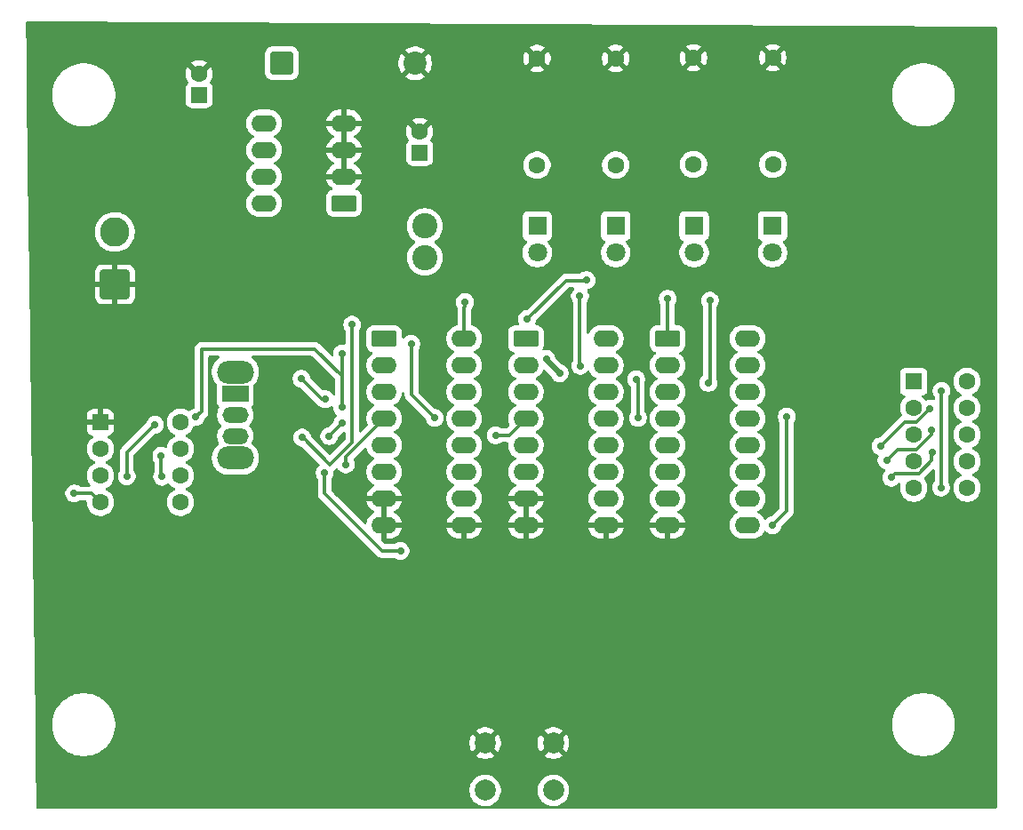
<source format=gbr>
%TF.GenerationSoftware,KiCad,Pcbnew,9.0.3*%
%TF.CreationDate,2025-12-16T11:33:01+01:00*%
%TF.ProjectId,PTP_Project1_Dovsak,5054505f-5072-46f6-9a65-6374315f446f,rev?*%
%TF.SameCoordinates,Original*%
%TF.FileFunction,Copper,L2,Bot*%
%TF.FilePolarity,Positive*%
%FSLAX46Y46*%
G04 Gerber Fmt 4.6, Leading zero omitted, Abs format (unit mm)*
G04 Created by KiCad (PCBNEW 9.0.3) date 2025-12-16 11:33:01*
%MOMM*%
%LPD*%
G01*
G04 APERTURE LIST*
G04 Aperture macros list*
%AMRoundRect*
0 Rectangle with rounded corners*
0 $1 Rounding radius*
0 $2 $3 $4 $5 $6 $7 $8 $9 X,Y pos of 4 corners*
0 Add a 4 corners polygon primitive as box body*
4,1,4,$2,$3,$4,$5,$6,$7,$8,$9,$2,$3,0*
0 Add four circle primitives for the rounded corners*
1,1,$1+$1,$2,$3*
1,1,$1+$1,$4,$5*
1,1,$1+$1,$6,$7*
1,1,$1+$1,$8,$9*
0 Add four rect primitives between the rounded corners*
20,1,$1+$1,$2,$3,$4,$5,0*
20,1,$1+$1,$4,$5,$6,$7,0*
20,1,$1+$1,$6,$7,$8,$9,0*
20,1,$1+$1,$8,$9,$2,$3,0*%
G04 Aperture macros list end*
%TA.AperFunction,ComponentPad*%
%ADD10C,1.600000*%
%TD*%
%TA.AperFunction,ComponentPad*%
%ADD11RoundRect,0.250000X-0.950000X-0.550000X0.950000X-0.550000X0.950000X0.550000X-0.950000X0.550000X0*%
%TD*%
%TA.AperFunction,ComponentPad*%
%ADD12O,2.400000X1.600000*%
%TD*%
%TA.AperFunction,ComponentPad*%
%ADD13RoundRect,0.250000X0.950000X0.550000X-0.950000X0.550000X-0.950000X-0.550000X0.950000X-0.550000X0*%
%TD*%
%TA.AperFunction,ComponentPad*%
%ADD14R,1.800000X1.800000*%
%TD*%
%TA.AperFunction,ComponentPad*%
%ADD15C,1.800000*%
%TD*%
%TA.AperFunction,ComponentPad*%
%ADD16RoundRect,0.249999X-0.850001X-0.850001X0.850001X-0.850001X0.850001X0.850001X-0.850001X0.850001X0*%
%TD*%
%TA.AperFunction,ComponentPad*%
%ADD17C,2.200000*%
%TD*%
%TA.AperFunction,ComponentPad*%
%ADD18RoundRect,0.250000X-0.550000X-0.550000X0.550000X-0.550000X0.550000X0.550000X-0.550000X0.550000X0*%
%TD*%
%TA.AperFunction,ComponentPad*%
%ADD19RoundRect,0.250000X0.550000X-0.550000X0.550000X0.550000X-0.550000X0.550000X-0.550000X-0.550000X0*%
%TD*%
%TA.AperFunction,ComponentPad*%
%ADD20C,2.400000*%
%TD*%
%TA.AperFunction,ComponentPad*%
%ADD21C,2.000000*%
%TD*%
%TA.AperFunction,ComponentPad*%
%ADD22O,3.500000X2.200000*%
%TD*%
%TA.AperFunction,ComponentPad*%
%ADD23R,2.500000X1.500000*%
%TD*%
%TA.AperFunction,ComponentPad*%
%ADD24O,2.500000X1.500000*%
%TD*%
%TA.AperFunction,ComponentPad*%
%ADD25R,1.600000X1.600000*%
%TD*%
%TA.AperFunction,ComponentPad*%
%ADD26RoundRect,0.250001X1.149999X-1.149999X1.149999X1.149999X-1.149999X1.149999X-1.149999X-1.149999X0*%
%TD*%
%TA.AperFunction,ComponentPad*%
%ADD27C,2.800000*%
%TD*%
%TA.AperFunction,ViaPad*%
%ADD28C,0.700000*%
%TD*%
%TA.AperFunction,Conductor*%
%ADD29C,0.300000*%
%TD*%
%TA.AperFunction,Conductor*%
%ADD30C,0.500000*%
%TD*%
G04 APERTURE END LIST*
D10*
%TO.P,R3,1*%
%TO.N,Net-(D3-K)*%
X215175000Y-77675000D03*
%TO.P,R3,2*%
%TO.N,GND*%
X215175000Y-67515000D03*
%TD*%
D11*
%TO.P,U4,1,B*%
%TO.N,Q1*%
X220130000Y-94220000D03*
D12*
%TO.P,U4,2,C*%
%TO.N,Q2*%
X220130000Y-96760000D03*
%TO.P,U4,3,LT*%
%TO.N,Net-(U4-BI)*%
X220130000Y-99300000D03*
%TO.P,U4,4,BI*%
X220130000Y-101840000D03*
%TO.P,U4,5,RBI*%
X220130000Y-104380000D03*
%TO.P,U4,6,D*%
%TO.N,Q3*%
X220130000Y-106920000D03*
%TO.P,U4,7,A*%
%TO.N,Q0*%
X220130000Y-109460000D03*
%TO.P,U4,8,GND*%
%TO.N,GND*%
X220130000Y-112000000D03*
%TO.P,U4,9,e*%
%TO.N,Net-(U4-e)*%
X227750000Y-112000000D03*
%TO.P,U4,10,d*%
%TO.N,Net-(U4-d)*%
X227750000Y-109460000D03*
%TO.P,U4,11,c*%
%TO.N,Net-(U4-c)*%
X227750000Y-106920000D03*
%TO.P,U4,12,b*%
%TO.N,Net-(U4-b)*%
X227750000Y-104380000D03*
%TO.P,U4,13,a*%
%TO.N,Net-(U4-a)*%
X227750000Y-101840000D03*
%TO.P,U4,14,g*%
%TO.N,Net-(U4-g)*%
X227750000Y-99300000D03*
%TO.P,U4,15,f*%
%TO.N,Net-(U4-f)*%
X227750000Y-96760000D03*
%TO.P,U4,16,VCC*%
%TO.N,+5V*%
X227750000Y-94220000D03*
%TD*%
D13*
%TO.P,U1,1,FB*%
%TO.N,+5V*%
X189310000Y-81310000D03*
D12*
%TO.P,U1,2,SGND*%
%TO.N,GND*%
X189310000Y-78770000D03*
%TO.P,U1,3,~{ON}/OFF*%
X189310000Y-76230000D03*
%TO.P,U1,4,PGND*%
X189310000Y-73690000D03*
%TO.P,U1,5,VIN*%
%TO.N,VD*%
X181690000Y-73690000D03*
%TO.P,U1,6,NC*%
%TO.N,unconnected-(U1-NC-Pad6)*%
X181690000Y-76230000D03*
%TO.P,U1,7,OUT*%
%TO.N,Net-(D4-K)*%
X181690000Y-78770000D03*
%TO.P,U1,8,NC*%
%TO.N,unconnected-(U1-NC-Pad8)*%
X181690000Y-81310000D03*
%TD*%
D14*
%TO.P,D3,1,K*%
%TO.N,Net-(D3-K)*%
X215185000Y-83485000D03*
D15*
%TO.P,D3,2,A*%
%TO.N,Q2*%
X215185000Y-86025000D03*
%TD*%
D10*
%TO.P,R2,1*%
%TO.N,Net-(D2-K)*%
X222600000Y-77625000D03*
%TO.P,R2,2*%
%TO.N,GND*%
X222600000Y-67465000D03*
%TD*%
%TO.P,R4,1*%
%TO.N,Net-(D5-K)*%
X207685000Y-77685000D03*
%TO.P,R4,2*%
%TO.N,GND*%
X207685000Y-67525000D03*
%TD*%
D14*
%TO.P,D1,1,K*%
%TO.N,Net-(D1-K)*%
X230125000Y-83485000D03*
D15*
%TO.P,D1,2,A*%
%TO.N,Q0*%
X230125000Y-86025000D03*
%TD*%
D14*
%TO.P,D5,1,K*%
%TO.N,Net-(D5-K)*%
X207715000Y-83485000D03*
D15*
%TO.P,D5,2,A*%
%TO.N,Q3*%
X207715000Y-86025000D03*
%TD*%
D16*
%TO.P,D4,1,K*%
%TO.N,Net-(D4-K)*%
X183375000Y-67975000D03*
D17*
%TO.P,D4,2,A*%
%TO.N,GND*%
X196075000Y-67975000D03*
%TD*%
D18*
%TO.P,U7,1,GND*%
%TO.N,GND*%
X166095000Y-102190000D03*
D10*
%TO.P,U7,2,TR*%
%TO.N,Net-(U7-THR)*%
X166095000Y-104730000D03*
%TO.P,U7,3,Q*%
%TO.N,555*%
X166095000Y-107270000D03*
%TO.P,U7,4,R*%
%TO.N,+5V*%
X166095000Y-109810000D03*
%TO.P,U7,5,CV*%
%TO.N,unconnected-(U7-CV-Pad5)*%
X173715000Y-109810000D03*
%TO.P,U7,6,THR*%
%TO.N,Net-(U7-THR)*%
X173715000Y-107270000D03*
%TO.P,U7,7,DIS*%
%TO.N,Net-(U7-DIS)*%
X173715000Y-104730000D03*
%TO.P,U7,8,VCC*%
%TO.N,+5V*%
X173715000Y-102190000D03*
%TD*%
D19*
%TO.P,C2,1*%
%TO.N,+5V*%
X196500000Y-76500000D03*
D10*
%TO.P,C2,2*%
%TO.N,GND*%
X196500000Y-74500000D03*
%TD*%
D20*
%TO.P,L1,1,1*%
%TO.N,Net-(D4-K)*%
X197000000Y-86500000D03*
%TO.P,L1,2,2*%
%TO.N,+5V*%
X197000000Y-83500000D03*
%TD*%
D21*
%TO.P,SW1,1,1*%
%TO.N,GND*%
X202750000Y-132750000D03*
X209250000Y-132750000D03*
%TO.P,SW1,2,2*%
%TO.N,Net-(R13-Pad1)*%
X202750000Y-137250000D03*
X209250000Y-137250000D03*
%TD*%
D22*
%TO.P,SW2,*%
%TO.N,*%
X178952500Y-97400000D03*
X178952500Y-105600000D03*
D23*
%TO.P,SW2,1,B*%
%TO.N,Clock*%
X178952500Y-99500000D03*
D24*
%TO.P,SW2,2,A*%
%TO.N,555*%
X178952500Y-101500000D03*
%TO.P,SW2,3,C*%
%TO.N,Net-(SW2-C)*%
X178952500Y-103500000D03*
%TD*%
D11*
%TO.P,U3,1,Q*%
%TO.N,Q2*%
X206630000Y-94220000D03*
D12*
%TO.P,U3,2,~{Q}*%
%TO.N,unconnected-(U3A-~{Q}-Pad2)*%
X206630000Y-96760000D03*
%TO.P,U3,3,C*%
%TO.N,Q1*%
X206630000Y-99300000D03*
%TO.P,U3,4,S*%
%TO.N,Reset*%
X206630000Y-101840000D03*
%TO.P,U3,5,J*%
%TO.N,Net-(U3A-J)*%
X206630000Y-104380000D03*
%TO.P,U3,6,K*%
X206630000Y-106920000D03*
%TO.P,U3,7,R*%
%TO.N,GND*%
X206630000Y-109460000D03*
%TO.P,U3,8,VSS*%
X206630000Y-112000000D03*
%TO.P,U3,9,R*%
X214250000Y-112000000D03*
%TO.P,U3,10,K*%
%TO.N,Net-(U3B-J)*%
X214250000Y-109460000D03*
%TO.P,U3,11,J*%
X214250000Y-106920000D03*
%TO.P,U3,12,S*%
%TO.N,Reset*%
X214250000Y-104380000D03*
%TO.P,U3,13,C*%
%TO.N,Q2*%
X214250000Y-101840000D03*
%TO.P,U3,14,~{Q}*%
%TO.N,unconnected-(U3B-~{Q}-Pad14)*%
X214250000Y-99300000D03*
%TO.P,U3,15,Q*%
%TO.N,Q3*%
X214250000Y-96760000D03*
%TO.P,U3,16,VDD*%
%TO.N,+5V*%
X214250000Y-94220000D03*
%TD*%
D25*
%TO.P,U5,1,CA*%
%TO.N,+5V*%
X243570000Y-98300000D03*
D10*
%TO.P,U5,2,F*%
%TO.N,Net-(U5-F)*%
X243570000Y-100840000D03*
%TO.P,U5,3,G*%
%TO.N,Net-(U5-G)*%
X243570000Y-103380000D03*
%TO.P,U5,4,E*%
%TO.N,Net-(U5-E)*%
X243570000Y-105920000D03*
%TO.P,U5,5,D*%
%TO.N,Net-(U5-D)*%
X243570000Y-108460000D03*
%TO.P,U5,6,CA*%
%TO.N,+5V*%
X248650000Y-108460000D03*
%TO.P,U5,7,DP*%
%TO.N,unconnected-(U5-DP-Pad7)*%
X248650000Y-105920000D03*
%TO.P,U5,8,C*%
%TO.N,Net-(U5-C)*%
X248650000Y-103380000D03*
%TO.P,U5,9,B*%
%TO.N,Net-(U5-B)*%
X248650000Y-100840000D03*
%TO.P,U5,10,A*%
%TO.N,Net-(U5-A)*%
X248650000Y-98300000D03*
%TD*%
%TO.P,R1,1*%
%TO.N,Net-(D1-K)*%
X230150000Y-77610000D03*
%TO.P,R1,2*%
%TO.N,GND*%
X230150000Y-67450000D03*
%TD*%
D14*
%TO.P,D2,1,K*%
%TO.N,Net-(D2-K)*%
X222655000Y-83485000D03*
D15*
%TO.P,D2,2,A*%
%TO.N,Q1*%
X222655000Y-86025000D03*
%TD*%
D11*
%TO.P,U2,1,Q*%
%TO.N,Q0*%
X193130000Y-94220000D03*
D12*
%TO.P,U2,2,~{Q}*%
%TO.N,unconnected-(U2A-~{Q}-Pad2)*%
X193130000Y-96760000D03*
%TO.P,U2,3,C*%
%TO.N,Clock*%
X193130000Y-99300000D03*
%TO.P,U2,4,S*%
%TO.N,Reset*%
X193130000Y-101840000D03*
%TO.P,U2,5,J*%
%TO.N,Net-(U2A-J)*%
X193130000Y-104380000D03*
%TO.P,U2,6,K*%
X193130000Y-106920000D03*
%TO.P,U2,7,R*%
%TO.N,GND*%
X193130000Y-109460000D03*
%TO.P,U2,8,VSS*%
X193130000Y-112000000D03*
%TO.P,U2,9,R*%
X200750000Y-112000000D03*
%TO.P,U2,10,K*%
%TO.N,Net-(U2B-J)*%
X200750000Y-109460000D03*
%TO.P,U2,11,J*%
X200750000Y-106920000D03*
%TO.P,U2,12,S*%
%TO.N,Reset*%
X200750000Y-104380000D03*
%TO.P,U2,13,C*%
%TO.N,Q0*%
X200750000Y-101840000D03*
%TO.P,U2,14,~{Q}*%
%TO.N,unconnected-(U2B-~{Q}-Pad14)*%
X200750000Y-99300000D03*
%TO.P,U2,15,Q*%
%TO.N,Q1*%
X200750000Y-96760000D03*
%TO.P,U2,16,VDD*%
%TO.N,+5V*%
X200750000Y-94220000D03*
%TD*%
D19*
%TO.P,C1,1*%
%TO.N,VD*%
X175500000Y-71000000D03*
D10*
%TO.P,C1,2*%
%TO.N,GND*%
X175500000Y-69000000D03*
%TD*%
D26*
%TO.P,J1,1,Pin_1*%
%TO.N,GND*%
X167475000Y-89050000D03*
D27*
%TO.P,J1,2,Pin_2*%
%TO.N,VD*%
X167475000Y-84050000D03*
%TD*%
D28*
%TO.N,Q2*%
X212400000Y-88650000D03*
%TO.N,Q3*%
X211775000Y-90175000D03*
%TO.N,+5V*%
X246175000Y-108400000D03*
%TO.N,Net-(U5-C)*%
X245312500Y-105062500D03*
%TO.N,Net-(U5-B)*%
X245250000Y-102925000D03*
%TO.N,Net-(U5-A)*%
X245125000Y-100875000D03*
%TO.N,+5V*%
X246225000Y-99175000D03*
%TO.N,Net-(U5-C)*%
X241437500Y-107462500D03*
%TO.N,Net-(U5-B)*%
X240987500Y-105812500D03*
%TO.N,Net-(U5-A)*%
X240425000Y-104475000D03*
%TO.N,Net-(U4-e)*%
X230137500Y-111987500D03*
X231475000Y-101650000D03*
%TO.N,Q0*%
X224000000Y-98425000D03*
X224150000Y-90600000D03*
%TO.N,Q1*%
X220130000Y-90425000D03*
%TO.N,Q3*%
X217300000Y-101775000D03*
X217137500Y-98087500D03*
X211800000Y-96800000D03*
%TO.N,Q2*%
X209837500Y-97512500D03*
X208587500Y-96162500D03*
X206737500Y-92362500D03*
%TO.N,+5V*%
X200825000Y-90750000D03*
%TO.N,Q0*%
X195700000Y-94725000D03*
%TO.N,Reset*%
X203750000Y-103425000D03*
%TO.N,Q0*%
X197950000Y-101775000D03*
%TO.N,GND*%
X197800000Y-129275000D03*
X199600000Y-131025000D03*
%TO.N,+5V*%
X194675000Y-114450000D03*
X163600000Y-108975000D03*
%TO.N,GND*%
X171275000Y-113900000D03*
%TO.N,+5V*%
X168600000Y-107325000D03*
%TO.N,Net-(U7-THR)*%
X171975000Y-107375000D03*
X171862500Y-105387500D03*
%TO.N,GND*%
X171200000Y-104400000D03*
%TO.N,+5V*%
X171300000Y-102425000D03*
X175200000Y-101700000D03*
%TO.N,GND*%
X188700000Y-108950000D03*
%TO.N,+5V*%
X187450000Y-107000000D03*
%TO.N,Reset*%
X189475000Y-106200000D03*
%TO.N,+5V*%
X187900000Y-103500000D03*
%TO.N,Q3*%
X185325000Y-103650000D03*
%TO.N,+5V*%
X189150000Y-102250000D03*
X189100000Y-100750000D03*
%TO.N,Clock*%
X187500000Y-100000000D03*
X185250000Y-98050000D03*
%TO.N,+5V*%
X189125000Y-95625000D03*
%TO.N,Q3*%
X190075000Y-92900000D03*
%TD*%
D29*
%TO.N,+5V*%
X246225000Y-99175000D02*
X246225000Y-108350000D01*
%TO.N,Net-(U5-C)*%
X241437500Y-107462500D02*
X241829000Y-107071000D01*
%TO.N,Net-(U5-B)*%
X240987500Y-105812500D02*
X242031000Y-104769000D01*
%TO.N,Net-(U4-e)*%
X230137500Y-111987500D02*
X231475000Y-110650000D01*
%TO.N,Q0*%
X224000000Y-98425000D02*
X223975000Y-98450000D01*
%TO.N,Q1*%
X220130000Y-90425000D02*
X220130000Y-94220000D01*
X220130000Y-90420000D02*
X220130000Y-90425000D01*
X220175000Y-90375000D02*
X220130000Y-90420000D01*
D30*
%TO.N,Q2*%
X208587500Y-96262500D02*
X209837500Y-97512500D01*
X208587500Y-96162500D02*
X208587500Y-96262500D01*
D29*
X206737500Y-92362500D02*
X206725000Y-92375000D01*
%TO.N,Reset*%
X203750000Y-103425000D02*
X205045000Y-103425000D01*
%TO.N,GND*%
X197800000Y-129275000D02*
X197800000Y-129300000D01*
X170900000Y-113525000D02*
X171275000Y-113900000D01*
X170900000Y-104700000D02*
X170900000Y-113525000D01*
X171200000Y-104400000D02*
X170900000Y-104700000D01*
X189210000Y-109460000D02*
X193130000Y-109460000D01*
X188700000Y-108950000D02*
X189210000Y-109460000D01*
%TO.N,+5V*%
X189100000Y-100750000D02*
X189100000Y-97800000D01*
%TO.N,Q3*%
X190075000Y-92900000D02*
X190075000Y-104150000D01*
%TO.N,GND*%
X197800000Y-129300000D02*
X199425000Y-130925000D01*
X197800000Y-129225000D02*
X197800000Y-129275000D01*
X171200000Y-104350000D02*
X171200000Y-104400000D01*
X199425000Y-130925000D02*
X199525000Y-131025000D01*
X199525000Y-131025000D02*
X199600000Y-131025000D01*
%TO.N,+5V*%
X187900000Y-103500000D02*
X189150000Y-102250000D01*
X168600000Y-107325000D02*
X168600000Y-105050000D01*
X175725000Y-101175000D02*
X175725000Y-95200000D01*
X186500000Y-95200000D02*
X189100000Y-97800000D01*
X194675000Y-114450000D02*
X192929346Y-114450000D01*
X189100000Y-100775000D02*
X189100000Y-100750000D01*
X200825000Y-91175000D02*
X200750000Y-91250000D01*
X175200000Y-101700000D02*
X175725000Y-101175000D01*
X246225000Y-108350000D02*
X246175000Y-108400000D01*
X200750000Y-91250000D02*
X200750000Y-94220000D01*
X187450000Y-108970654D02*
X187450000Y-107100000D01*
X200825000Y-90775000D02*
X200825000Y-91175000D01*
X192929346Y-114450000D02*
X187450000Y-108970654D01*
X175725000Y-95200000D02*
X186500000Y-95200000D01*
X168600000Y-105050000D02*
X171225000Y-102425000D01*
X165260000Y-108975000D02*
X166095000Y-109810000D01*
X187875000Y-103500000D02*
X187900000Y-103500000D01*
X163450000Y-108975000D02*
X165260000Y-108975000D01*
X246225000Y-99150000D02*
X246225000Y-99175000D01*
X189100000Y-97800000D02*
X189100000Y-95650000D01*
%TO.N,Q0*%
X195725000Y-94750000D02*
X195725000Y-99575000D01*
X224150000Y-98275000D02*
X224000000Y-98425000D01*
X195725000Y-99575000D02*
X197925000Y-101775000D01*
X224150000Y-90600000D02*
X224150000Y-98275000D01*
%TO.N,Q1*%
X220150000Y-90550000D02*
X220175000Y-90525000D01*
X220175000Y-90525000D02*
X220175000Y-90375000D01*
X220175000Y-90575000D02*
X220150000Y-90550000D01*
%TO.N,Q2*%
X210425000Y-88675000D02*
X206737500Y-92362500D01*
X212375000Y-88675000D02*
X210425000Y-88675000D01*
%TO.N,Q3*%
X190075000Y-104150000D02*
X187975000Y-106250000D01*
X187975000Y-106250000D02*
X185375000Y-103650000D01*
X211775000Y-90225000D02*
X211775000Y-96800000D01*
X217150000Y-98100000D02*
X217300000Y-98250000D01*
X217300000Y-98250000D02*
X217300000Y-101750000D01*
X185375000Y-103650000D02*
X185325000Y-103650000D01*
X190075000Y-92875000D02*
X190075000Y-92900000D01*
%TO.N,Reset*%
X189475000Y-106200000D02*
X189475000Y-105495000D01*
X205045000Y-103425000D02*
X206630000Y-101840000D01*
X203700000Y-103425000D02*
X203750000Y-103425000D01*
X189475000Y-105495000D02*
X193130000Y-101840000D01*
%TO.N,Clock*%
X185250000Y-98050000D02*
X187200000Y-100000000D01*
X187200000Y-100000000D02*
X187500000Y-100000000D01*
%TO.N,Net-(U7-THR)*%
X171875000Y-107275000D02*
X171975000Y-107375000D01*
X171875000Y-105375000D02*
X171875000Y-107275000D01*
%TO.N,Net-(U5-A)*%
X242700000Y-102200000D02*
X243850000Y-102200000D01*
X245125000Y-100925000D02*
X245125000Y-100875000D01*
X240425000Y-104475000D02*
X242700000Y-102200000D01*
X243850000Y-102200000D02*
X245125000Y-100925000D01*
%TO.N,Net-(U5-B)*%
X242031000Y-104769000D02*
X243808760Y-104769000D01*
X245250000Y-103327760D02*
X245250000Y-102925000D01*
X243808760Y-104769000D02*
X245250000Y-103327760D01*
X240975000Y-105825000D02*
X240987500Y-105812500D01*
%TO.N,Net-(U5-C)*%
X241829000Y-107071000D02*
X244046760Y-107071000D01*
X241400000Y-107500000D02*
X241437500Y-107462500D01*
X245300000Y-105817760D02*
X245300000Y-105075000D01*
X244046760Y-107071000D02*
X245300000Y-105817760D01*
%TO.N,Net-(U4-e)*%
X231475000Y-110650000D02*
X231475000Y-101625000D01*
X230100000Y-112025000D02*
X230137500Y-111987500D01*
X231475000Y-101625000D02*
X231475000Y-101650000D01*
%TD*%
%TA.AperFunction,Conductor*%
%TO.N,GND*%
G36*
X191386646Y-104605812D02*
G01*
X191442579Y-104647684D01*
X191461243Y-104683675D01*
X191524781Y-104879223D01*
X191617715Y-105061613D01*
X191738028Y-105227213D01*
X191882786Y-105371971D01*
X192023272Y-105474038D01*
X192048390Y-105492287D01*
X192139840Y-105538883D01*
X192141080Y-105539515D01*
X192191876Y-105587490D01*
X192208671Y-105655311D01*
X192186134Y-105721446D01*
X192141080Y-105760485D01*
X192048386Y-105807715D01*
X191882786Y-105928028D01*
X191738028Y-106072786D01*
X191617715Y-106238386D01*
X191524781Y-106420776D01*
X191461522Y-106615465D01*
X191429500Y-106817648D01*
X191429500Y-107022351D01*
X191461522Y-107224534D01*
X191524781Y-107419223D01*
X191617715Y-107601613D01*
X191738028Y-107767213D01*
X191882786Y-107911971D01*
X192037749Y-108024556D01*
X192048390Y-108032287D01*
X192105084Y-108061174D01*
X192141629Y-108079795D01*
X192192425Y-108127770D01*
X192209220Y-108195591D01*
X192186682Y-108261726D01*
X192141629Y-108300765D01*
X192048650Y-108348140D01*
X191883105Y-108468417D01*
X191883104Y-108468417D01*
X191738417Y-108613104D01*
X191738417Y-108613105D01*
X191618140Y-108778650D01*
X191525244Y-108960970D01*
X191462009Y-109155586D01*
X191453391Y-109210000D01*
X192814314Y-109210000D01*
X192809920Y-109214394D01*
X192757259Y-109305606D01*
X192730000Y-109407339D01*
X192730000Y-109512661D01*
X192757259Y-109614394D01*
X192809920Y-109705606D01*
X192814314Y-109710000D01*
X191453391Y-109710000D01*
X191462009Y-109764413D01*
X191525244Y-109959029D01*
X191618140Y-110141349D01*
X191738417Y-110306894D01*
X191738417Y-110306895D01*
X191883104Y-110451582D01*
X192048650Y-110571859D01*
X192142179Y-110619515D01*
X192192975Y-110667490D01*
X192209770Y-110735311D01*
X192187232Y-110801446D01*
X192142179Y-110840485D01*
X192048650Y-110888140D01*
X191883105Y-111008417D01*
X191883104Y-111008417D01*
X191738417Y-111153104D01*
X191738417Y-111153105D01*
X191618140Y-111318650D01*
X191525244Y-111500968D01*
X191462009Y-111695582D01*
X191449882Y-111772153D01*
X191419953Y-111835288D01*
X191360641Y-111872219D01*
X191290778Y-111871221D01*
X191239728Y-111840436D01*
X188136819Y-108737527D01*
X188103334Y-108676204D01*
X188100500Y-108649846D01*
X188100500Y-107594931D01*
X188120185Y-107527892D01*
X188121398Y-107526040D01*
X188203703Y-107402863D01*
X188267816Y-107248082D01*
X188300500Y-107083767D01*
X188300500Y-106916233D01*
X188298865Y-106908014D01*
X188305091Y-106838424D01*
X188347952Y-106783245D01*
X188351559Y-106780740D01*
X188389669Y-106755277D01*
X188542675Y-106602270D01*
X188603995Y-106568787D01*
X188673687Y-106573771D01*
X188729621Y-106615642D01*
X188733456Y-106621062D01*
X188814373Y-106742161D01*
X188814376Y-106742165D01*
X188932837Y-106860626D01*
X189003762Y-106908016D01*
X189072137Y-106953703D01*
X189226918Y-107017816D01*
X189391228Y-107050499D01*
X189391232Y-107050500D01*
X189391233Y-107050500D01*
X189558768Y-107050500D01*
X189558769Y-107050499D01*
X189723082Y-107017816D01*
X189877863Y-106953703D01*
X190017162Y-106860626D01*
X190135626Y-106742162D01*
X190228703Y-106602863D01*
X190292816Y-106448082D01*
X190325500Y-106283767D01*
X190325500Y-106116233D01*
X190292816Y-105951918D01*
X190228703Y-105797137D01*
X190228700Y-105797133D01*
X190225834Y-105791770D01*
X190227805Y-105790715D01*
X190209929Y-105733584D01*
X190228428Y-105666208D01*
X190246224Y-105643720D01*
X191255635Y-104634310D01*
X191316954Y-104600828D01*
X191386646Y-104605812D01*
G37*
%TD.AperFunction*%
%TA.AperFunction,Conductor*%
G36*
X193380000Y-111684314D02*
G01*
X193375606Y-111679920D01*
X193284394Y-111627259D01*
X193182661Y-111600000D01*
X193077339Y-111600000D01*
X192975606Y-111627259D01*
X192884394Y-111679920D01*
X192880000Y-111684314D01*
X192880000Y-109775686D01*
X192884394Y-109780080D01*
X192975606Y-109832741D01*
X193077339Y-109860000D01*
X193182661Y-109860000D01*
X193284394Y-109832741D01*
X193375606Y-109780080D01*
X193380000Y-109775686D01*
X193380000Y-111684314D01*
G37*
%TD.AperFunction*%
%TA.AperFunction,Conductor*%
G36*
X206880000Y-111684314D02*
G01*
X206875606Y-111679920D01*
X206784394Y-111627259D01*
X206682661Y-111600000D01*
X206577339Y-111600000D01*
X206475606Y-111627259D01*
X206384394Y-111679920D01*
X206380000Y-111684314D01*
X206380000Y-109775686D01*
X206384394Y-109780080D01*
X206475606Y-109832741D01*
X206577339Y-109860000D01*
X206682661Y-109860000D01*
X206784394Y-109832741D01*
X206875606Y-109780080D01*
X206880000Y-109775686D01*
X206880000Y-111684314D01*
G37*
%TD.AperFunction*%
%TA.AperFunction,Conductor*%
G36*
X189560000Y-78454314D02*
G01*
X189555606Y-78449920D01*
X189464394Y-78397259D01*
X189362661Y-78370000D01*
X189257339Y-78370000D01*
X189155606Y-78397259D01*
X189064394Y-78449920D01*
X189060000Y-78454314D01*
X189060000Y-76545686D01*
X189064394Y-76550080D01*
X189155606Y-76602741D01*
X189257339Y-76630000D01*
X189362661Y-76630000D01*
X189464394Y-76602741D01*
X189555606Y-76550080D01*
X189560000Y-76545686D01*
X189560000Y-78454314D01*
G37*
%TD.AperFunction*%
%TA.AperFunction,Conductor*%
G36*
X189560000Y-75914314D02*
G01*
X189555606Y-75909920D01*
X189464394Y-75857259D01*
X189362661Y-75830000D01*
X189257339Y-75830000D01*
X189155606Y-75857259D01*
X189064394Y-75909920D01*
X189060000Y-75914314D01*
X189060000Y-74005686D01*
X189064394Y-74010080D01*
X189155606Y-74062741D01*
X189257339Y-74090000D01*
X189362661Y-74090000D01*
X189464394Y-74062741D01*
X189555606Y-74010080D01*
X189560000Y-74005686D01*
X189560000Y-75914314D01*
G37*
%TD.AperFunction*%
%TA.AperFunction,Conductor*%
G36*
X251376671Y-64499333D02*
G01*
X251443602Y-64519379D01*
X251489071Y-64572430D01*
X251500000Y-64623331D01*
X251500000Y-138876000D01*
X251480315Y-138943039D01*
X251427511Y-138988794D01*
X251376000Y-139000000D01*
X160122358Y-139000000D01*
X160055319Y-138980315D01*
X160009564Y-138927511D01*
X159998369Y-138877653D01*
X159975092Y-137131902D01*
X201249500Y-137131902D01*
X201249500Y-137368097D01*
X201286446Y-137601368D01*
X201359433Y-137825996D01*
X201455281Y-138014106D01*
X201466657Y-138036433D01*
X201605483Y-138227510D01*
X201772490Y-138394517D01*
X201963567Y-138533343D01*
X202036994Y-138570756D01*
X202174003Y-138640566D01*
X202174005Y-138640566D01*
X202174008Y-138640568D01*
X202294412Y-138679689D01*
X202398631Y-138713553D01*
X202631903Y-138750500D01*
X202631908Y-138750500D01*
X202868097Y-138750500D01*
X203101368Y-138713553D01*
X203325992Y-138640568D01*
X203536433Y-138533343D01*
X203727510Y-138394517D01*
X203894517Y-138227510D01*
X204033343Y-138036433D01*
X204140568Y-137825992D01*
X204213553Y-137601368D01*
X204217178Y-137578478D01*
X204250500Y-137368097D01*
X204250500Y-137131902D01*
X207749500Y-137131902D01*
X207749500Y-137368097D01*
X207786446Y-137601368D01*
X207859433Y-137825996D01*
X207955281Y-138014106D01*
X207966657Y-138036433D01*
X208105483Y-138227510D01*
X208272490Y-138394517D01*
X208463567Y-138533343D01*
X208536994Y-138570756D01*
X208674003Y-138640566D01*
X208674005Y-138640566D01*
X208674008Y-138640568D01*
X208794412Y-138679689D01*
X208898631Y-138713553D01*
X209131903Y-138750500D01*
X209131908Y-138750500D01*
X209368097Y-138750500D01*
X209601368Y-138713553D01*
X209825992Y-138640568D01*
X210036433Y-138533343D01*
X210227510Y-138394517D01*
X210394517Y-138227510D01*
X210533343Y-138036433D01*
X210640568Y-137825992D01*
X210713553Y-137601368D01*
X210717178Y-137578478D01*
X210750500Y-137368097D01*
X210750500Y-137131902D01*
X210713553Y-136898631D01*
X210640566Y-136674003D01*
X210533342Y-136463566D01*
X210394517Y-136272490D01*
X210227510Y-136105483D01*
X210036433Y-135966657D01*
X209825996Y-135859433D01*
X209601368Y-135786446D01*
X209368097Y-135749500D01*
X209368092Y-135749500D01*
X209131908Y-135749500D01*
X209131903Y-135749500D01*
X208898631Y-135786446D01*
X208674003Y-135859433D01*
X208463566Y-135966657D01*
X208354550Y-136045862D01*
X208272490Y-136105483D01*
X208272488Y-136105485D01*
X208272487Y-136105485D01*
X208105485Y-136272487D01*
X208105485Y-136272488D01*
X208105483Y-136272490D01*
X208045862Y-136354550D01*
X207966657Y-136463566D01*
X207859433Y-136674003D01*
X207786446Y-136898631D01*
X207749500Y-137131902D01*
X204250500Y-137131902D01*
X204213553Y-136898631D01*
X204140566Y-136674003D01*
X204033342Y-136463566D01*
X203894517Y-136272490D01*
X203727510Y-136105483D01*
X203536433Y-135966657D01*
X203325996Y-135859433D01*
X203101368Y-135786446D01*
X202868097Y-135749500D01*
X202868092Y-135749500D01*
X202631908Y-135749500D01*
X202631903Y-135749500D01*
X202398631Y-135786446D01*
X202174003Y-135859433D01*
X201963566Y-135966657D01*
X201854550Y-136045862D01*
X201772490Y-136105483D01*
X201772488Y-136105485D01*
X201772487Y-136105485D01*
X201605485Y-136272487D01*
X201605485Y-136272488D01*
X201605483Y-136272490D01*
X201545862Y-136354550D01*
X201466657Y-136463566D01*
X201359433Y-136674003D01*
X201286446Y-136898631D01*
X201249500Y-137131902D01*
X159975092Y-137131902D01*
X159975049Y-137128689D01*
X159958126Y-135859433D01*
X159891087Y-130831491D01*
X161499500Y-130831491D01*
X161499500Y-131168508D01*
X161537231Y-131503381D01*
X161537233Y-131503397D01*
X161612223Y-131831953D01*
X161612227Y-131831965D01*
X161723532Y-132150054D01*
X161869752Y-132453683D01*
X161869754Y-132453686D01*
X162049054Y-132739039D01*
X162259175Y-133002523D01*
X162497477Y-133240825D01*
X162760961Y-133450946D01*
X163046314Y-133630246D01*
X163349949Y-133776469D01*
X163588848Y-133860063D01*
X163668034Y-133887772D01*
X163668046Y-133887776D01*
X163996606Y-133962767D01*
X164331492Y-134000499D01*
X164331493Y-134000500D01*
X164331496Y-134000500D01*
X164668507Y-134000500D01*
X164668507Y-134000499D01*
X165003394Y-133962767D01*
X165331954Y-133887776D01*
X165650051Y-133776469D01*
X165953686Y-133630246D01*
X166239039Y-133450946D01*
X166502523Y-133240825D01*
X166740825Y-133002523D01*
X166950946Y-132739039D01*
X167018237Y-132631947D01*
X201250000Y-132631947D01*
X201250000Y-132868052D01*
X201286934Y-133101247D01*
X201359897Y-133325802D01*
X201467087Y-133536174D01*
X201527338Y-133619104D01*
X201527340Y-133619105D01*
X202226212Y-132920233D01*
X202237482Y-132962292D01*
X202309890Y-133087708D01*
X202412292Y-133190110D01*
X202537708Y-133262518D01*
X202579765Y-133273787D01*
X201880893Y-133972658D01*
X201963828Y-134032914D01*
X202174197Y-134140102D01*
X202398752Y-134213065D01*
X202398751Y-134213065D01*
X202631948Y-134250000D01*
X202868052Y-134250000D01*
X203101247Y-134213065D01*
X203325802Y-134140102D01*
X203536163Y-134032918D01*
X203536169Y-134032914D01*
X203619104Y-133972658D01*
X203619105Y-133972658D01*
X202920233Y-133273787D01*
X202962292Y-133262518D01*
X203087708Y-133190110D01*
X203190110Y-133087708D01*
X203262518Y-132962292D01*
X203273787Y-132920233D01*
X203972658Y-133619105D01*
X203972658Y-133619104D01*
X204032914Y-133536169D01*
X204032918Y-133536163D01*
X204140102Y-133325802D01*
X204213065Y-133101247D01*
X204250000Y-132868052D01*
X204250000Y-132631947D01*
X207750000Y-132631947D01*
X207750000Y-132868052D01*
X207786934Y-133101247D01*
X207859897Y-133325802D01*
X207967087Y-133536174D01*
X208027338Y-133619104D01*
X208027340Y-133619105D01*
X208726212Y-132920233D01*
X208737482Y-132962292D01*
X208809890Y-133087708D01*
X208912292Y-133190110D01*
X209037708Y-133262518D01*
X209079765Y-133273787D01*
X208380893Y-133972658D01*
X208463828Y-134032914D01*
X208674197Y-134140102D01*
X208898752Y-134213065D01*
X208898751Y-134213065D01*
X209131948Y-134250000D01*
X209368052Y-134250000D01*
X209601247Y-134213065D01*
X209825802Y-134140102D01*
X210036163Y-134032918D01*
X210036169Y-134032914D01*
X210119104Y-133972658D01*
X210119105Y-133972658D01*
X209420233Y-133273787D01*
X209462292Y-133262518D01*
X209587708Y-133190110D01*
X209690110Y-133087708D01*
X209762518Y-132962292D01*
X209773787Y-132920233D01*
X210472658Y-133619105D01*
X210472658Y-133619104D01*
X210532914Y-133536169D01*
X210532918Y-133536163D01*
X210640102Y-133325802D01*
X210713065Y-133101247D01*
X210750000Y-132868052D01*
X210750000Y-132631947D01*
X210713065Y-132398752D01*
X210640102Y-132174197D01*
X210532914Y-131963828D01*
X210472658Y-131880894D01*
X210472658Y-131880893D01*
X209773787Y-132579765D01*
X209762518Y-132537708D01*
X209690110Y-132412292D01*
X209587708Y-132309890D01*
X209462292Y-132237482D01*
X209420234Y-132226212D01*
X210119105Y-131527340D01*
X210119104Y-131527338D01*
X210036174Y-131467087D01*
X209825802Y-131359897D01*
X209601247Y-131286934D01*
X209601248Y-131286934D01*
X209368052Y-131250000D01*
X209131948Y-131250000D01*
X208898752Y-131286934D01*
X208674197Y-131359897D01*
X208463830Y-131467084D01*
X208380894Y-131527340D01*
X209079766Y-132226212D01*
X209037708Y-132237482D01*
X208912292Y-132309890D01*
X208809890Y-132412292D01*
X208737482Y-132537708D01*
X208726212Y-132579766D01*
X208027340Y-131880894D01*
X207967084Y-131963830D01*
X207859897Y-132174197D01*
X207786934Y-132398752D01*
X207750000Y-132631947D01*
X204250000Y-132631947D01*
X204213065Y-132398752D01*
X204140102Y-132174197D01*
X204032914Y-131963828D01*
X203972658Y-131880894D01*
X203972658Y-131880893D01*
X203273787Y-132579765D01*
X203262518Y-132537708D01*
X203190110Y-132412292D01*
X203087708Y-132309890D01*
X202962292Y-132237482D01*
X202920234Y-132226212D01*
X203619105Y-131527340D01*
X203619104Y-131527339D01*
X203536174Y-131467087D01*
X203325802Y-131359897D01*
X203101247Y-131286934D01*
X203101248Y-131286934D01*
X202868052Y-131250000D01*
X202631948Y-131250000D01*
X202398752Y-131286934D01*
X202174197Y-131359897D01*
X201963830Y-131467084D01*
X201880894Y-131527340D01*
X202579766Y-132226212D01*
X202537708Y-132237482D01*
X202412292Y-132309890D01*
X202309890Y-132412292D01*
X202237482Y-132537708D01*
X202226212Y-132579766D01*
X201527340Y-131880894D01*
X201467084Y-131963830D01*
X201359897Y-132174197D01*
X201286934Y-132398752D01*
X201250000Y-132631947D01*
X167018237Y-132631947D01*
X167130246Y-132453686D01*
X167276469Y-132150051D01*
X167387776Y-131831954D01*
X167462767Y-131503394D01*
X167500500Y-131168504D01*
X167500500Y-130831496D01*
X167500499Y-130831491D01*
X241499500Y-130831491D01*
X241499500Y-131168508D01*
X241537231Y-131503381D01*
X241537233Y-131503397D01*
X241612223Y-131831953D01*
X241612227Y-131831965D01*
X241723532Y-132150054D01*
X241869752Y-132453683D01*
X241869754Y-132453686D01*
X242049054Y-132739039D01*
X242259175Y-133002523D01*
X242497477Y-133240825D01*
X242760961Y-133450946D01*
X243046314Y-133630246D01*
X243349949Y-133776469D01*
X243588848Y-133860063D01*
X243668034Y-133887772D01*
X243668046Y-133887776D01*
X243996606Y-133962767D01*
X244331492Y-134000499D01*
X244331493Y-134000500D01*
X244331496Y-134000500D01*
X244668507Y-134000500D01*
X244668507Y-134000499D01*
X245003394Y-133962767D01*
X245331954Y-133887776D01*
X245650051Y-133776469D01*
X245953686Y-133630246D01*
X246239039Y-133450946D01*
X246502523Y-133240825D01*
X246740825Y-133002523D01*
X246950946Y-132739039D01*
X247130246Y-132453686D01*
X247276469Y-132150051D01*
X247387776Y-131831954D01*
X247462767Y-131503394D01*
X247500500Y-131168504D01*
X247500500Y-130831496D01*
X247462767Y-130496606D01*
X247387776Y-130168046D01*
X247276469Y-129849949D01*
X247130246Y-129546314D01*
X246950946Y-129260961D01*
X246740825Y-128997477D01*
X246502523Y-128759175D01*
X246239039Y-128549054D01*
X245953686Y-128369754D01*
X245953683Y-128369752D01*
X245650054Y-128223532D01*
X245331965Y-128112227D01*
X245331953Y-128112223D01*
X245003397Y-128037233D01*
X245003381Y-128037231D01*
X244668508Y-127999500D01*
X244668504Y-127999500D01*
X244331496Y-127999500D01*
X244331491Y-127999500D01*
X243996618Y-128037231D01*
X243996602Y-128037233D01*
X243668046Y-128112223D01*
X243668034Y-128112227D01*
X243349945Y-128223532D01*
X243046316Y-128369752D01*
X242760962Y-128549053D01*
X242497477Y-128759174D01*
X242259174Y-128997477D01*
X242049053Y-129260962D01*
X241869752Y-129546316D01*
X241723532Y-129849945D01*
X241612227Y-130168034D01*
X241612223Y-130168046D01*
X241537233Y-130496602D01*
X241537231Y-130496618D01*
X241499500Y-130831491D01*
X167500499Y-130831491D01*
X167462767Y-130496606D01*
X167387776Y-130168046D01*
X167276469Y-129849949D01*
X167130246Y-129546314D01*
X166950946Y-129260961D01*
X166740825Y-128997477D01*
X166502523Y-128759175D01*
X166239039Y-128549054D01*
X165953686Y-128369754D01*
X165953683Y-128369752D01*
X165650054Y-128223532D01*
X165331965Y-128112227D01*
X165331953Y-128112223D01*
X165003397Y-128037233D01*
X165003381Y-128037231D01*
X164668508Y-127999500D01*
X164668504Y-127999500D01*
X164331496Y-127999500D01*
X164331491Y-127999500D01*
X163996618Y-128037231D01*
X163996602Y-128037233D01*
X163668046Y-128112223D01*
X163668034Y-128112227D01*
X163349945Y-128223532D01*
X163046316Y-128369752D01*
X162760962Y-128549053D01*
X162497477Y-128759174D01*
X162259174Y-128997477D01*
X162049053Y-129260962D01*
X161869752Y-129546316D01*
X161723532Y-129849945D01*
X161612227Y-130168034D01*
X161612223Y-130168046D01*
X161537233Y-130496602D01*
X161537231Y-130496618D01*
X161499500Y-130831491D01*
X159891087Y-130831491D01*
X159598550Y-108891228D01*
X162749500Y-108891228D01*
X162749500Y-109058771D01*
X162782182Y-109223074D01*
X162782184Y-109223082D01*
X162846295Y-109377860D01*
X162939373Y-109517162D01*
X163057837Y-109635626D01*
X163102125Y-109665218D01*
X163197137Y-109728703D01*
X163351918Y-109792816D01*
X163516228Y-109825499D01*
X163516232Y-109825500D01*
X163516233Y-109825500D01*
X163683768Y-109825500D01*
X163683769Y-109825499D01*
X163848082Y-109792816D01*
X164002863Y-109728703D01*
X164101671Y-109662681D01*
X164126041Y-109646398D01*
X164192719Y-109625520D01*
X164194932Y-109625500D01*
X164670500Y-109625500D01*
X164737539Y-109645185D01*
X164783294Y-109697989D01*
X164794500Y-109749500D01*
X164794500Y-109912351D01*
X164826522Y-110114534D01*
X164889781Y-110309223D01*
X164982715Y-110491613D01*
X165103028Y-110657213D01*
X165247786Y-110801971D01*
X165365805Y-110887715D01*
X165413390Y-110922287D01*
X165483748Y-110958136D01*
X165595776Y-111015218D01*
X165595778Y-111015218D01*
X165595781Y-111015220D01*
X165700137Y-111049127D01*
X165790465Y-111078477D01*
X165891557Y-111094488D01*
X165992648Y-111110500D01*
X165992649Y-111110500D01*
X166197351Y-111110500D01*
X166197352Y-111110500D01*
X166399534Y-111078477D01*
X166594219Y-111015220D01*
X166776610Y-110922287D01*
X166869590Y-110854732D01*
X166942213Y-110801971D01*
X166942215Y-110801968D01*
X166942219Y-110801966D01*
X167086966Y-110657219D01*
X167086968Y-110657215D01*
X167086971Y-110657213D01*
X167148983Y-110571859D01*
X167207287Y-110491610D01*
X167300220Y-110309219D01*
X167363477Y-110114534D01*
X167395500Y-109912352D01*
X167395500Y-109707648D01*
X167372487Y-109562350D01*
X167363477Y-109505465D01*
X167300218Y-109310776D01*
X167248869Y-109210000D01*
X167207287Y-109128390D01*
X167177404Y-109087259D01*
X167086971Y-108962786D01*
X166942213Y-108818028D01*
X166776614Y-108697715D01*
X166734396Y-108676204D01*
X166683917Y-108650483D01*
X166633123Y-108602511D01*
X166616328Y-108534690D01*
X166638865Y-108468555D01*
X166683917Y-108429516D01*
X166776610Y-108382287D01*
X166824195Y-108347715D01*
X166942213Y-108261971D01*
X166942215Y-108261968D01*
X166942219Y-108261966D01*
X167086966Y-108117219D01*
X167086968Y-108117215D01*
X167086971Y-108117213D01*
X167161198Y-108015046D01*
X167207287Y-107951610D01*
X167300220Y-107769219D01*
X167363477Y-107574534D01*
X167395500Y-107372352D01*
X167395500Y-107241228D01*
X167749500Y-107241228D01*
X167749500Y-107408771D01*
X167782182Y-107573074D01*
X167782184Y-107573082D01*
X167846295Y-107727860D01*
X167939373Y-107867162D01*
X168057837Y-107985626D01*
X168127666Y-108032284D01*
X168197137Y-108078703D01*
X168351918Y-108142816D01*
X168516228Y-108175499D01*
X168516232Y-108175500D01*
X168516233Y-108175500D01*
X168683768Y-108175500D01*
X168683769Y-108175499D01*
X168848082Y-108142816D01*
X169002863Y-108078703D01*
X169142162Y-107985626D01*
X169260626Y-107867162D01*
X169353703Y-107727863D01*
X169417816Y-107573082D01*
X169450500Y-107408767D01*
X169450500Y-107241233D01*
X169417816Y-107076918D01*
X169353703Y-106922137D01*
X169285990Y-106820798D01*
X169271398Y-106798959D01*
X169250520Y-106732281D01*
X169250500Y-106730068D01*
X169250500Y-105370808D01*
X169259144Y-105341367D01*
X169265668Y-105311381D01*
X169269422Y-105306365D01*
X169270185Y-105303769D01*
X169270218Y-105303728D01*
X171012000Y-105303728D01*
X171012000Y-105471271D01*
X171044682Y-105635574D01*
X171044684Y-105635582D01*
X171108795Y-105790360D01*
X171203602Y-105932248D01*
X171224480Y-105998926D01*
X171224500Y-106001139D01*
X171224500Y-106939739D01*
X171215061Y-106987192D01*
X171157184Y-107126917D01*
X171157182Y-107126925D01*
X171124500Y-107291228D01*
X171124500Y-107458771D01*
X171157182Y-107623074D01*
X171157184Y-107623082D01*
X171221295Y-107777860D01*
X171314373Y-107917162D01*
X171432837Y-108035626D01*
X171498522Y-108079515D01*
X171572137Y-108128703D01*
X171726918Y-108192816D01*
X171866096Y-108220500D01*
X171891228Y-108225499D01*
X171891232Y-108225500D01*
X171891233Y-108225500D01*
X172058768Y-108225500D01*
X172058769Y-108225499D01*
X172223082Y-108192816D01*
X172377863Y-108128703D01*
X172516716Y-108035923D01*
X172583392Y-108015046D01*
X172650772Y-108033530D01*
X172685925Y-108066142D01*
X172723030Y-108117215D01*
X172867786Y-108261971D01*
X172985805Y-108347715D01*
X173033390Y-108382287D01*
X173124840Y-108428883D01*
X173126080Y-108429515D01*
X173176876Y-108477490D01*
X173193671Y-108545311D01*
X173171134Y-108611446D01*
X173126080Y-108650485D01*
X173033386Y-108697715D01*
X172867786Y-108818028D01*
X172723028Y-108962786D01*
X172602715Y-109128386D01*
X172509781Y-109310776D01*
X172446522Y-109505465D01*
X172414500Y-109707648D01*
X172414500Y-109912351D01*
X172446522Y-110114534D01*
X172509781Y-110309223D01*
X172602715Y-110491613D01*
X172723028Y-110657213D01*
X172867786Y-110801971D01*
X172985805Y-110887715D01*
X173033390Y-110922287D01*
X173103748Y-110958136D01*
X173215776Y-111015218D01*
X173215778Y-111015218D01*
X173215781Y-111015220D01*
X173320137Y-111049127D01*
X173410465Y-111078477D01*
X173511557Y-111094488D01*
X173612648Y-111110500D01*
X173612649Y-111110500D01*
X173817351Y-111110500D01*
X173817352Y-111110500D01*
X174019534Y-111078477D01*
X174214219Y-111015220D01*
X174396610Y-110922287D01*
X174489590Y-110854732D01*
X174562213Y-110801971D01*
X174562215Y-110801968D01*
X174562219Y-110801966D01*
X174706966Y-110657219D01*
X174706968Y-110657215D01*
X174706971Y-110657213D01*
X174768983Y-110571859D01*
X174827287Y-110491610D01*
X174920220Y-110309219D01*
X174983477Y-110114534D01*
X175015500Y-109912352D01*
X175015500Y-109707648D01*
X174992487Y-109562350D01*
X174983477Y-109505465D01*
X174920218Y-109310776D01*
X174868869Y-109210000D01*
X174827287Y-109128390D01*
X174797404Y-109087259D01*
X174706971Y-108962786D01*
X174562213Y-108818028D01*
X174396614Y-108697715D01*
X174354396Y-108676204D01*
X174303917Y-108650483D01*
X174253123Y-108602511D01*
X174236328Y-108534690D01*
X174258865Y-108468555D01*
X174303917Y-108429516D01*
X174396610Y-108382287D01*
X174444195Y-108347715D01*
X174562213Y-108261971D01*
X174562215Y-108261968D01*
X174562219Y-108261966D01*
X174706966Y-108117219D01*
X174706968Y-108117215D01*
X174706971Y-108117213D01*
X174781198Y-108015046D01*
X174827287Y-107951610D01*
X174920220Y-107769219D01*
X174983477Y-107574534D01*
X175015500Y-107372352D01*
X175015500Y-107167648D01*
X175014461Y-107161089D01*
X174983477Y-106965465D01*
X174945533Y-106848687D01*
X174920220Y-106770781D01*
X174920218Y-106770778D01*
X174920218Y-106770776D01*
X174869772Y-106671772D01*
X174827287Y-106588390D01*
X174810819Y-106565723D01*
X174706971Y-106422786D01*
X174562213Y-106278028D01*
X174396614Y-106157715D01*
X174390006Y-106154348D01*
X174303917Y-106110483D01*
X174253123Y-106062511D01*
X174236328Y-105994690D01*
X174258865Y-105928555D01*
X174303917Y-105889516D01*
X174396610Y-105842287D01*
X174417770Y-105826913D01*
X174562213Y-105721971D01*
X174562215Y-105721968D01*
X174562219Y-105721966D01*
X174706966Y-105577219D01*
X174706968Y-105577215D01*
X174706971Y-105577213D01*
X174783944Y-105471267D01*
X174827287Y-105411610D01*
X174920220Y-105229219D01*
X174983477Y-105034534D01*
X175015500Y-104832352D01*
X175015500Y-104627648D01*
X175010989Y-104599168D01*
X174983477Y-104425465D01*
X174947812Y-104315700D01*
X174920220Y-104230781D01*
X174920218Y-104230778D01*
X174920218Y-104230776D01*
X174878035Y-104147989D01*
X174827287Y-104048390D01*
X174797973Y-104008042D01*
X174706971Y-103882786D01*
X174562213Y-103738028D01*
X174396614Y-103617715D01*
X174358749Y-103598422D01*
X174303917Y-103570483D01*
X174253123Y-103522511D01*
X174236328Y-103454690D01*
X174258865Y-103388555D01*
X174303917Y-103349516D01*
X174396610Y-103302287D01*
X174430523Y-103277648D01*
X174562213Y-103181971D01*
X174562215Y-103181968D01*
X174562219Y-103181966D01*
X174706966Y-103037219D01*
X174706968Y-103037215D01*
X174706971Y-103037213D01*
X174768674Y-102952284D01*
X174827287Y-102871610D01*
X174920220Y-102689219D01*
X174940405Y-102627092D01*
X174979841Y-102569419D01*
X175044199Y-102542220D01*
X175082523Y-102543794D01*
X175116233Y-102550500D01*
X175116234Y-102550500D01*
X175283768Y-102550500D01*
X175283769Y-102550499D01*
X175448082Y-102517816D01*
X175602863Y-102453703D01*
X175742162Y-102360626D01*
X175860626Y-102242162D01*
X175953703Y-102102863D01*
X176017816Y-101948082D01*
X176046718Y-101802781D01*
X176079102Y-101740870D01*
X176080543Y-101739402D01*
X176230277Y-101589669D01*
X176301465Y-101483127D01*
X176350501Y-101364744D01*
X176352760Y-101353385D01*
X176355050Y-101341875D01*
X176355050Y-101341873D01*
X176375500Y-101239069D01*
X176375500Y-95974500D01*
X176395185Y-95907461D01*
X176447989Y-95861706D01*
X176499500Y-95850500D01*
X177330637Y-95850500D01*
X177397676Y-95870185D01*
X177443431Y-95922989D01*
X177453375Y-95992147D01*
X177424350Y-96055703D01*
X177403522Y-96074818D01*
X177259850Y-96179201D01*
X177259845Y-96179205D01*
X177081705Y-96357345D01*
X177081701Y-96357350D01*
X176933632Y-96561151D01*
X176819260Y-96785616D01*
X176749765Y-96999500D01*
X176741410Y-97025215D01*
X176702000Y-97274038D01*
X176702000Y-97525962D01*
X176713136Y-97596271D01*
X176741410Y-97774785D01*
X176819260Y-98014383D01*
X176933632Y-98238848D01*
X177081701Y-98442649D01*
X177081705Y-98442654D01*
X177173561Y-98534510D01*
X177207046Y-98595833D01*
X177209169Y-98635446D01*
X177202001Y-98702116D01*
X177202000Y-98702135D01*
X177202000Y-100297870D01*
X177202001Y-100297876D01*
X177208408Y-100357483D01*
X177258702Y-100492328D01*
X177258706Y-100492335D01*
X177344951Y-100607543D01*
X177344952Y-100607544D01*
X177344954Y-100607546D01*
X177383277Y-100636234D01*
X177425147Y-100692167D01*
X177430131Y-100761859D01*
X177409284Y-100808385D01*
X177382975Y-100844595D01*
X177293617Y-101019970D01*
X177232790Y-101207173D01*
X177202000Y-101401577D01*
X177202000Y-101598422D01*
X177232790Y-101792826D01*
X177293617Y-101980029D01*
X177358406Y-102107184D01*
X177382976Y-102155405D01*
X177498672Y-102314646D01*
X177498674Y-102314648D01*
X177596345Y-102412319D01*
X177629830Y-102473642D01*
X177624846Y-102543334D01*
X177596345Y-102587681D01*
X177498674Y-102685351D01*
X177498674Y-102685352D01*
X177498672Y-102685354D01*
X177489204Y-102698386D01*
X177382976Y-102844594D01*
X177293617Y-103019970D01*
X177232790Y-103207173D01*
X177202000Y-103401577D01*
X177202000Y-103598422D01*
X177232790Y-103792826D01*
X177293617Y-103980029D01*
X177384852Y-104159087D01*
X177397748Y-104227757D01*
X177371471Y-104292497D01*
X177347253Y-104315699D01*
X177259850Y-104379202D01*
X177259841Y-104379209D01*
X177081705Y-104557345D01*
X177081701Y-104557350D01*
X176933632Y-104761151D01*
X176819260Y-104985616D01*
X176741410Y-105225214D01*
X176726951Y-105316507D01*
X176702000Y-105474038D01*
X176702000Y-105725962D01*
X176728974Y-105896267D01*
X176741410Y-105974785D01*
X176819260Y-106214383D01*
X176882947Y-106339374D01*
X176924423Y-106420776D01*
X176933632Y-106438848D01*
X177081701Y-106642649D01*
X177081705Y-106642654D01*
X177259845Y-106820794D01*
X177259850Y-106820798D01*
X177437617Y-106949952D01*
X177463655Y-106968870D01*
X177588112Y-107032284D01*
X177688116Y-107083239D01*
X177688118Y-107083239D01*
X177688121Y-107083241D01*
X177927715Y-107161090D01*
X178176538Y-107200500D01*
X178176539Y-107200500D01*
X179728461Y-107200500D01*
X179728462Y-107200500D01*
X179977285Y-107161090D01*
X180216879Y-107083241D01*
X180441345Y-106968870D01*
X180645156Y-106820793D01*
X180823293Y-106642656D01*
X180971370Y-106438845D01*
X181085741Y-106214379D01*
X181163590Y-105974785D01*
X181203000Y-105725962D01*
X181203000Y-105474038D01*
X181163590Y-105225215D01*
X181085741Y-104985621D01*
X181085739Y-104985618D01*
X181085739Y-104985616D01*
X181044247Y-104904184D01*
X180971370Y-104761155D01*
X180891718Y-104651523D01*
X180823298Y-104557350D01*
X180823294Y-104557345D01*
X180645158Y-104379209D01*
X180645156Y-104379207D01*
X180557745Y-104315699D01*
X180515081Y-104260370D01*
X180509102Y-104190756D01*
X180520147Y-104159087D01*
X180522020Y-104155409D01*
X180522024Y-104155405D01*
X180611384Y-103980025D01*
X180672209Y-103792826D01*
X180680887Y-103738034D01*
X180703000Y-103598422D01*
X180703000Y-103401577D01*
X180672209Y-103207173D01*
X180636822Y-103098265D01*
X180611384Y-103019975D01*
X180611382Y-103019972D01*
X180611382Y-103019970D01*
X180546529Y-102892690D01*
X180522024Y-102844595D01*
X180406328Y-102685354D01*
X180308655Y-102587681D01*
X180275170Y-102526358D01*
X180280154Y-102456666D01*
X180308655Y-102412319D01*
X180338774Y-102382200D01*
X180406328Y-102314646D01*
X180522024Y-102155405D01*
X180611384Y-101980025D01*
X180672209Y-101792826D01*
X180676715Y-101764374D01*
X180703000Y-101598422D01*
X180703000Y-101401577D01*
X180672209Y-101207173D01*
X180617687Y-101039373D01*
X180611384Y-101019975D01*
X180611382Y-101019972D01*
X180611382Y-101019970D01*
X180522021Y-100844589D01*
X180495717Y-100808386D01*
X180472236Y-100742580D01*
X180488061Y-100674526D01*
X180521719Y-100636237D01*
X180560046Y-100607546D01*
X180646296Y-100492331D01*
X180696591Y-100357483D01*
X180703000Y-100297873D01*
X180702999Y-98702128D01*
X180696591Y-98642517D01*
X180696589Y-98642514D01*
X180695830Y-98635445D01*
X180708236Y-98566685D01*
X180731438Y-98534510D01*
X180823293Y-98442656D01*
X180971370Y-98238845D01*
X181085741Y-98014379D01*
X181163590Y-97774785D01*
X181203000Y-97525962D01*
X181203000Y-97274038D01*
X181163590Y-97025215D01*
X181085741Y-96785621D01*
X181085739Y-96785618D01*
X181085739Y-96785616D01*
X181028887Y-96674039D01*
X180971370Y-96561155D01*
X180894582Y-96455465D01*
X180823298Y-96357350D01*
X180823294Y-96357345D01*
X180645154Y-96179205D01*
X180645149Y-96179201D01*
X180501478Y-96074818D01*
X180458812Y-96019488D01*
X180452833Y-95949875D01*
X180485439Y-95888080D01*
X180546277Y-95853723D01*
X180574363Y-95850500D01*
X186179192Y-95850500D01*
X186246231Y-95870185D01*
X186266873Y-95886819D01*
X188413181Y-98033127D01*
X188446666Y-98094450D01*
X188449500Y-98120808D01*
X188449500Y-99481395D01*
X188429815Y-99548434D01*
X188377011Y-99594189D01*
X188307853Y-99604133D01*
X188244297Y-99575108D01*
X188222398Y-99550286D01*
X188160626Y-99457837D01*
X188042162Y-99339373D01*
X187902860Y-99246295D01*
X187748082Y-99182184D01*
X187748074Y-99182182D01*
X187583771Y-99149500D01*
X187583767Y-99149500D01*
X187416233Y-99149500D01*
X187390121Y-99154693D01*
X187358803Y-99160923D01*
X187289211Y-99154694D01*
X187246932Y-99126986D01*
X186130654Y-98010708D01*
X186097169Y-97949385D01*
X186096718Y-97947218D01*
X186081813Y-97872286D01*
X186067816Y-97801918D01*
X186003703Y-97647137D01*
X185935683Y-97545338D01*
X185910626Y-97507837D01*
X185792162Y-97389373D01*
X185652860Y-97296295D01*
X185498082Y-97232184D01*
X185498074Y-97232182D01*
X185333771Y-97199500D01*
X185333767Y-97199500D01*
X185166233Y-97199500D01*
X185166228Y-97199500D01*
X185001925Y-97232182D01*
X185001917Y-97232184D01*
X184847139Y-97296295D01*
X184707837Y-97389373D01*
X184589373Y-97507837D01*
X184496295Y-97647139D01*
X184432184Y-97801917D01*
X184432182Y-97801925D01*
X184399500Y-97966228D01*
X184399500Y-98133771D01*
X184432182Y-98298074D01*
X184432184Y-98298082D01*
X184496295Y-98452860D01*
X184589373Y-98592162D01*
X184707837Y-98710626D01*
X184763956Y-98748123D01*
X184847137Y-98803703D01*
X185001918Y-98867816D01*
X185086011Y-98884543D01*
X185147218Y-98896718D01*
X185209129Y-98929102D01*
X185210708Y-98930654D01*
X186785324Y-100505271D01*
X186785331Y-100505277D01*
X186826883Y-100533041D01*
X186845669Y-100548457D01*
X186904754Y-100607542D01*
X186957839Y-100660627D01*
X186987559Y-100680485D01*
X187097137Y-100753703D01*
X187251918Y-100817816D01*
X187416228Y-100850499D01*
X187416232Y-100850500D01*
X187416233Y-100850500D01*
X187583768Y-100850500D01*
X187583769Y-100850499D01*
X187748082Y-100817816D01*
X187902863Y-100753703D01*
X188042162Y-100660626D01*
X188042163Y-100660625D01*
X188046833Y-100656793D01*
X188111142Y-100629478D01*
X188180010Y-100641268D01*
X188231571Y-100688419D01*
X188249500Y-100752644D01*
X188249500Y-100833771D01*
X188282182Y-100998074D01*
X188282184Y-100998082D01*
X188346295Y-101152860D01*
X188439373Y-101292162D01*
X188557834Y-101410623D01*
X188557840Y-101410628D01*
X188569332Y-101418307D01*
X188614136Y-101471919D01*
X188622843Y-101541245D01*
X188592688Y-101604272D01*
X188588122Y-101609089D01*
X188489373Y-101707838D01*
X188396295Y-101847139D01*
X188332184Y-102001917D01*
X188332182Y-102001923D01*
X188303281Y-102147219D01*
X188270896Y-102209130D01*
X188269345Y-102210708D01*
X187860708Y-102619345D01*
X187799385Y-102652830D01*
X187797219Y-102653281D01*
X187651923Y-102682182D01*
X187651917Y-102682184D01*
X187497139Y-102746295D01*
X187357837Y-102839373D01*
X187239373Y-102957837D01*
X187146295Y-103097139D01*
X187082184Y-103251917D01*
X187082182Y-103251925D01*
X187049500Y-103416228D01*
X187049500Y-103583771D01*
X187082182Y-103748074D01*
X187082184Y-103748082D01*
X187146295Y-103902860D01*
X187239373Y-104042162D01*
X187357837Y-104160626D01*
X187405593Y-104192535D01*
X187497137Y-104253703D01*
X187651918Y-104317816D01*
X187816228Y-104350499D01*
X187816232Y-104350500D01*
X187816233Y-104350500D01*
X187983768Y-104350500D01*
X187983769Y-104350499D01*
X188148082Y-104317816D01*
X188302863Y-104253703D01*
X188442162Y-104160626D01*
X188560626Y-104042162D01*
X188653703Y-103902863D01*
X188717816Y-103748082D01*
X188746718Y-103602781D01*
X188779102Y-103540870D01*
X188780596Y-103539349D01*
X189189293Y-103130652D01*
X189205886Y-103121591D01*
X189219497Y-103108459D01*
X189248992Y-103098054D01*
X189250614Y-103097169D01*
X189252781Y-103096718D01*
X189276309Y-103092038D01*
X189345900Y-103098265D01*
X189401078Y-103141128D01*
X189424322Y-103207018D01*
X189424500Y-103213655D01*
X189424500Y-103829192D01*
X189404815Y-103896231D01*
X189388181Y-103916873D01*
X188062681Y-105242373D01*
X188001358Y-105275858D01*
X187931666Y-105270874D01*
X187887319Y-105242373D01*
X186193238Y-103548292D01*
X186159753Y-103486969D01*
X186159318Y-103484885D01*
X186142816Y-103401918D01*
X186080686Y-103251925D01*
X186078704Y-103247139D01*
X186075815Y-103242816D01*
X186035157Y-103181966D01*
X185985626Y-103107837D01*
X185867162Y-102989373D01*
X185727860Y-102896295D01*
X185573082Y-102832184D01*
X185573074Y-102832182D01*
X185408771Y-102799500D01*
X185408767Y-102799500D01*
X185241233Y-102799500D01*
X185241228Y-102799500D01*
X185076925Y-102832182D01*
X185076917Y-102832184D01*
X184922139Y-102896295D01*
X184782837Y-102989373D01*
X184664373Y-103107837D01*
X184571295Y-103247139D01*
X184507184Y-103401917D01*
X184507182Y-103401925D01*
X184474500Y-103566228D01*
X184474500Y-103733771D01*
X184507182Y-103898074D01*
X184507184Y-103898082D01*
X184571295Y-104052860D01*
X184664373Y-104192162D01*
X184782837Y-104310626D01*
X184842512Y-104350499D01*
X184922137Y-104403703D01*
X185076918Y-104467816D01*
X185241228Y-104500499D01*
X185241232Y-104500500D01*
X185241233Y-104500500D01*
X185254192Y-104500500D01*
X185321231Y-104520185D01*
X185341873Y-104536819D01*
X186942823Y-106137769D01*
X186976308Y-106199092D01*
X186971324Y-106268784D01*
X186929452Y-106324717D01*
X186924034Y-106328551D01*
X186907841Y-106339371D01*
X186907834Y-106339376D01*
X186789373Y-106457837D01*
X186696295Y-106597139D01*
X186632184Y-106751917D01*
X186632182Y-106751925D01*
X186599500Y-106916228D01*
X186599500Y-107083771D01*
X186632182Y-107248074D01*
X186632184Y-107248082D01*
X186696295Y-107402860D01*
X186696296Y-107402862D01*
X186696297Y-107402863D01*
X186751330Y-107485226D01*
X186778602Y-107526040D01*
X186799480Y-107592717D01*
X186799500Y-107594931D01*
X186799500Y-109034723D01*
X186804653Y-109060626D01*
X186804653Y-109060628D01*
X186824497Y-109160390D01*
X186824499Y-109160398D01*
X186861820Y-109250500D01*
X186873535Y-109278781D01*
X186944723Y-109385323D01*
X186944726Y-109385327D01*
X192514670Y-114955271D01*
X192514677Y-114955277D01*
X192621217Y-115026464D01*
X192621216Y-115026464D01*
X192655890Y-115040826D01*
X192739602Y-115075501D01*
X192739606Y-115075501D01*
X192739607Y-115075502D01*
X192865274Y-115100500D01*
X192865277Y-115100500D01*
X194080068Y-115100500D01*
X194147107Y-115120185D01*
X194148959Y-115121398D01*
X194272137Y-115203703D01*
X194426918Y-115267816D01*
X194591228Y-115300499D01*
X194591232Y-115300500D01*
X194591233Y-115300500D01*
X194758768Y-115300500D01*
X194758769Y-115300499D01*
X194923082Y-115267816D01*
X195077863Y-115203703D01*
X195217162Y-115110626D01*
X195335626Y-114992162D01*
X195428703Y-114852863D01*
X195492816Y-114698082D01*
X195525500Y-114533767D01*
X195525500Y-114366233D01*
X195492816Y-114201918D01*
X195428703Y-114047137D01*
X195397537Y-114000494D01*
X195335626Y-113907837D01*
X195217162Y-113789373D01*
X195077860Y-113696295D01*
X194923082Y-113632184D01*
X194923074Y-113632182D01*
X194758771Y-113599500D01*
X194758767Y-113599500D01*
X194591233Y-113599500D01*
X194591228Y-113599500D01*
X194426925Y-113632182D01*
X194426917Y-113632184D01*
X194272139Y-113696295D01*
X194148959Y-113778602D01*
X194082281Y-113799480D01*
X194080068Y-113799500D01*
X193250154Y-113799500D01*
X193183115Y-113779815D01*
X193162473Y-113763181D01*
X192877327Y-113478035D01*
X192843842Y-113416712D01*
X192848826Y-113347020D01*
X192877327Y-113302673D01*
X192880000Y-113300000D01*
X192880000Y-112315686D01*
X192884394Y-112320080D01*
X192975606Y-112372741D01*
X193077339Y-112400000D01*
X193182661Y-112400000D01*
X193284394Y-112372741D01*
X193375606Y-112320080D01*
X193380000Y-112315686D01*
X193380000Y-113300000D01*
X193632317Y-113300000D01*
X193834417Y-113267990D01*
X194029031Y-113204755D01*
X194211349Y-113111859D01*
X194376894Y-112991582D01*
X194376895Y-112991582D01*
X194521582Y-112846895D01*
X194521582Y-112846894D01*
X194641859Y-112681349D01*
X194734755Y-112499029D01*
X194797990Y-112304413D01*
X194806609Y-112250000D01*
X193445686Y-112250000D01*
X193450080Y-112245606D01*
X193502741Y-112154394D01*
X193530000Y-112052661D01*
X193530000Y-111947339D01*
X193502741Y-111845606D01*
X193450080Y-111754394D01*
X193445686Y-111750000D01*
X194806609Y-111750000D01*
X194797990Y-111695586D01*
X194734755Y-111500970D01*
X194641859Y-111318650D01*
X194521582Y-111153105D01*
X194521582Y-111153104D01*
X194376895Y-111008417D01*
X194211349Y-110888140D01*
X194117820Y-110840485D01*
X194067024Y-110792511D01*
X194050229Y-110724690D01*
X194072766Y-110658555D01*
X194117820Y-110619515D01*
X194211349Y-110571859D01*
X194376894Y-110451582D01*
X194376895Y-110451582D01*
X194521582Y-110306895D01*
X194521582Y-110306894D01*
X194641859Y-110141349D01*
X194734755Y-109959029D01*
X194797990Y-109764413D01*
X194806609Y-109710000D01*
X193445686Y-109710000D01*
X193450080Y-109705606D01*
X193502741Y-109614394D01*
X193530000Y-109512661D01*
X193530000Y-109407339D01*
X193502741Y-109305606D01*
X193450080Y-109214394D01*
X193445686Y-109210000D01*
X194806609Y-109210000D01*
X194797990Y-109155586D01*
X194734755Y-108960970D01*
X194641859Y-108778650D01*
X194521582Y-108613105D01*
X194521582Y-108613104D01*
X194376895Y-108468417D01*
X194211349Y-108348140D01*
X194118370Y-108300765D01*
X194067574Y-108252790D01*
X194050779Y-108184969D01*
X194073316Y-108118835D01*
X194118370Y-108079795D01*
X194118920Y-108079515D01*
X194211610Y-108032287D01*
X194251289Y-108003459D01*
X194377213Y-107911971D01*
X194377215Y-107911968D01*
X194377219Y-107911966D01*
X194521966Y-107767219D01*
X194521968Y-107767215D01*
X194521971Y-107767213D01*
X194574732Y-107694590D01*
X194642287Y-107601610D01*
X194735220Y-107419219D01*
X194798477Y-107224534D01*
X194830500Y-107022352D01*
X194830500Y-106817648D01*
X194820089Y-106751917D01*
X194798477Y-106615465D01*
X194752228Y-106473126D01*
X194735220Y-106420781D01*
X194735218Y-106420778D01*
X194735218Y-106420776D01*
X194684355Y-106320953D01*
X194642287Y-106238390D01*
X194583674Y-106157715D01*
X194521971Y-106072786D01*
X194377213Y-105928028D01*
X194211614Y-105807715D01*
X194180320Y-105791770D01*
X194118917Y-105760483D01*
X194068123Y-105712511D01*
X194051328Y-105644690D01*
X194073865Y-105578555D01*
X194118917Y-105539516D01*
X194211610Y-105492287D01*
X194277256Y-105444593D01*
X194377213Y-105371971D01*
X194377215Y-105371968D01*
X194377219Y-105371966D01*
X194521966Y-105227219D01*
X194521968Y-105227215D01*
X194521971Y-105227213D01*
X194574732Y-105154590D01*
X194642287Y-105061610D01*
X194735220Y-104879219D01*
X194798477Y-104684534D01*
X194830500Y-104482352D01*
X194830500Y-104277648D01*
X194816960Y-104192162D01*
X194798477Y-104075465D01*
X194735871Y-103882786D01*
X194735220Y-103880781D01*
X194735218Y-103880778D01*
X194735218Y-103880776D01*
X194701383Y-103814373D01*
X194642287Y-103698390D01*
X194620757Y-103668756D01*
X194521971Y-103532786D01*
X194377213Y-103388028D01*
X194211614Y-103267715D01*
X194180624Y-103251925D01*
X194118917Y-103220483D01*
X194068123Y-103172511D01*
X194051328Y-103104690D01*
X194073865Y-103038555D01*
X194118917Y-102999516D01*
X194211610Y-102952287D01*
X194232770Y-102936913D01*
X194377213Y-102831971D01*
X194377215Y-102831968D01*
X194377219Y-102831966D01*
X194521966Y-102687219D01*
X194521968Y-102687215D01*
X194521971Y-102687213D01*
X194580116Y-102607182D01*
X194642287Y-102521610D01*
X194735220Y-102339219D01*
X194798477Y-102144534D01*
X194830500Y-101942352D01*
X194830500Y-101737648D01*
X194826010Y-101709301D01*
X194798477Y-101535465D01*
X194755087Y-101401925D01*
X194735220Y-101340781D01*
X194735218Y-101340778D01*
X194735218Y-101340776D01*
X194687506Y-101247137D01*
X194642287Y-101158390D01*
X194610307Y-101114373D01*
X194521971Y-100992786D01*
X194377213Y-100848028D01*
X194211614Y-100727715D01*
X194145044Y-100693796D01*
X194118917Y-100680483D01*
X194068123Y-100632511D01*
X194051328Y-100564690D01*
X194073865Y-100498555D01*
X194118917Y-100459516D01*
X194211610Y-100412287D01*
X194287042Y-100357483D01*
X194377213Y-100291971D01*
X194377215Y-100291968D01*
X194377219Y-100291966D01*
X194521966Y-100147219D01*
X194521968Y-100147215D01*
X194521971Y-100147213D01*
X194587381Y-100057182D01*
X194642287Y-99981610D01*
X194735220Y-99799219D01*
X194798477Y-99604534D01*
X194828027Y-99417963D01*
X194857956Y-99354829D01*
X194917268Y-99317898D01*
X194987130Y-99318896D01*
X195045363Y-99357506D01*
X195073477Y-99421469D01*
X195074500Y-99437362D01*
X195074500Y-99639069D01*
X195082697Y-99680275D01*
X195082697Y-99680277D01*
X195096966Y-99752013D01*
X195099499Y-99764744D01*
X195148535Y-99883127D01*
X195219723Y-99989669D01*
X195219726Y-99989673D01*
X195219727Y-99989674D01*
X197075553Y-101845499D01*
X197109038Y-101906822D01*
X197109489Y-101908989D01*
X197132182Y-102023074D01*
X197132184Y-102023082D01*
X197196295Y-102177860D01*
X197289373Y-102317162D01*
X197407837Y-102435626D01*
X197487943Y-102489151D01*
X197547137Y-102528703D01*
X197701918Y-102592816D01*
X197866228Y-102625499D01*
X197866232Y-102625500D01*
X197866233Y-102625500D01*
X198033768Y-102625500D01*
X198033769Y-102625499D01*
X198198082Y-102592816D01*
X198352863Y-102528703D01*
X198492162Y-102435626D01*
X198610626Y-102317162D01*
X198703703Y-102177863D01*
X198767816Y-102023082D01*
X198800500Y-101858767D01*
X198800500Y-101691233D01*
X198767816Y-101526918D01*
X198703703Y-101372137D01*
X198620182Y-101247139D01*
X198610626Y-101232837D01*
X198492162Y-101114373D01*
X198352860Y-101021295D01*
X198198082Y-100957184D01*
X198198074Y-100957182D01*
X198027792Y-100923311D01*
X198028046Y-100922029D01*
X197969503Y-100898381D01*
X197958776Y-100888830D01*
X196411819Y-99341873D01*
X196378334Y-99280550D01*
X196375500Y-99254192D01*
X196375500Y-95282516D01*
X196395185Y-95215477D01*
X196396398Y-95213625D01*
X196397507Y-95211966D01*
X196453703Y-95127863D01*
X196517816Y-94973082D01*
X196550500Y-94808767D01*
X196550500Y-94641233D01*
X196517816Y-94476918D01*
X196453703Y-94322137D01*
X196360626Y-94182838D01*
X196360623Y-94182834D01*
X196295437Y-94117648D01*
X199049500Y-94117648D01*
X199049500Y-94322351D01*
X199081522Y-94524534D01*
X199144781Y-94719223D01*
X199196135Y-94820009D01*
X199232748Y-94891866D01*
X199237715Y-94901613D01*
X199358028Y-95067213D01*
X199502786Y-95211971D01*
X199640467Y-95312000D01*
X199668390Y-95332287D01*
X199755981Y-95376917D01*
X199761080Y-95379515D01*
X199811876Y-95427490D01*
X199828671Y-95495311D01*
X199806134Y-95561446D01*
X199761080Y-95600485D01*
X199668386Y-95647715D01*
X199502786Y-95768028D01*
X199358028Y-95912786D01*
X199237715Y-96078386D01*
X199144781Y-96260776D01*
X199081522Y-96455465D01*
X199064783Y-96561155D01*
X199049500Y-96657648D01*
X199049500Y-96862352D01*
X199053878Y-96889995D01*
X199081522Y-97064534D01*
X199144781Y-97259223D01*
X199187043Y-97342165D01*
X199231151Y-97428732D01*
X199237715Y-97441613D01*
X199358028Y-97607213D01*
X199502786Y-97751971D01*
X199623148Y-97839417D01*
X199668390Y-97872287D01*
X199752931Y-97915363D01*
X199761080Y-97919515D01*
X199811876Y-97967490D01*
X199828671Y-98035311D01*
X199806134Y-98101446D01*
X199761080Y-98140485D01*
X199668386Y-98187715D01*
X199502786Y-98308028D01*
X199358028Y-98452786D01*
X199237715Y-98618386D01*
X199144781Y-98800776D01*
X199081522Y-98995465D01*
X199049500Y-99197648D01*
X199049500Y-99402351D01*
X199081522Y-99604534D01*
X199144781Y-99799223D01*
X199187532Y-99883125D01*
X199224172Y-99955035D01*
X199237715Y-99981613D01*
X199358028Y-100147213D01*
X199502786Y-100291971D01*
X199655419Y-100402863D01*
X199668390Y-100412287D01*
X199759840Y-100458883D01*
X199761080Y-100459515D01*
X199811876Y-100507490D01*
X199828671Y-100575311D01*
X199806134Y-100641446D01*
X199761080Y-100680485D01*
X199668386Y-100727715D01*
X199502786Y-100848028D01*
X199358028Y-100992786D01*
X199237715Y-101158386D01*
X199144781Y-101340776D01*
X199081522Y-101535465D01*
X199053990Y-101709301D01*
X199049500Y-101737648D01*
X199049500Y-101942352D01*
X199050107Y-101946185D01*
X199081522Y-102144534D01*
X199144781Y-102339223D01*
X199203113Y-102453703D01*
X199235780Y-102517817D01*
X199237715Y-102521613D01*
X199358028Y-102687213D01*
X199502786Y-102831971D01*
X199657749Y-102944556D01*
X199668390Y-102952287D01*
X199759840Y-102998883D01*
X199761080Y-102999515D01*
X199811876Y-103047490D01*
X199828671Y-103115311D01*
X199806134Y-103181446D01*
X199761080Y-103220485D01*
X199668386Y-103267715D01*
X199502786Y-103388028D01*
X199358028Y-103532786D01*
X199237715Y-103698386D01*
X199144781Y-103880776D01*
X199081522Y-104075465D01*
X199049500Y-104277648D01*
X199049500Y-104482351D01*
X199081522Y-104684534D01*
X199144781Y-104879223D01*
X199237715Y-105061613D01*
X199358028Y-105227213D01*
X199502786Y-105371971D01*
X199643272Y-105474038D01*
X199668390Y-105492287D01*
X199759840Y-105538883D01*
X199761080Y-105539515D01*
X199811876Y-105587490D01*
X199828671Y-105655311D01*
X199806134Y-105721446D01*
X199761080Y-105760485D01*
X199668386Y-105807715D01*
X199502786Y-105928028D01*
X199358028Y-106072786D01*
X199237715Y-106238386D01*
X199144781Y-106420776D01*
X199081522Y-106615465D01*
X199049500Y-106817648D01*
X199049500Y-107022351D01*
X199081522Y-107224534D01*
X199144781Y-107419223D01*
X199237715Y-107601613D01*
X199358028Y-107767213D01*
X199502786Y-107911971D01*
X199657749Y-108024556D01*
X199668390Y-108032287D01*
X199759486Y-108078703D01*
X199761080Y-108079515D01*
X199811876Y-108127490D01*
X199828671Y-108195311D01*
X199806134Y-108261446D01*
X199761080Y-108300485D01*
X199668386Y-108347715D01*
X199502786Y-108468028D01*
X199358028Y-108612786D01*
X199237715Y-108778386D01*
X199144781Y-108960776D01*
X199081522Y-109155465D01*
X199049500Y-109357648D01*
X199049500Y-109562351D01*
X199081522Y-109764534D01*
X199144781Y-109959223D01*
X199237715Y-110141613D01*
X199358028Y-110307213D01*
X199502786Y-110451971D01*
X199657749Y-110564556D01*
X199668390Y-110572287D01*
X199740424Y-110608990D01*
X199761629Y-110619795D01*
X199812425Y-110667770D01*
X199829220Y-110735591D01*
X199806682Y-110801726D01*
X199761629Y-110840765D01*
X199668650Y-110888140D01*
X199503105Y-111008417D01*
X199503104Y-111008417D01*
X199358417Y-111153104D01*
X199358417Y-111153105D01*
X199238140Y-111318650D01*
X199145244Y-111500970D01*
X199082009Y-111695586D01*
X199073391Y-111750000D01*
X200434314Y-111750000D01*
X200429920Y-111754394D01*
X200377259Y-111845606D01*
X200350000Y-111947339D01*
X200350000Y-112052661D01*
X200377259Y-112154394D01*
X200429920Y-112245606D01*
X200434314Y-112250000D01*
X199073391Y-112250000D01*
X199082009Y-112304413D01*
X199145244Y-112499029D01*
X199238140Y-112681349D01*
X199358417Y-112846894D01*
X199358417Y-112846895D01*
X199503104Y-112991582D01*
X199668650Y-113111859D01*
X199850968Y-113204755D01*
X200045582Y-113267990D01*
X200247683Y-113300000D01*
X200500000Y-113300000D01*
X200500000Y-112315686D01*
X200504394Y-112320080D01*
X200595606Y-112372741D01*
X200697339Y-112400000D01*
X200802661Y-112400000D01*
X200904394Y-112372741D01*
X200995606Y-112320080D01*
X201000000Y-112315686D01*
X201000000Y-113300000D01*
X201252317Y-113300000D01*
X201454417Y-113267990D01*
X201649031Y-113204755D01*
X201831349Y-113111859D01*
X201996894Y-112991582D01*
X201996895Y-112991582D01*
X202141582Y-112846895D01*
X202141582Y-112846894D01*
X202261859Y-112681349D01*
X202354755Y-112499029D01*
X202417990Y-112304413D01*
X202426609Y-112250000D01*
X201065686Y-112250000D01*
X201070080Y-112245606D01*
X201122741Y-112154394D01*
X201150000Y-112052661D01*
X201150000Y-111947339D01*
X201122741Y-111845606D01*
X201070080Y-111754394D01*
X201065686Y-111750000D01*
X202426609Y-111750000D01*
X202417990Y-111695586D01*
X202354755Y-111500970D01*
X202261859Y-111318650D01*
X202141582Y-111153105D01*
X202141582Y-111153104D01*
X201996895Y-111008417D01*
X201831349Y-110888140D01*
X201738370Y-110840765D01*
X201687574Y-110792790D01*
X201670779Y-110724969D01*
X201693316Y-110658835D01*
X201738370Y-110619795D01*
X201738920Y-110619515D01*
X201831610Y-110572287D01*
X201852770Y-110556913D01*
X201997213Y-110451971D01*
X201997215Y-110451968D01*
X201997219Y-110451966D01*
X202141966Y-110307219D01*
X202141968Y-110307215D01*
X202141971Y-110307213D01*
X202194732Y-110234590D01*
X202262287Y-110141610D01*
X202355220Y-109959219D01*
X202418477Y-109764534D01*
X202450500Y-109562352D01*
X202450500Y-109357648D01*
X202442257Y-109305606D01*
X202418477Y-109155465D01*
X202355871Y-108962786D01*
X202355220Y-108960781D01*
X202355218Y-108960778D01*
X202355218Y-108960776D01*
X202319781Y-108891228D01*
X202262287Y-108778390D01*
X202224890Y-108726917D01*
X202141971Y-108612786D01*
X201997213Y-108468028D01*
X201831614Y-108347715D01*
X201825006Y-108344348D01*
X201738917Y-108300483D01*
X201688123Y-108252511D01*
X201671328Y-108184690D01*
X201693865Y-108118555D01*
X201738917Y-108079516D01*
X201831610Y-108032287D01*
X201871289Y-108003459D01*
X201997213Y-107911971D01*
X201997215Y-107911968D01*
X201997219Y-107911966D01*
X202141966Y-107767219D01*
X202141968Y-107767215D01*
X202141971Y-107767213D01*
X202194732Y-107694590D01*
X202262287Y-107601610D01*
X202355220Y-107419219D01*
X202418477Y-107224534D01*
X202450500Y-107022352D01*
X202450500Y-106817648D01*
X202440089Y-106751917D01*
X202418477Y-106615465D01*
X202372228Y-106473126D01*
X202355220Y-106420781D01*
X202355218Y-106420778D01*
X202355218Y-106420776D01*
X202304355Y-106320953D01*
X202262287Y-106238390D01*
X202203674Y-106157715D01*
X202141971Y-106072786D01*
X201997213Y-105928028D01*
X201831614Y-105807715D01*
X201800320Y-105791770D01*
X201738917Y-105760483D01*
X201688123Y-105712511D01*
X201671328Y-105644690D01*
X201693865Y-105578555D01*
X201738917Y-105539516D01*
X201831610Y-105492287D01*
X201897256Y-105444593D01*
X201997213Y-105371971D01*
X201997215Y-105371968D01*
X201997219Y-105371966D01*
X202141966Y-105227219D01*
X202141968Y-105227215D01*
X202141971Y-105227213D01*
X202194732Y-105154590D01*
X202262287Y-105061610D01*
X202355220Y-104879219D01*
X202418477Y-104684534D01*
X202450500Y-104482352D01*
X202450500Y-104277648D01*
X202436960Y-104192162D01*
X202418477Y-104075465D01*
X202355871Y-103882786D01*
X202355220Y-103880781D01*
X202355218Y-103880778D01*
X202355218Y-103880776D01*
X202321383Y-103814373D01*
X202262287Y-103698390D01*
X202240757Y-103668756D01*
X202141971Y-103532786D01*
X201997213Y-103388028D01*
X201932797Y-103341228D01*
X202899500Y-103341228D01*
X202899500Y-103508771D01*
X202932182Y-103673074D01*
X202932184Y-103673082D01*
X202996295Y-103827860D01*
X203089373Y-103967162D01*
X203207837Y-104085626D01*
X203247746Y-104112292D01*
X203347137Y-104178703D01*
X203501918Y-104242816D01*
X203607026Y-104263723D01*
X203666228Y-104275499D01*
X203666232Y-104275500D01*
X203666233Y-104275500D01*
X203833768Y-104275500D01*
X203833769Y-104275499D01*
X203998082Y-104242816D01*
X204152863Y-104178703D01*
X204252882Y-104111872D01*
X204276041Y-104096398D01*
X204342719Y-104075520D01*
X204344932Y-104075500D01*
X204816332Y-104075500D01*
X204883371Y-104095185D01*
X204929126Y-104147989D01*
X204939070Y-104217147D01*
X204938805Y-104218897D01*
X204929500Y-104277647D01*
X204929500Y-104482351D01*
X204961522Y-104684534D01*
X205024781Y-104879223D01*
X205117715Y-105061613D01*
X205238028Y-105227213D01*
X205382786Y-105371971D01*
X205523272Y-105474038D01*
X205548390Y-105492287D01*
X205639840Y-105538883D01*
X205641080Y-105539515D01*
X205691876Y-105587490D01*
X205708671Y-105655311D01*
X205686134Y-105721446D01*
X205641080Y-105760485D01*
X205548386Y-105807715D01*
X205382786Y-105928028D01*
X205238028Y-106072786D01*
X205117715Y-106238386D01*
X205024781Y-106420776D01*
X204961522Y-106615465D01*
X204929500Y-106817648D01*
X204929500Y-107022351D01*
X204961522Y-107224534D01*
X205024781Y-107419223D01*
X205117715Y-107601613D01*
X205238028Y-107767213D01*
X205382786Y-107911971D01*
X205537749Y-108024556D01*
X205548390Y-108032287D01*
X205605084Y-108061174D01*
X205641629Y-108079795D01*
X205692425Y-108127770D01*
X205709220Y-108195591D01*
X205686682Y-108261726D01*
X205641629Y-108300765D01*
X205548650Y-108348140D01*
X205383105Y-108468417D01*
X205383104Y-108468417D01*
X205238417Y-108613104D01*
X205238417Y-108613105D01*
X205118140Y-108778650D01*
X205025244Y-108960970D01*
X204962009Y-109155586D01*
X204953391Y-109210000D01*
X206314314Y-109210000D01*
X206309920Y-109214394D01*
X206257259Y-109305606D01*
X206230000Y-109407339D01*
X206230000Y-109512661D01*
X206257259Y-109614394D01*
X206309920Y-109705606D01*
X206314314Y-109710000D01*
X204953391Y-109710000D01*
X204962009Y-109764413D01*
X205025244Y-109959029D01*
X205118140Y-110141349D01*
X205238417Y-110306894D01*
X205238417Y-110306895D01*
X205383104Y-110451582D01*
X205548650Y-110571859D01*
X205642179Y-110619515D01*
X205692975Y-110667490D01*
X205709770Y-110735311D01*
X205687232Y-110801446D01*
X205642179Y-110840485D01*
X205548650Y-110888140D01*
X205383105Y-111008417D01*
X205383104Y-111008417D01*
X205238417Y-111153104D01*
X205238417Y-111153105D01*
X205118140Y-111318650D01*
X205025244Y-111500970D01*
X204962009Y-111695586D01*
X204953391Y-111750000D01*
X206314314Y-111750000D01*
X206309920Y-111754394D01*
X206257259Y-111845606D01*
X206230000Y-111947339D01*
X206230000Y-112052661D01*
X206257259Y-112154394D01*
X206309920Y-112245606D01*
X206314314Y-112250000D01*
X204953391Y-112250000D01*
X204962009Y-112304413D01*
X205025244Y-112499029D01*
X205118140Y-112681349D01*
X205238417Y-112846894D01*
X205238417Y-112846895D01*
X205383104Y-112991582D01*
X205548650Y-113111859D01*
X205730968Y-113204755D01*
X205925582Y-113267990D01*
X206127683Y-113300000D01*
X206380000Y-113300000D01*
X206380000Y-112315686D01*
X206384394Y-112320080D01*
X206475606Y-112372741D01*
X206577339Y-112400000D01*
X206682661Y-112400000D01*
X206784394Y-112372741D01*
X206875606Y-112320080D01*
X206880000Y-112315686D01*
X206880000Y-113300000D01*
X207132317Y-113300000D01*
X207334417Y-113267990D01*
X207529031Y-113204755D01*
X207711349Y-113111859D01*
X207876894Y-112991582D01*
X207876895Y-112991582D01*
X208021582Y-112846895D01*
X208021582Y-112846894D01*
X208141859Y-112681349D01*
X208234755Y-112499029D01*
X208297990Y-112304413D01*
X208306609Y-112250000D01*
X206945686Y-112250000D01*
X206950080Y-112245606D01*
X207002741Y-112154394D01*
X207030000Y-112052661D01*
X207030000Y-111947339D01*
X207002741Y-111845606D01*
X206950080Y-111754394D01*
X206945686Y-111750000D01*
X208306609Y-111750000D01*
X208297990Y-111695586D01*
X208234755Y-111500970D01*
X208141859Y-111318650D01*
X208021582Y-111153105D01*
X208021582Y-111153104D01*
X207876895Y-111008417D01*
X207711349Y-110888140D01*
X207617820Y-110840485D01*
X207567024Y-110792511D01*
X207550229Y-110724690D01*
X207572766Y-110658555D01*
X207617820Y-110619515D01*
X207711349Y-110571859D01*
X207876894Y-110451582D01*
X207876895Y-110451582D01*
X208021582Y-110306895D01*
X208021582Y-110306894D01*
X208141859Y-110141349D01*
X208234755Y-109959029D01*
X208297990Y-109764413D01*
X208306609Y-109710000D01*
X206945686Y-109710000D01*
X206950080Y-109705606D01*
X207002741Y-109614394D01*
X207030000Y-109512661D01*
X207030000Y-109407339D01*
X207002741Y-109305606D01*
X206950080Y-109214394D01*
X206945686Y-109210000D01*
X208306609Y-109210000D01*
X208297990Y-109155586D01*
X208234755Y-108960970D01*
X208141859Y-108778650D01*
X208021582Y-108613105D01*
X208021582Y-108613104D01*
X207876895Y-108468417D01*
X207711349Y-108348140D01*
X207618370Y-108300765D01*
X207567574Y-108252790D01*
X207550779Y-108184969D01*
X207573316Y-108118835D01*
X207618370Y-108079795D01*
X207618920Y-108079515D01*
X207711610Y-108032287D01*
X207751289Y-108003459D01*
X207877213Y-107911971D01*
X207877215Y-107911968D01*
X207877219Y-107911966D01*
X208021966Y-107767219D01*
X208021968Y-107767215D01*
X208021971Y-107767213D01*
X208074732Y-107694590D01*
X208142287Y-107601610D01*
X208235220Y-107419219D01*
X208298477Y-107224534D01*
X208330500Y-107022352D01*
X208330500Y-106817648D01*
X208320089Y-106751917D01*
X208298477Y-106615465D01*
X208252228Y-106473126D01*
X208235220Y-106420781D01*
X208235218Y-106420778D01*
X208235218Y-106420776D01*
X208184355Y-106320953D01*
X208142287Y-106238390D01*
X208083674Y-106157715D01*
X208021971Y-106072786D01*
X207877213Y-105928028D01*
X207711614Y-105807715D01*
X207680320Y-105791770D01*
X207618917Y-105760483D01*
X207568123Y-105712511D01*
X207551328Y-105644690D01*
X207573865Y-105578555D01*
X207618917Y-105539516D01*
X207711610Y-105492287D01*
X207777256Y-105444593D01*
X207877213Y-105371971D01*
X207877215Y-105371968D01*
X207877219Y-105371966D01*
X208021966Y-105227219D01*
X208021968Y-105227215D01*
X208021971Y-105227213D01*
X208074732Y-105154590D01*
X208142287Y-105061610D01*
X208235220Y-104879219D01*
X208298477Y-104684534D01*
X208330500Y-104482352D01*
X208330500Y-104277648D01*
X208316960Y-104192162D01*
X208298477Y-104075465D01*
X208235871Y-103882786D01*
X208235220Y-103880781D01*
X208235218Y-103880778D01*
X208235218Y-103880776D01*
X208201383Y-103814373D01*
X208142287Y-103698390D01*
X208120757Y-103668756D01*
X208021971Y-103532786D01*
X207877213Y-103388028D01*
X207711614Y-103267715D01*
X207680624Y-103251925D01*
X207618917Y-103220483D01*
X207568123Y-103172511D01*
X207551328Y-103104690D01*
X207573865Y-103038555D01*
X207618917Y-102999516D01*
X207711610Y-102952287D01*
X207732770Y-102936913D01*
X207877213Y-102831971D01*
X207877215Y-102831968D01*
X207877219Y-102831966D01*
X208021966Y-102687219D01*
X208021968Y-102687215D01*
X208021971Y-102687213D01*
X208080116Y-102607182D01*
X208142287Y-102521610D01*
X208235220Y-102339219D01*
X208298477Y-102144534D01*
X208330500Y-101942352D01*
X208330500Y-101737648D01*
X208326010Y-101709301D01*
X208298477Y-101535465D01*
X208255087Y-101401925D01*
X208235220Y-101340781D01*
X208235218Y-101340778D01*
X208235218Y-101340776D01*
X208187506Y-101247137D01*
X208142287Y-101158390D01*
X208110307Y-101114373D01*
X208021971Y-100992786D01*
X207877213Y-100848028D01*
X207711614Y-100727715D01*
X207645044Y-100693796D01*
X207618917Y-100680483D01*
X207568123Y-100632511D01*
X207551328Y-100564690D01*
X207573865Y-100498555D01*
X207618917Y-100459516D01*
X207711610Y-100412287D01*
X207787042Y-100357483D01*
X207877213Y-100291971D01*
X207877215Y-100291968D01*
X207877219Y-100291966D01*
X208021966Y-100147219D01*
X208021968Y-100147215D01*
X208021971Y-100147213D01*
X208087381Y-100057182D01*
X208142287Y-99981610D01*
X208235220Y-99799219D01*
X208298477Y-99604534D01*
X208330500Y-99402352D01*
X208330500Y-99197648D01*
X208313645Y-99091232D01*
X208298477Y-98995465D01*
X208257001Y-98867815D01*
X208235220Y-98800781D01*
X208235218Y-98800778D01*
X208235218Y-98800776D01*
X208201503Y-98734607D01*
X208142287Y-98618390D01*
X208125899Y-98595833D01*
X208021971Y-98452786D01*
X207877213Y-98308028D01*
X207711614Y-98187715D01*
X207690437Y-98176925D01*
X207618917Y-98140483D01*
X207568123Y-98092511D01*
X207551328Y-98024690D01*
X207573865Y-97958555D01*
X207618917Y-97919516D01*
X207711610Y-97872287D01*
X207808456Y-97801925D01*
X207877213Y-97751971D01*
X207877215Y-97751968D01*
X207877219Y-97751966D01*
X208021966Y-97607219D01*
X208021968Y-97607215D01*
X208021971Y-97607213D01*
X208094170Y-97507838D01*
X208142287Y-97441610D01*
X208235220Y-97259219D01*
X208243228Y-97234571D01*
X208282665Y-97176896D01*
X208347023Y-97149697D01*
X208415869Y-97161611D01*
X208448840Y-97185208D01*
X208999039Y-97735407D01*
X209025919Y-97775635D01*
X209083795Y-97915360D01*
X209176873Y-98054662D01*
X209295337Y-98173126D01*
X209387994Y-98235037D01*
X209434637Y-98266203D01*
X209589418Y-98330316D01*
X209724484Y-98357182D01*
X209753728Y-98362999D01*
X209753732Y-98363000D01*
X209753733Y-98363000D01*
X209921268Y-98363000D01*
X209921269Y-98362999D01*
X210085582Y-98330316D01*
X210240363Y-98266203D01*
X210379662Y-98173126D01*
X210498126Y-98054662D01*
X210591203Y-97915363D01*
X210655316Y-97760582D01*
X210688000Y-97596267D01*
X210688000Y-97428733D01*
X210655316Y-97264418D01*
X210591203Y-97109637D01*
X210521894Y-97005909D01*
X210498126Y-96970337D01*
X210379662Y-96851873D01*
X210240360Y-96758795D01*
X210100635Y-96700919D01*
X210060407Y-96674039D01*
X209457868Y-96071500D01*
X209424383Y-96010177D01*
X209423947Y-96008089D01*
X209405316Y-95914418D01*
X209341203Y-95759637D01*
X209266419Y-95647715D01*
X209248126Y-95620337D01*
X209129662Y-95501873D01*
X208990360Y-95408795D01*
X208835582Y-95344684D01*
X208835574Y-95344682D01*
X208671271Y-95312000D01*
X208671267Y-95312000D01*
X208503733Y-95312000D01*
X208353997Y-95341784D01*
X208284405Y-95335556D01*
X208229228Y-95292692D01*
X208205984Y-95226802D01*
X208222052Y-95158805D01*
X208224238Y-95155117D01*
X208264814Y-95089334D01*
X208319999Y-94922797D01*
X208330500Y-94820009D01*
X208330499Y-93619992D01*
X208319999Y-93517203D01*
X208264814Y-93350666D01*
X208172712Y-93201344D01*
X208048656Y-93077288D01*
X207899334Y-92985186D01*
X207732797Y-92930001D01*
X207732795Y-92930000D01*
X207630016Y-92919500D01*
X207630009Y-92919500D01*
X207612937Y-92919500D01*
X207545898Y-92899815D01*
X207500143Y-92847011D01*
X207490199Y-92777853D01*
X207498376Y-92748047D01*
X207514922Y-92708099D01*
X207555316Y-92610582D01*
X207584218Y-92465281D01*
X207616602Y-92403370D01*
X207618096Y-92401849D01*
X210658127Y-89361819D01*
X210719450Y-89328334D01*
X210745808Y-89325500D01*
X211122349Y-89325500D01*
X211189388Y-89345185D01*
X211235143Y-89397989D01*
X211245087Y-89467147D01*
X211216062Y-89530703D01*
X211210030Y-89537181D01*
X211114376Y-89632834D01*
X211114373Y-89632837D01*
X211021295Y-89772139D01*
X210957184Y-89926917D01*
X210957182Y-89926925D01*
X210924500Y-90091228D01*
X210924500Y-90258771D01*
X210957182Y-90423074D01*
X210957184Y-90423082D01*
X211021295Y-90577860D01*
X211021296Y-90577862D01*
X211021297Y-90577863D01*
X211084915Y-90673074D01*
X211103602Y-90701040D01*
X211124480Y-90767717D01*
X211124500Y-90769931D01*
X211124500Y-96242482D01*
X211104815Y-96309521D01*
X211103602Y-96311373D01*
X211046300Y-96397130D01*
X211046295Y-96397140D01*
X210982184Y-96551917D01*
X210982182Y-96551925D01*
X210949500Y-96716228D01*
X210949500Y-96883771D01*
X210982182Y-97048074D01*
X210982184Y-97048082D01*
X211046295Y-97202860D01*
X211139373Y-97342162D01*
X211257837Y-97460626D01*
X211328494Y-97507837D01*
X211397137Y-97553703D01*
X211551918Y-97617816D01*
X211699326Y-97647137D01*
X211716228Y-97650499D01*
X211716232Y-97650500D01*
X211716233Y-97650500D01*
X211883768Y-97650500D01*
X211883769Y-97650499D01*
X212048082Y-97617816D01*
X212202863Y-97553703D01*
X212342162Y-97460626D01*
X212460626Y-97342162D01*
X212471543Y-97325822D01*
X212525152Y-97281016D01*
X212594477Y-97272306D01*
X212657505Y-97302458D01*
X212685132Y-97338415D01*
X212687043Y-97342165D01*
X212731151Y-97428732D01*
X212737715Y-97441613D01*
X212858028Y-97607213D01*
X213002786Y-97751971D01*
X213123148Y-97839417D01*
X213168390Y-97872287D01*
X213252931Y-97915363D01*
X213261080Y-97919515D01*
X213311876Y-97967490D01*
X213328671Y-98035311D01*
X213306134Y-98101446D01*
X213261080Y-98140485D01*
X213168386Y-98187715D01*
X213002786Y-98308028D01*
X212858028Y-98452786D01*
X212737715Y-98618386D01*
X212644781Y-98800776D01*
X212581522Y-98995465D01*
X212549500Y-99197648D01*
X212549500Y-99402351D01*
X212581522Y-99604534D01*
X212644781Y-99799223D01*
X212687532Y-99883125D01*
X212724172Y-99955035D01*
X212737715Y-99981613D01*
X212858028Y-100147213D01*
X213002786Y-100291971D01*
X213155419Y-100402863D01*
X213168390Y-100412287D01*
X213259840Y-100458883D01*
X213261080Y-100459515D01*
X213311876Y-100507490D01*
X213328671Y-100575311D01*
X213306134Y-100641446D01*
X213261080Y-100680485D01*
X213168386Y-100727715D01*
X213002786Y-100848028D01*
X212858028Y-100992786D01*
X212737715Y-101158386D01*
X212644781Y-101340776D01*
X212581522Y-101535465D01*
X212553990Y-101709301D01*
X212549500Y-101737648D01*
X212549500Y-101942352D01*
X212550107Y-101946185D01*
X212581522Y-102144534D01*
X212644781Y-102339223D01*
X212703113Y-102453703D01*
X212735780Y-102517817D01*
X212737715Y-102521613D01*
X212858028Y-102687213D01*
X213002786Y-102831971D01*
X213157749Y-102944556D01*
X213168390Y-102952287D01*
X213259840Y-102998883D01*
X213261080Y-102999515D01*
X213311876Y-103047490D01*
X213328671Y-103115311D01*
X213306134Y-103181446D01*
X213261080Y-103220485D01*
X213168386Y-103267715D01*
X213002786Y-103388028D01*
X212858028Y-103532786D01*
X212737715Y-103698386D01*
X212644781Y-103880776D01*
X212581522Y-104075465D01*
X212549500Y-104277648D01*
X212549500Y-104482351D01*
X212581522Y-104684534D01*
X212644781Y-104879223D01*
X212737715Y-105061613D01*
X212858028Y-105227213D01*
X213002786Y-105371971D01*
X213143272Y-105474038D01*
X213168390Y-105492287D01*
X213259840Y-105538883D01*
X213261080Y-105539515D01*
X213311876Y-105587490D01*
X213328671Y-105655311D01*
X213306134Y-105721446D01*
X213261080Y-105760485D01*
X213168386Y-105807715D01*
X213002786Y-105928028D01*
X212858028Y-106072786D01*
X212737715Y-106238386D01*
X212644781Y-106420776D01*
X212581522Y-106615465D01*
X212549500Y-106817648D01*
X212549500Y-107022351D01*
X212581522Y-107224534D01*
X212644781Y-107419223D01*
X212737715Y-107601613D01*
X212858028Y-107767213D01*
X213002786Y-107911971D01*
X213157749Y-108024556D01*
X213168390Y-108032287D01*
X213259486Y-108078703D01*
X213261080Y-108079515D01*
X213311876Y-108127490D01*
X213328671Y-108195311D01*
X213306134Y-108261446D01*
X213261080Y-108300485D01*
X213168386Y-108347715D01*
X213002786Y-108468028D01*
X212858028Y-108612786D01*
X212737715Y-108778386D01*
X212644781Y-108960776D01*
X212581522Y-109155465D01*
X212549500Y-109357648D01*
X212549500Y-109562351D01*
X212581522Y-109764534D01*
X212644781Y-109959223D01*
X212737715Y-110141613D01*
X212858028Y-110307213D01*
X213002786Y-110451971D01*
X213157749Y-110564556D01*
X213168390Y-110572287D01*
X213240424Y-110608990D01*
X213261629Y-110619795D01*
X213312425Y-110667770D01*
X213329220Y-110735591D01*
X213306682Y-110801726D01*
X213261629Y-110840765D01*
X213168650Y-110888140D01*
X213003105Y-111008417D01*
X213003104Y-111008417D01*
X212858417Y-111153104D01*
X212858417Y-111153105D01*
X212738140Y-111318650D01*
X212645244Y-111500970D01*
X212582009Y-111695586D01*
X212573391Y-111750000D01*
X213934314Y-111750000D01*
X213929920Y-111754394D01*
X213877259Y-111845606D01*
X213850000Y-111947339D01*
X213850000Y-112052661D01*
X213877259Y-112154394D01*
X213929920Y-112245606D01*
X213934314Y-112250000D01*
X212573391Y-112250000D01*
X212582009Y-112304413D01*
X212645244Y-112499029D01*
X212738140Y-112681349D01*
X212858417Y-112846894D01*
X212858417Y-112846895D01*
X213003104Y-112991582D01*
X213168650Y-113111859D01*
X213350968Y-113204755D01*
X213545582Y-113267990D01*
X213747683Y-113300000D01*
X214000000Y-113300000D01*
X214000000Y-112315686D01*
X214004394Y-112320080D01*
X214095606Y-112372741D01*
X214197339Y-112400000D01*
X214302661Y-112400000D01*
X214404394Y-112372741D01*
X214495606Y-112320080D01*
X214500000Y-112315686D01*
X214500000Y-113300000D01*
X214752317Y-113300000D01*
X214954417Y-113267990D01*
X215149031Y-113204755D01*
X215331349Y-113111859D01*
X215496894Y-112991582D01*
X215496895Y-112991582D01*
X215641582Y-112846895D01*
X215641582Y-112846894D01*
X215761859Y-112681349D01*
X215854755Y-112499029D01*
X215917990Y-112304413D01*
X215926609Y-112250000D01*
X214565686Y-112250000D01*
X214570080Y-112245606D01*
X214622741Y-112154394D01*
X214650000Y-112052661D01*
X214650000Y-111947339D01*
X214622741Y-111845606D01*
X214570080Y-111754394D01*
X214565686Y-111750000D01*
X215926609Y-111750000D01*
X215917990Y-111695586D01*
X215854755Y-111500970D01*
X215761859Y-111318650D01*
X215641582Y-111153105D01*
X215641582Y-111153104D01*
X215496895Y-111008417D01*
X215331349Y-110888140D01*
X215238370Y-110840765D01*
X215187574Y-110792790D01*
X215170779Y-110724969D01*
X215193316Y-110658835D01*
X215238370Y-110619795D01*
X215238920Y-110619515D01*
X215331610Y-110572287D01*
X215352770Y-110556913D01*
X215497213Y-110451971D01*
X215497215Y-110451968D01*
X215497219Y-110451966D01*
X215641966Y-110307219D01*
X215641968Y-110307215D01*
X215641971Y-110307213D01*
X215694732Y-110234590D01*
X215762287Y-110141610D01*
X215855220Y-109959219D01*
X215918477Y-109764534D01*
X215950500Y-109562352D01*
X215950500Y-109357648D01*
X215942257Y-109305606D01*
X215918477Y-109155465D01*
X215855871Y-108962786D01*
X215855220Y-108960781D01*
X215855218Y-108960778D01*
X215855218Y-108960776D01*
X215819781Y-108891228D01*
X215762287Y-108778390D01*
X215724890Y-108726917D01*
X215641971Y-108612786D01*
X215497213Y-108468028D01*
X215331614Y-108347715D01*
X215325006Y-108344348D01*
X215238917Y-108300483D01*
X215188123Y-108252511D01*
X215171328Y-108184690D01*
X215193865Y-108118555D01*
X215238917Y-108079516D01*
X215331610Y-108032287D01*
X215371289Y-108003459D01*
X215497213Y-107911971D01*
X215497215Y-107911968D01*
X215497219Y-107911966D01*
X215641966Y-107767219D01*
X215641968Y-107767215D01*
X215641971Y-107767213D01*
X215694732Y-107694590D01*
X215762287Y-107601610D01*
X215855220Y-107419219D01*
X215918477Y-107224534D01*
X215950500Y-107022352D01*
X215950500Y-106817648D01*
X215940089Y-106751917D01*
X215918477Y-106615465D01*
X215872228Y-106473126D01*
X215855220Y-106420781D01*
X215855218Y-106420778D01*
X215855218Y-106420776D01*
X215804355Y-106320953D01*
X215762287Y-106238390D01*
X215703674Y-106157715D01*
X215641971Y-106072786D01*
X215497213Y-105928028D01*
X215331614Y-105807715D01*
X215300320Y-105791770D01*
X215238917Y-105760483D01*
X215188123Y-105712511D01*
X215171328Y-105644690D01*
X215193865Y-105578555D01*
X215238917Y-105539516D01*
X215331610Y-105492287D01*
X215397256Y-105444593D01*
X215497213Y-105371971D01*
X215497215Y-105371968D01*
X215497219Y-105371966D01*
X215641966Y-105227219D01*
X215641968Y-105227215D01*
X215641971Y-105227213D01*
X215694732Y-105154590D01*
X215762287Y-105061610D01*
X215855220Y-104879219D01*
X215918477Y-104684534D01*
X215950500Y-104482352D01*
X215950500Y-104277648D01*
X215936960Y-104192162D01*
X215918477Y-104075465D01*
X215855871Y-103882786D01*
X215855220Y-103880781D01*
X215855218Y-103880778D01*
X215855218Y-103880776D01*
X215821383Y-103814373D01*
X215762287Y-103698390D01*
X215740757Y-103668756D01*
X215641971Y-103532786D01*
X215497213Y-103388028D01*
X215331614Y-103267715D01*
X215300624Y-103251925D01*
X215238917Y-103220483D01*
X215188123Y-103172511D01*
X215171328Y-103104690D01*
X215193865Y-103038555D01*
X215238917Y-102999516D01*
X215331610Y-102952287D01*
X215352770Y-102936913D01*
X215497213Y-102831971D01*
X215497215Y-102831968D01*
X215497219Y-102831966D01*
X215641966Y-102687219D01*
X215641968Y-102687215D01*
X215641971Y-102687213D01*
X215700116Y-102607182D01*
X215762287Y-102521610D01*
X215855220Y-102339219D01*
X215918477Y-102144534D01*
X215950500Y-101942352D01*
X215950500Y-101737648D01*
X215946010Y-101709301D01*
X215918477Y-101535465D01*
X215875087Y-101401925D01*
X215855220Y-101340781D01*
X215855218Y-101340778D01*
X215855218Y-101340776D01*
X215807506Y-101247137D01*
X215762287Y-101158390D01*
X215730307Y-101114373D01*
X215641971Y-100992786D01*
X215497213Y-100848028D01*
X215331614Y-100727715D01*
X215265044Y-100693796D01*
X215238917Y-100680483D01*
X215188123Y-100632511D01*
X215171328Y-100564690D01*
X215193865Y-100498555D01*
X215238917Y-100459516D01*
X215331610Y-100412287D01*
X215407042Y-100357483D01*
X215497213Y-100291971D01*
X215497215Y-100291968D01*
X215497219Y-100291966D01*
X215641966Y-100147219D01*
X215641968Y-100147215D01*
X215641971Y-100147213D01*
X215707381Y-100057182D01*
X215762287Y-99981610D01*
X215855220Y-99799219D01*
X215918477Y-99604534D01*
X215950500Y-99402352D01*
X215950500Y-99197648D01*
X215933645Y-99091232D01*
X215918477Y-98995465D01*
X215877001Y-98867815D01*
X215855220Y-98800781D01*
X215855218Y-98800778D01*
X215855218Y-98800776D01*
X215821503Y-98734607D01*
X215762287Y-98618390D01*
X215745899Y-98595833D01*
X215641971Y-98452786D01*
X215497213Y-98308028D01*
X215331614Y-98187715D01*
X215310437Y-98176925D01*
X215238917Y-98140483D01*
X215229765Y-98131839D01*
X215218099Y-98127105D01*
X215204846Y-98108305D01*
X215188123Y-98092511D01*
X215185096Y-98080288D01*
X215177842Y-98069998D01*
X215176856Y-98047016D01*
X215171328Y-98024690D01*
X215175389Y-98012772D01*
X215175001Y-98003728D01*
X216287000Y-98003728D01*
X216287000Y-98171271D01*
X216319682Y-98335574D01*
X216319684Y-98335582D01*
X216383795Y-98490360D01*
X216476873Y-98629662D01*
X216595334Y-98748123D01*
X216600046Y-98751990D01*
X216599104Y-98753137D01*
X216639191Y-98801094D01*
X216649500Y-98850595D01*
X216649500Y-101180068D01*
X216629815Y-101247107D01*
X216628602Y-101248959D01*
X216546295Y-101372139D01*
X216482184Y-101526917D01*
X216482182Y-101526925D01*
X216449500Y-101691228D01*
X216449500Y-101858771D01*
X216482182Y-102023074D01*
X216482184Y-102023082D01*
X216546295Y-102177860D01*
X216639373Y-102317162D01*
X216757837Y-102435626D01*
X216837943Y-102489151D01*
X216897137Y-102528703D01*
X217051918Y-102592816D01*
X217216228Y-102625499D01*
X217216232Y-102625500D01*
X217216233Y-102625500D01*
X217383768Y-102625500D01*
X217383769Y-102625499D01*
X217548082Y-102592816D01*
X217702863Y-102528703D01*
X217842162Y-102435626D01*
X217960626Y-102317162D01*
X218053703Y-102177863D01*
X218117816Y-102023082D01*
X218150500Y-101858767D01*
X218150500Y-101691233D01*
X218117816Y-101526918D01*
X218053703Y-101372137D01*
X217971398Y-101248959D01*
X217950520Y-101182281D01*
X217950500Y-101180068D01*
X217950500Y-98369853D01*
X217954681Y-98341668D01*
X217954128Y-98341558D01*
X217980258Y-98210184D01*
X217988000Y-98171267D01*
X217988000Y-98003733D01*
X217955316Y-97839418D01*
X217891203Y-97684637D01*
X217846555Y-97617817D01*
X217798126Y-97545337D01*
X217679662Y-97426873D01*
X217540360Y-97333795D01*
X217385582Y-97269684D01*
X217385574Y-97269682D01*
X217221271Y-97237000D01*
X217221267Y-97237000D01*
X217053733Y-97237000D01*
X217053728Y-97237000D01*
X216889425Y-97269682D01*
X216889417Y-97269684D01*
X216734639Y-97333795D01*
X216595337Y-97426873D01*
X216476873Y-97545337D01*
X216383795Y-97684639D01*
X216319684Y-97839417D01*
X216319682Y-97839425D01*
X216287000Y-98003728D01*
X215175001Y-98003728D01*
X215174850Y-98000193D01*
X215186445Y-97980327D01*
X215193865Y-97958555D01*
X215204567Y-97949280D01*
X215210072Y-97939851D01*
X215238916Y-97919516D01*
X215331610Y-97872287D01*
X215428456Y-97801925D01*
X215497213Y-97751971D01*
X215497215Y-97751968D01*
X215497219Y-97751966D01*
X215641966Y-97607219D01*
X215641968Y-97607215D01*
X215641971Y-97607213D01*
X215714170Y-97507838D01*
X215762287Y-97441610D01*
X215855220Y-97259219D01*
X215918477Y-97064534D01*
X215950500Y-96862352D01*
X215950500Y-96657648D01*
X215918477Y-96455466D01*
X215899522Y-96397130D01*
X215871658Y-96311373D01*
X215855220Y-96260781D01*
X215855218Y-96260778D01*
X215855218Y-96260776D01*
X215796176Y-96144901D01*
X215762287Y-96078390D01*
X215727951Y-96031130D01*
X215641971Y-95912786D01*
X215497213Y-95768028D01*
X215331614Y-95647715D01*
X215325006Y-95644348D01*
X215238917Y-95600483D01*
X215188123Y-95552511D01*
X215171328Y-95484690D01*
X215193865Y-95418555D01*
X215238917Y-95379516D01*
X215331610Y-95332287D01*
X215359533Y-95312000D01*
X215497213Y-95211971D01*
X215497215Y-95211968D01*
X215497219Y-95211966D01*
X215641966Y-95067219D01*
X215641968Y-95067215D01*
X215641971Y-95067213D01*
X215710366Y-94973074D01*
X215762287Y-94901610D01*
X215855220Y-94719219D01*
X215918477Y-94524534D01*
X215950500Y-94322352D01*
X215950500Y-94117648D01*
X215918477Y-93915466D01*
X215915785Y-93907182D01*
X215855218Y-93720776D01*
X215830940Y-93673129D01*
X215803861Y-93619983D01*
X218429500Y-93619983D01*
X218429500Y-94820001D01*
X218429501Y-94820018D01*
X218440000Y-94922796D01*
X218440001Y-94922799D01*
X218487856Y-95067213D01*
X218495186Y-95089334D01*
X218587288Y-95238656D01*
X218711344Y-95362712D01*
X218860666Y-95454814D01*
X218942570Y-95481954D01*
X219000015Y-95521727D01*
X219026838Y-95586243D01*
X219014523Y-95655018D01*
X218976451Y-95699978D01*
X218882787Y-95768028D01*
X218882782Y-95768032D01*
X218738028Y-95912786D01*
X218617715Y-96078386D01*
X218524781Y-96260776D01*
X218461522Y-96455465D01*
X218444783Y-96561155D01*
X218429500Y-96657648D01*
X218429500Y-96862352D01*
X218433878Y-96889995D01*
X218461522Y-97064534D01*
X218524781Y-97259223D01*
X218567043Y-97342165D01*
X218611151Y-97428732D01*
X218617715Y-97441613D01*
X218738028Y-97607213D01*
X218882786Y-97751971D01*
X219003148Y-97839417D01*
X219048390Y-97872287D01*
X219132931Y-97915363D01*
X219141080Y-97919515D01*
X219191876Y-97967490D01*
X219208671Y-98035311D01*
X219186134Y-98101446D01*
X219141080Y-98140485D01*
X219048386Y-98187715D01*
X218882786Y-98308028D01*
X218738028Y-98452786D01*
X218617715Y-98618386D01*
X218524781Y-98800776D01*
X218461522Y-98995465D01*
X218429500Y-99197648D01*
X218429500Y-99402351D01*
X218461522Y-99604534D01*
X218524781Y-99799223D01*
X218567532Y-99883125D01*
X218604172Y-99955035D01*
X218617715Y-99981613D01*
X218738028Y-100147213D01*
X218882786Y-100291971D01*
X219035419Y-100402863D01*
X219048390Y-100412287D01*
X219139840Y-100458883D01*
X219141080Y-100459515D01*
X219191876Y-100507490D01*
X219208671Y-100575311D01*
X219186134Y-100641446D01*
X219141080Y-100680485D01*
X219048386Y-100727715D01*
X218882786Y-100848028D01*
X218738028Y-100992786D01*
X218617715Y-101158386D01*
X218524781Y-101340776D01*
X218461522Y-101535465D01*
X218433990Y-101709301D01*
X218429500Y-101737648D01*
X218429500Y-101942352D01*
X218430107Y-101946185D01*
X218461522Y-102144534D01*
X218524781Y-102339223D01*
X218583113Y-102453703D01*
X218615780Y-102517817D01*
X218617715Y-102521613D01*
X218738028Y-102687213D01*
X218882786Y-102831971D01*
X219037749Y-102944556D01*
X219048390Y-102952287D01*
X219139840Y-102998883D01*
X219141080Y-102999515D01*
X219191876Y-103047490D01*
X219208671Y-103115311D01*
X219186134Y-103181446D01*
X219141080Y-103220485D01*
X219048386Y-103267715D01*
X218882786Y-103388028D01*
X218738028Y-103532786D01*
X218617715Y-103698386D01*
X218524781Y-103880776D01*
X218461522Y-104075465D01*
X218429500Y-104277648D01*
X218429500Y-104482351D01*
X218461522Y-104684534D01*
X218524781Y-104879223D01*
X218617715Y-105061613D01*
X218738028Y-105227213D01*
X218882786Y-105371971D01*
X219023272Y-105474038D01*
X219048390Y-105492287D01*
X219139840Y-105538883D01*
X219141080Y-105539515D01*
X219191876Y-105587490D01*
X219208671Y-105655311D01*
X219186134Y-105721446D01*
X219141080Y-105760485D01*
X219048386Y-105807715D01*
X218882786Y-105928028D01*
X218738028Y-106072786D01*
X218617715Y-106238386D01*
X218524781Y-106420776D01*
X218461522Y-106615465D01*
X218429500Y-106817648D01*
X218429500Y-107022351D01*
X218461522Y-107224534D01*
X218524781Y-107419223D01*
X218617715Y-107601613D01*
X218738028Y-107767213D01*
X218882786Y-107911971D01*
X219037749Y-108024556D01*
X219048390Y-108032287D01*
X219139486Y-108078703D01*
X219141080Y-108079515D01*
X219191876Y-108127490D01*
X219208671Y-108195311D01*
X219186134Y-108261446D01*
X219141080Y-108300485D01*
X219048386Y-108347715D01*
X218882786Y-108468028D01*
X218738028Y-108612786D01*
X218617715Y-108778386D01*
X218524781Y-108960776D01*
X218461522Y-109155465D01*
X218429500Y-109357648D01*
X218429500Y-109562351D01*
X218461522Y-109764534D01*
X218524781Y-109959223D01*
X218617715Y-110141613D01*
X218738028Y-110307213D01*
X218882786Y-110451971D01*
X219037749Y-110564556D01*
X219048390Y-110572287D01*
X219120424Y-110608990D01*
X219141629Y-110619795D01*
X219192425Y-110667770D01*
X219209220Y-110735591D01*
X219186682Y-110801726D01*
X219141629Y-110840765D01*
X219048650Y-110888140D01*
X218883105Y-111008417D01*
X218883104Y-111008417D01*
X218738417Y-111153104D01*
X218738417Y-111153105D01*
X218618140Y-111318650D01*
X218525244Y-111500970D01*
X218462009Y-111695586D01*
X218453391Y-111750000D01*
X219814314Y-111750000D01*
X219809920Y-111754394D01*
X219757259Y-111845606D01*
X219730000Y-111947339D01*
X219730000Y-112052661D01*
X219757259Y-112154394D01*
X219809920Y-112245606D01*
X219814314Y-112250000D01*
X218453391Y-112250000D01*
X218462009Y-112304413D01*
X218525244Y-112499029D01*
X218618140Y-112681349D01*
X218738417Y-112846894D01*
X218738417Y-112846895D01*
X218883104Y-112991582D01*
X219048650Y-113111859D01*
X219230968Y-113204755D01*
X219425582Y-113267990D01*
X219627683Y-113300000D01*
X219880000Y-113300000D01*
X219880000Y-112315686D01*
X219884394Y-112320080D01*
X219975606Y-112372741D01*
X220077339Y-112400000D01*
X220182661Y-112400000D01*
X220284394Y-112372741D01*
X220375606Y-112320080D01*
X220380000Y-112315686D01*
X220380000Y-113300000D01*
X220632317Y-113300000D01*
X220834417Y-113267990D01*
X221029031Y-113204755D01*
X221211349Y-113111859D01*
X221376894Y-112991582D01*
X221376895Y-112991582D01*
X221521582Y-112846895D01*
X221521582Y-112846894D01*
X221641859Y-112681349D01*
X221734755Y-112499029D01*
X221797990Y-112304413D01*
X221806609Y-112250000D01*
X220445686Y-112250000D01*
X220450080Y-112245606D01*
X220502741Y-112154394D01*
X220530000Y-112052661D01*
X220530000Y-111947339D01*
X220502741Y-111845606D01*
X220450080Y-111754394D01*
X220445686Y-111750000D01*
X221806609Y-111750000D01*
X221797990Y-111695586D01*
X221734755Y-111500970D01*
X221641859Y-111318650D01*
X221521582Y-111153105D01*
X221521582Y-111153104D01*
X221376895Y-111008417D01*
X221211349Y-110888140D01*
X221118370Y-110840765D01*
X221067574Y-110792790D01*
X221050779Y-110724969D01*
X221073316Y-110658835D01*
X221118370Y-110619795D01*
X221118920Y-110619515D01*
X221211610Y-110572287D01*
X221232770Y-110556913D01*
X221377213Y-110451971D01*
X221377215Y-110451968D01*
X221377219Y-110451966D01*
X221521966Y-110307219D01*
X221521968Y-110307215D01*
X221521971Y-110307213D01*
X221574732Y-110234590D01*
X221642287Y-110141610D01*
X221735220Y-109959219D01*
X221798477Y-109764534D01*
X221830500Y-109562352D01*
X221830500Y-109357648D01*
X221822257Y-109305606D01*
X221798477Y-109155465D01*
X221735871Y-108962786D01*
X221735220Y-108960781D01*
X221735218Y-108960778D01*
X221735218Y-108960776D01*
X221699781Y-108891228D01*
X221642287Y-108778390D01*
X221604890Y-108726917D01*
X221521971Y-108612786D01*
X221377213Y-108468028D01*
X221211614Y-108347715D01*
X221205006Y-108344348D01*
X221118917Y-108300483D01*
X221068123Y-108252511D01*
X221051328Y-108184690D01*
X221073865Y-108118555D01*
X221118917Y-108079516D01*
X221211610Y-108032287D01*
X221251289Y-108003459D01*
X221377213Y-107911971D01*
X221377215Y-107911968D01*
X221377219Y-107911966D01*
X221521966Y-107767219D01*
X221521968Y-107767215D01*
X221521971Y-107767213D01*
X221574732Y-107694590D01*
X221642287Y-107601610D01*
X221735220Y-107419219D01*
X221798477Y-107224534D01*
X221830500Y-107022352D01*
X221830500Y-106817648D01*
X221820089Y-106751917D01*
X221798477Y-106615465D01*
X221752228Y-106473126D01*
X221735220Y-106420781D01*
X221735218Y-106420778D01*
X221735218Y-106420776D01*
X221684355Y-106320953D01*
X221642287Y-106238390D01*
X221583674Y-106157715D01*
X221521971Y-106072786D01*
X221377213Y-105928028D01*
X221211614Y-105807715D01*
X221180320Y-105791770D01*
X221118917Y-105760483D01*
X221068123Y-105712511D01*
X221051328Y-105644690D01*
X221073865Y-105578555D01*
X221118917Y-105539516D01*
X221211610Y-105492287D01*
X221277256Y-105444593D01*
X221377213Y-105371971D01*
X221377215Y-105371968D01*
X221377219Y-105371966D01*
X221521966Y-105227219D01*
X221521968Y-105227215D01*
X221521971Y-105227213D01*
X221574732Y-105154590D01*
X221642287Y-105061610D01*
X221735220Y-104879219D01*
X221798477Y-104684534D01*
X221830500Y-104482352D01*
X221830500Y-104277648D01*
X221816960Y-104192162D01*
X221798477Y-104075465D01*
X221735871Y-103882786D01*
X221735220Y-103880781D01*
X221735218Y-103880778D01*
X221735218Y-103880776D01*
X221701383Y-103814373D01*
X221642287Y-103698390D01*
X221620757Y-103668756D01*
X221521971Y-103532786D01*
X221377213Y-103388028D01*
X221211614Y-103267715D01*
X221180624Y-103251925D01*
X221118917Y-103220483D01*
X221068123Y-103172511D01*
X221051328Y-103104690D01*
X221073865Y-103038555D01*
X221118917Y-102999516D01*
X221211610Y-102952287D01*
X221232770Y-102936913D01*
X221377213Y-102831971D01*
X221377215Y-102831968D01*
X221377219Y-102831966D01*
X221521966Y-102687219D01*
X221521968Y-102687215D01*
X221521971Y-102687213D01*
X221580116Y-102607182D01*
X221642287Y-102521610D01*
X221735220Y-102339219D01*
X221798477Y-102144534D01*
X221830500Y-101942352D01*
X221830500Y-101737648D01*
X221826010Y-101709301D01*
X221798477Y-101535465D01*
X221755087Y-101401925D01*
X221735220Y-101340781D01*
X221735218Y-101340778D01*
X221735218Y-101340776D01*
X221687506Y-101247137D01*
X221642287Y-101158390D01*
X221610307Y-101114373D01*
X221521971Y-100992786D01*
X221377213Y-100848028D01*
X221211614Y-100727715D01*
X221145044Y-100693796D01*
X221118917Y-100680483D01*
X221068123Y-100632511D01*
X221051328Y-100564690D01*
X221073865Y-100498555D01*
X221118917Y-100459516D01*
X221211610Y-100412287D01*
X221287042Y-100357483D01*
X221377213Y-100291971D01*
X221377215Y-100291968D01*
X221377219Y-100291966D01*
X221521966Y-100147219D01*
X221521968Y-100147215D01*
X221521971Y-100147213D01*
X221587381Y-100057182D01*
X221642287Y-99981610D01*
X221735220Y-99799219D01*
X221798477Y-99604534D01*
X221830500Y-99402352D01*
X221830500Y-99197648D01*
X221813645Y-99091232D01*
X221798477Y-98995465D01*
X221757001Y-98867815D01*
X221735220Y-98800781D01*
X221735218Y-98800778D01*
X221735218Y-98800776D01*
X221701503Y-98734607D01*
X221642287Y-98618390D01*
X221625899Y-98595833D01*
X221521971Y-98452786D01*
X221410413Y-98341228D01*
X223149500Y-98341228D01*
X223149500Y-98508771D01*
X223182182Y-98673074D01*
X223182184Y-98673082D01*
X223246295Y-98827860D01*
X223339373Y-98967162D01*
X223457837Y-99085626D01*
X223466229Y-99091233D01*
X223597137Y-99178703D01*
X223597138Y-99178703D01*
X223597139Y-99178704D01*
X223632201Y-99193227D01*
X223751918Y-99242816D01*
X223915886Y-99275431D01*
X223916228Y-99275499D01*
X223916232Y-99275500D01*
X223916233Y-99275500D01*
X224083768Y-99275500D01*
X224083769Y-99275499D01*
X224248082Y-99242816D01*
X224402863Y-99178703D01*
X224542162Y-99085626D01*
X224660626Y-98967162D01*
X224753703Y-98827863D01*
X224817816Y-98673082D01*
X224850500Y-98508767D01*
X224850500Y-98341233D01*
X224817816Y-98176918D01*
X224809937Y-98157896D01*
X224800500Y-98110449D01*
X224800500Y-94117648D01*
X226049500Y-94117648D01*
X226049500Y-94322351D01*
X226081522Y-94524534D01*
X226144781Y-94719223D01*
X226196135Y-94820009D01*
X226232748Y-94891866D01*
X226237715Y-94901613D01*
X226358028Y-95067213D01*
X226502786Y-95211971D01*
X226640467Y-95312000D01*
X226668390Y-95332287D01*
X226755981Y-95376917D01*
X226761080Y-95379515D01*
X226811876Y-95427490D01*
X226828671Y-95495311D01*
X226806134Y-95561446D01*
X226761080Y-95600485D01*
X226668386Y-95647715D01*
X226502786Y-95768028D01*
X226358028Y-95912786D01*
X226237715Y-96078386D01*
X226144781Y-96260776D01*
X226081522Y-96455465D01*
X226064783Y-96561155D01*
X226049500Y-96657648D01*
X226049500Y-96862352D01*
X226053878Y-96889995D01*
X226081522Y-97064534D01*
X226144781Y-97259223D01*
X226187043Y-97342165D01*
X226231151Y-97428732D01*
X226237715Y-97441613D01*
X226358028Y-97607213D01*
X226502786Y-97751971D01*
X226623148Y-97839417D01*
X226668390Y-97872287D01*
X226752931Y-97915363D01*
X226761080Y-97919515D01*
X226811876Y-97967490D01*
X226828671Y-98035311D01*
X226806134Y-98101446D01*
X226761080Y-98140485D01*
X226668386Y-98187715D01*
X226502786Y-98308028D01*
X226358028Y-98452786D01*
X226237715Y-98618386D01*
X226144781Y-98800776D01*
X226081522Y-98995465D01*
X226049500Y-99197648D01*
X226049500Y-99402351D01*
X226081522Y-99604534D01*
X226144781Y-99799223D01*
X226187532Y-99883125D01*
X226224172Y-99955035D01*
X226237715Y-99981613D01*
X226358028Y-100147213D01*
X226502786Y-100291971D01*
X226655419Y-100402863D01*
X226668390Y-100412287D01*
X226759840Y-100458883D01*
X226761080Y-100459515D01*
X226811876Y-100507490D01*
X226828671Y-100575311D01*
X226806134Y-100641446D01*
X226761080Y-100680485D01*
X226668386Y-100727715D01*
X226502786Y-100848028D01*
X226358028Y-100992786D01*
X226237715Y-101158386D01*
X226144781Y-101340776D01*
X226081522Y-101535465D01*
X226053990Y-101709301D01*
X226049500Y-101737648D01*
X226049500Y-101942352D01*
X226050107Y-101946185D01*
X226081522Y-102144534D01*
X226144781Y-102339223D01*
X226203113Y-102453703D01*
X226235780Y-102517817D01*
X226237715Y-102521613D01*
X226358028Y-102687213D01*
X226502786Y-102831971D01*
X226657749Y-102944556D01*
X226668390Y-102952287D01*
X226759840Y-102998883D01*
X226761080Y-102999515D01*
X226811876Y-103047490D01*
X226828671Y-103115311D01*
X226806134Y-103181446D01*
X226761080Y-103220485D01*
X226668386Y-103267715D01*
X226502786Y-103388028D01*
X226358028Y-103532786D01*
X226237715Y-103698386D01*
X226144781Y-103880776D01*
X226081522Y-104075465D01*
X226049500Y-104277648D01*
X226049500Y-104482351D01*
X226081522Y-104684534D01*
X226144781Y-104879223D01*
X226237715Y-105061613D01*
X226358028Y-105227213D01*
X226502786Y-105371971D01*
X226643272Y-105474038D01*
X226668390Y-105492287D01*
X226759840Y-105538883D01*
X226761080Y-105539515D01*
X226811876Y-105587490D01*
X226828671Y-105655311D01*
X226806134Y-105721446D01*
X226761080Y-105760485D01*
X226668386Y-105807715D01*
X226502786Y-105928028D01*
X226358028Y-106072786D01*
X226237715Y-106238386D01*
X226144781Y-106420776D01*
X226081522Y-106615465D01*
X226049500Y-106817648D01*
X226049500Y-107022351D01*
X226081522Y-107224534D01*
X226144781Y-107419223D01*
X226237715Y-107601613D01*
X226358028Y-107767213D01*
X226502786Y-107911971D01*
X226657749Y-108024556D01*
X226668390Y-108032287D01*
X226759486Y-108078703D01*
X226761080Y-108079515D01*
X226811876Y-108127490D01*
X226828671Y-108195311D01*
X226806134Y-108261446D01*
X226761080Y-108300485D01*
X226668386Y-108347715D01*
X226502786Y-108468028D01*
X226358028Y-108612786D01*
X226237715Y-108778386D01*
X226144781Y-108960776D01*
X226081522Y-109155465D01*
X226049500Y-109357648D01*
X226049500Y-109562351D01*
X226081522Y-109764534D01*
X226144781Y-109959223D01*
X226237715Y-110141613D01*
X226358028Y-110307213D01*
X226502786Y-110451971D01*
X226657749Y-110564556D01*
X226668390Y-110572287D01*
X226759840Y-110618883D01*
X226761080Y-110619515D01*
X226811876Y-110667490D01*
X226828671Y-110735311D01*
X226806134Y-110801446D01*
X226761080Y-110840485D01*
X226668386Y-110887715D01*
X226502786Y-111008028D01*
X226358028Y-111152786D01*
X226237715Y-111318386D01*
X226144781Y-111500776D01*
X226081522Y-111695465D01*
X226049500Y-111897648D01*
X226049500Y-112102351D01*
X226081522Y-112304534D01*
X226144781Y-112499223D01*
X226237715Y-112681613D01*
X226358028Y-112847213D01*
X226502786Y-112991971D01*
X226657749Y-113104556D01*
X226668390Y-113112287D01*
X226784607Y-113171503D01*
X226850776Y-113205218D01*
X226850778Y-113205218D01*
X226850781Y-113205220D01*
X226955137Y-113239127D01*
X227045465Y-113268477D01*
X227146557Y-113284488D01*
X227247648Y-113300500D01*
X227247649Y-113300500D01*
X228252351Y-113300500D01*
X228252352Y-113300500D01*
X228454534Y-113268477D01*
X228649219Y-113205220D01*
X228831610Y-113112287D01*
X228924590Y-113044732D01*
X228997213Y-112991971D01*
X228997215Y-112991968D01*
X228997219Y-112991966D01*
X229141966Y-112847219D01*
X229141968Y-112847215D01*
X229141971Y-112847213D01*
X229262286Y-112681611D01*
X229262287Y-112681610D01*
X229308525Y-112590862D01*
X229356496Y-112540069D01*
X229424317Y-112523273D01*
X229490452Y-112545810D01*
X229506689Y-112559478D01*
X229595337Y-112648126D01*
X229687994Y-112710037D01*
X229734637Y-112741203D01*
X229889418Y-112805316D01*
X230053728Y-112837999D01*
X230053732Y-112838000D01*
X230053733Y-112838000D01*
X230221268Y-112838000D01*
X230221269Y-112837999D01*
X230385582Y-112805316D01*
X230540363Y-112741203D01*
X230679662Y-112648126D01*
X230798126Y-112529662D01*
X230891203Y-112390363D01*
X230955316Y-112235582D01*
X230984218Y-112090281D01*
X231016602Y-112028370D01*
X231018096Y-112026849D01*
X231980277Y-111064669D01*
X232051466Y-110958126D01*
X232100501Y-110839743D01*
X232123332Y-110724969D01*
X232125500Y-110714071D01*
X232125500Y-104391228D01*
X239574500Y-104391228D01*
X239574500Y-104558771D01*
X239607182Y-104723074D01*
X239607184Y-104723082D01*
X239671295Y-104877860D01*
X239764373Y-105017162D01*
X239882837Y-105135626D01*
X239975494Y-105197537D01*
X240022137Y-105228703D01*
X240022138Y-105228703D01*
X240022139Y-105228704D01*
X240022141Y-105228705D01*
X240045523Y-105238390D01*
X240152207Y-105282580D01*
X240206611Y-105326421D01*
X240228676Y-105392715D01*
X240219316Y-105444593D01*
X240169685Y-105564413D01*
X240169682Y-105564425D01*
X240137000Y-105728728D01*
X240137000Y-105896271D01*
X240169682Y-106060574D01*
X240169684Y-106060582D01*
X240233795Y-106215360D01*
X240326873Y-106354662D01*
X240445337Y-106473126D01*
X240477377Y-106494534D01*
X240584637Y-106566203D01*
X240584638Y-106566203D01*
X240584639Y-106566204D01*
X240619701Y-106580727D01*
X240739418Y-106630316D01*
X240785033Y-106639389D01*
X240846943Y-106671772D01*
X240881518Y-106732487D01*
X240877779Y-106802257D01*
X240848524Y-106848687D01*
X240776873Y-106920338D01*
X240683795Y-107059639D01*
X240619684Y-107214417D01*
X240619682Y-107214425D01*
X240587000Y-107378728D01*
X240587000Y-107546271D01*
X240619682Y-107710574D01*
X240619684Y-107710582D01*
X240683795Y-107865360D01*
X240776873Y-108004662D01*
X240895337Y-108123126D01*
X240943738Y-108155466D01*
X241034637Y-108216203D01*
X241034638Y-108216203D01*
X241034639Y-108216204D01*
X241046930Y-108221295D01*
X241189418Y-108280316D01*
X241306486Y-108303602D01*
X241353728Y-108312999D01*
X241353732Y-108313000D01*
X241353733Y-108313000D01*
X241521268Y-108313000D01*
X241521269Y-108312999D01*
X241685582Y-108280316D01*
X241840363Y-108216203D01*
X241979662Y-108123126D01*
X242098126Y-108004662D01*
X242098134Y-108004649D01*
X242099112Y-108003459D01*
X242099796Y-108002992D01*
X242102434Y-108000355D01*
X242102934Y-108000855D01*
X242156854Y-107964119D01*
X242226698Y-107962241D01*
X242286470Y-107998422D01*
X242317193Y-108061174D01*
X242312906Y-108120431D01*
X242301522Y-108155466D01*
X242269500Y-108357648D01*
X242269500Y-108562351D01*
X242301522Y-108764534D01*
X242364781Y-108959223D01*
X242457715Y-109141613D01*
X242578028Y-109307213D01*
X242722786Y-109451971D01*
X242877749Y-109564556D01*
X242888390Y-109572287D01*
X243004607Y-109631503D01*
X243070776Y-109665218D01*
X243070778Y-109665218D01*
X243070781Y-109665220D01*
X243171634Y-109697989D01*
X243265465Y-109728477D01*
X243366557Y-109744488D01*
X243467648Y-109760500D01*
X243467649Y-109760500D01*
X243672351Y-109760500D01*
X243672352Y-109760500D01*
X243874534Y-109728477D01*
X244069219Y-109665220D01*
X244251610Y-109572287D01*
X244344590Y-109504732D01*
X244417213Y-109451971D01*
X244417215Y-109451968D01*
X244417219Y-109451966D01*
X244561966Y-109307219D01*
X244561968Y-109307215D01*
X244561971Y-109307213D01*
X244626920Y-109217817D01*
X244682287Y-109141610D01*
X244775220Y-108959219D01*
X244838477Y-108764534D01*
X244870500Y-108562352D01*
X244870500Y-108357648D01*
X244861940Y-108303602D01*
X244838477Y-108155465D01*
X244799539Y-108035626D01*
X244775220Y-107960781D01*
X244775218Y-107960778D01*
X244775218Y-107960776D01*
X244734007Y-107879897D01*
X244682287Y-107778390D01*
X244566547Y-107619086D01*
X244543067Y-107553280D01*
X244558893Y-107485226D01*
X244579180Y-107458524D01*
X245362820Y-106674885D01*
X245424142Y-106641401D01*
X245493834Y-106646385D01*
X245549767Y-106688257D01*
X245574184Y-106753721D01*
X245574500Y-106762567D01*
X245574500Y-107746349D01*
X245554815Y-107813388D01*
X245538181Y-107834030D01*
X245514376Y-107857834D01*
X245514373Y-107857837D01*
X245421295Y-107997139D01*
X245357184Y-108151917D01*
X245357182Y-108151925D01*
X245324500Y-108316228D01*
X245324500Y-108483771D01*
X245357182Y-108648074D01*
X245357184Y-108648082D01*
X245421295Y-108802860D01*
X245514373Y-108942162D01*
X245632837Y-109060626D01*
X245725494Y-109122537D01*
X245772137Y-109153703D01*
X245772138Y-109153703D01*
X245772139Y-109153704D01*
X245788300Y-109160398D01*
X245926918Y-109217816D01*
X246091228Y-109250499D01*
X246091232Y-109250500D01*
X246091233Y-109250500D01*
X246258768Y-109250500D01*
X246258769Y-109250499D01*
X246423082Y-109217816D01*
X246577863Y-109153703D01*
X246717162Y-109060626D01*
X246835626Y-108942162D01*
X246928703Y-108802863D01*
X246992816Y-108648082D01*
X247025500Y-108483767D01*
X247025500Y-108316233D01*
X246992816Y-108151918D01*
X246928703Y-107997137D01*
X246928701Y-107997134D01*
X246928699Y-107997130D01*
X246896398Y-107948788D01*
X246875520Y-107882110D01*
X246875500Y-107879897D01*
X246875500Y-99769931D01*
X246895185Y-99702892D01*
X246896398Y-99701040D01*
X246899281Y-99696726D01*
X246978703Y-99577863D01*
X247042816Y-99423082D01*
X247075500Y-99258767D01*
X247075500Y-99091233D01*
X247042816Y-98926918D01*
X246991778Y-98803703D01*
X246978704Y-98772139D01*
X246966007Y-98753137D01*
X246947537Y-98725494D01*
X246885626Y-98632837D01*
X246767162Y-98514373D01*
X246627860Y-98421295D01*
X246473082Y-98357184D01*
X246473074Y-98357182D01*
X246308771Y-98324500D01*
X246308767Y-98324500D01*
X246141233Y-98324500D01*
X246141228Y-98324500D01*
X245976925Y-98357182D01*
X245976917Y-98357184D01*
X245822139Y-98421295D01*
X245682837Y-98514373D01*
X245564373Y-98632837D01*
X245471295Y-98772139D01*
X245407184Y-98926917D01*
X245407182Y-98926925D01*
X245374500Y-99091228D01*
X245374500Y-99258771D01*
X245407182Y-99423074D01*
X245407184Y-99423082D01*
X245471295Y-99577860D01*
X245471296Y-99577862D01*
X245471297Y-99577863D01*
X245539727Y-99680276D01*
X245553602Y-99701040D01*
X245559252Y-99719086D01*
X245569477Y-99734996D01*
X245573928Y-99765955D01*
X245574480Y-99767717D01*
X245574500Y-99769931D01*
X245574500Y-99955035D01*
X245554815Y-100022074D01*
X245502011Y-100067829D01*
X245432853Y-100077773D01*
X245403048Y-100069596D01*
X245373086Y-100057185D01*
X245373074Y-100057182D01*
X245208771Y-100024500D01*
X245208767Y-100024500D01*
X245041233Y-100024500D01*
X245041228Y-100024500D01*
X244876925Y-100057182D01*
X244876913Y-100057185D01*
X244761102Y-100105156D01*
X244691633Y-100112625D01*
X244629154Y-100081350D01*
X244613331Y-100063480D01*
X244608757Y-100057185D01*
X244561966Y-99992781D01*
X244417219Y-99848034D01*
X244380929Y-99821668D01*
X244338264Y-99766339D01*
X244332285Y-99696726D01*
X244364890Y-99634931D01*
X244425728Y-99600573D01*
X244440562Y-99598060D01*
X244477483Y-99594091D01*
X244477488Y-99594089D01*
X244612331Y-99543796D01*
X244727546Y-99457546D01*
X244813796Y-99342331D01*
X244864091Y-99207483D01*
X244870500Y-99147873D01*
X244870499Y-98197648D01*
X247349500Y-98197648D01*
X247349500Y-98402351D01*
X247381522Y-98604534D01*
X247444781Y-98799223D01*
X247470957Y-98850595D01*
X247530351Y-98967162D01*
X247537715Y-98981613D01*
X247658028Y-99147213D01*
X247802786Y-99291971D01*
X247957749Y-99404556D01*
X247968390Y-99412287D01*
X248057212Y-99457544D01*
X248061080Y-99459515D01*
X248111876Y-99507490D01*
X248128671Y-99575311D01*
X248106134Y-99641446D01*
X248061080Y-99680485D01*
X247968386Y-99727715D01*
X247802786Y-99848028D01*
X247658028Y-99992786D01*
X247537715Y-100158386D01*
X247444781Y-100340776D01*
X247381522Y-100535465D01*
X247349500Y-100737648D01*
X247349500Y-100942351D01*
X247381522Y-101144534D01*
X247444781Y-101339223D01*
X247537715Y-101521613D01*
X247658028Y-101687213D01*
X247802786Y-101831971D01*
X247957526Y-101944394D01*
X247968390Y-101952287D01*
X248059840Y-101998883D01*
X248061080Y-101999515D01*
X248111876Y-102047490D01*
X248128671Y-102115311D01*
X248106134Y-102181446D01*
X248061080Y-102220485D01*
X247968386Y-102267715D01*
X247802786Y-102388028D01*
X247658028Y-102532786D01*
X247537715Y-102698386D01*
X247444781Y-102880776D01*
X247381522Y-103075465D01*
X247349500Y-103277648D01*
X247349500Y-103482351D01*
X247381522Y-103684534D01*
X247444781Y-103879223D01*
X247494527Y-103976853D01*
X247533256Y-104052863D01*
X247537715Y-104061613D01*
X247658028Y-104227213D01*
X247802786Y-104371971D01*
X247957749Y-104484556D01*
X247968390Y-104492287D01*
X248054248Y-104536034D01*
X248061080Y-104539515D01*
X248111876Y-104587490D01*
X248128671Y-104655311D01*
X248106134Y-104721446D01*
X248061080Y-104760485D01*
X247968386Y-104807715D01*
X247802786Y-104928028D01*
X247658028Y-105072786D01*
X247537715Y-105238386D01*
X247444781Y-105420776D01*
X247381522Y-105615465D01*
X247349500Y-105817648D01*
X247349500Y-106022351D01*
X247381522Y-106224534D01*
X247444781Y-106419223D01*
X247473782Y-106476139D01*
X247523528Y-106573771D01*
X247537715Y-106601613D01*
X247658028Y-106767213D01*
X247802786Y-106911971D01*
X247957749Y-107024556D01*
X247968390Y-107032287D01*
X248055981Y-107076917D01*
X248061080Y-107079515D01*
X248111876Y-107127490D01*
X248128671Y-107195311D01*
X248106134Y-107261446D01*
X248061080Y-107300485D01*
X247968386Y-107347715D01*
X247802786Y-107468028D01*
X247658028Y-107612786D01*
X247537715Y-107778386D01*
X247444781Y-107960776D01*
X247381522Y-108155465D01*
X247349500Y-108357648D01*
X247349500Y-108562351D01*
X247381522Y-108764534D01*
X247444781Y-108959223D01*
X247537715Y-109141613D01*
X247658028Y-109307213D01*
X247802786Y-109451971D01*
X247957749Y-109564556D01*
X247968390Y-109572287D01*
X248084607Y-109631503D01*
X248150776Y-109665218D01*
X248150778Y-109665218D01*
X248150781Y-109665220D01*
X248251634Y-109697989D01*
X248345465Y-109728477D01*
X248446557Y-109744488D01*
X248547648Y-109760500D01*
X248547649Y-109760500D01*
X248752351Y-109760500D01*
X248752352Y-109760500D01*
X248954534Y-109728477D01*
X249149219Y-109665220D01*
X249331610Y-109572287D01*
X249424590Y-109504732D01*
X249497213Y-109451971D01*
X249497215Y-109451968D01*
X249497219Y-109451966D01*
X249641966Y-109307219D01*
X249641968Y-109307215D01*
X249641971Y-109307213D01*
X249706920Y-109217817D01*
X249762287Y-109141610D01*
X249855220Y-108959219D01*
X249918477Y-108764534D01*
X249950500Y-108562352D01*
X249950500Y-108357648D01*
X249941940Y-108303602D01*
X249918477Y-108155465D01*
X249879539Y-108035626D01*
X249855220Y-107960781D01*
X249855218Y-107960778D01*
X249855218Y-107960776D01*
X249814007Y-107879897D01*
X249762287Y-107778390D01*
X249739008Y-107746349D01*
X249641971Y-107612786D01*
X249497213Y-107468028D01*
X249331614Y-107347715D01*
X249325006Y-107344348D01*
X249238917Y-107300483D01*
X249188123Y-107252511D01*
X249171328Y-107184690D01*
X249193865Y-107118555D01*
X249238917Y-107079516D01*
X249331610Y-107032287D01*
X249352770Y-107016913D01*
X249497213Y-106911971D01*
X249497215Y-106911968D01*
X249497219Y-106911966D01*
X249641966Y-106767219D01*
X249641968Y-106767215D01*
X249641971Y-106767213D01*
X249730992Y-106644684D01*
X249762287Y-106601610D01*
X249855220Y-106419219D01*
X249918477Y-106224534D01*
X249950500Y-106022352D01*
X249950500Y-105817648D01*
X249932240Y-105702359D01*
X249918477Y-105615465D01*
X249855218Y-105420776D01*
X249803587Y-105319446D01*
X249762287Y-105238390D01*
X249752714Y-105225214D01*
X249641971Y-105072786D01*
X249497213Y-104928028D01*
X249331614Y-104807715D01*
X249325006Y-104804348D01*
X249238917Y-104760483D01*
X249188123Y-104712511D01*
X249171328Y-104644690D01*
X249193865Y-104578555D01*
X249238917Y-104539516D01*
X249331610Y-104492287D01*
X249423582Y-104425466D01*
X249497213Y-104371971D01*
X249497215Y-104371968D01*
X249497219Y-104371966D01*
X249641966Y-104227219D01*
X249641968Y-104227215D01*
X249641971Y-104227213D01*
X249720954Y-104118500D01*
X249762287Y-104061610D01*
X249855220Y-103879219D01*
X249918477Y-103684534D01*
X249950500Y-103482352D01*
X249950500Y-103277648D01*
X249922055Y-103098054D01*
X249918477Y-103075465D01*
X249860261Y-102896297D01*
X249855220Y-102880781D01*
X249855218Y-102880778D01*
X249855218Y-102880776D01*
X249813805Y-102799500D01*
X249762287Y-102698390D01*
X249742603Y-102671297D01*
X249641971Y-102532786D01*
X249497213Y-102388028D01*
X249331614Y-102267715D01*
X249325006Y-102264348D01*
X249238917Y-102220483D01*
X249188123Y-102172511D01*
X249171328Y-102104690D01*
X249193865Y-102038555D01*
X249238917Y-101999516D01*
X249331610Y-101952287D01*
X249394188Y-101906822D01*
X249497213Y-101831971D01*
X249497215Y-101831968D01*
X249497219Y-101831966D01*
X249641966Y-101687219D01*
X249641968Y-101687215D01*
X249641971Y-101687213D01*
X249712579Y-101590028D01*
X249762287Y-101521610D01*
X249855220Y-101339219D01*
X249918477Y-101144534D01*
X249950500Y-100942352D01*
X249950500Y-100737648D01*
X249923106Y-100564690D01*
X249918477Y-100535465D01*
X249875392Y-100402863D01*
X249855220Y-100340781D01*
X249855218Y-100340778D01*
X249855218Y-100340776D01*
X249787482Y-100207838D01*
X249762287Y-100158390D01*
X249703716Y-100077773D01*
X249641971Y-99992786D01*
X249497213Y-99848028D01*
X249331614Y-99727715D01*
X249325006Y-99724348D01*
X249238917Y-99680483D01*
X249188123Y-99632511D01*
X249171328Y-99564690D01*
X249193865Y-99498555D01*
X249238917Y-99459516D01*
X249331610Y-99412287D01*
X249352770Y-99396913D01*
X249497213Y-99291971D01*
X249497215Y-99291968D01*
X249497219Y-99291966D01*
X249641966Y-99147219D01*
X249641968Y-99147215D01*
X249641971Y-99147213D01*
X249694732Y-99074590D01*
X249762287Y-98981610D01*
X249855220Y-98799219D01*
X249918477Y-98604534D01*
X249950500Y-98402352D01*
X249950500Y-98197648D01*
X249930282Y-98069998D01*
X249918477Y-97995465D01*
X249867774Y-97839418D01*
X249855220Y-97800781D01*
X249855218Y-97800778D01*
X249855218Y-97800776D01*
X249821503Y-97734607D01*
X249762287Y-97618390D01*
X249746214Y-97596267D01*
X249641971Y-97452786D01*
X249497213Y-97308028D01*
X249331613Y-97187715D01*
X249331612Y-97187714D01*
X249331610Y-97187713D01*
X249257000Y-97149697D01*
X249149223Y-97094781D01*
X248954534Y-97031522D01*
X248779995Y-97003878D01*
X248752352Y-96999500D01*
X248547648Y-96999500D01*
X248523329Y-97003351D01*
X248345465Y-97031522D01*
X248150776Y-97094781D01*
X247968386Y-97187715D01*
X247802786Y-97308028D01*
X247658028Y-97452786D01*
X247537715Y-97618386D01*
X247444781Y-97800776D01*
X247381522Y-97995465D01*
X247349500Y-98197648D01*
X244870499Y-98197648D01*
X244870499Y-97452128D01*
X244864091Y-97392517D01*
X244862918Y-97389373D01*
X244813797Y-97257671D01*
X244813793Y-97257664D01*
X244727547Y-97142455D01*
X244727544Y-97142452D01*
X244612335Y-97056206D01*
X244612328Y-97056202D01*
X244477482Y-97005908D01*
X244477483Y-97005908D01*
X244417883Y-96999501D01*
X244417881Y-96999500D01*
X244417873Y-96999500D01*
X244417864Y-96999500D01*
X242722129Y-96999500D01*
X242722123Y-96999501D01*
X242662516Y-97005908D01*
X242527671Y-97056202D01*
X242527664Y-97056206D01*
X242412455Y-97142452D01*
X242412452Y-97142455D01*
X242326206Y-97257664D01*
X242326202Y-97257671D01*
X242275908Y-97392517D01*
X242270630Y-97441613D01*
X242269501Y-97452123D01*
X242269500Y-97452135D01*
X242269500Y-99147870D01*
X242269501Y-99147876D01*
X242275908Y-99207483D01*
X242326202Y-99342328D01*
X242326206Y-99342335D01*
X242412452Y-99457544D01*
X242412455Y-99457547D01*
X242527664Y-99543793D01*
X242527671Y-99543797D01*
X242572618Y-99560561D01*
X242662517Y-99594091D01*
X242699441Y-99598060D01*
X242763989Y-99624796D01*
X242803838Y-99682188D01*
X242806333Y-99752013D01*
X242770681Y-99812102D01*
X242759071Y-99821666D01*
X242722784Y-99848030D01*
X242578028Y-99992786D01*
X242457715Y-100158386D01*
X242364781Y-100340776D01*
X242301522Y-100535465D01*
X242269500Y-100737648D01*
X242269500Y-100942351D01*
X242301522Y-101144534D01*
X242364781Y-101339223D01*
X242429708Y-101466648D01*
X242442604Y-101535318D01*
X242416328Y-101600058D01*
X242388114Y-101626045D01*
X242285328Y-101694724D01*
X242285325Y-101694727D01*
X240385708Y-103594345D01*
X240324385Y-103627830D01*
X240322219Y-103628281D01*
X240176923Y-103657182D01*
X240176917Y-103657184D01*
X240022139Y-103721295D01*
X239882837Y-103814373D01*
X239764373Y-103932837D01*
X239671295Y-104072139D01*
X239607184Y-104226917D01*
X239607182Y-104226925D01*
X239574500Y-104391228D01*
X232125500Y-104391228D01*
X232125500Y-102244931D01*
X232145185Y-102177892D01*
X232146398Y-102176040D01*
X232148756Y-102172511D01*
X232228703Y-102052863D01*
X232292816Y-101898082D01*
X232325500Y-101733767D01*
X232325500Y-101566233D01*
X232292816Y-101401918D01*
X232228703Y-101247137D01*
X232195889Y-101198028D01*
X232135626Y-101107837D01*
X232017162Y-100989373D01*
X231877860Y-100896295D01*
X231723082Y-100832184D01*
X231723074Y-100832182D01*
X231558771Y-100799500D01*
X231558767Y-100799500D01*
X231391233Y-100799500D01*
X231391228Y-100799500D01*
X231226925Y-100832182D01*
X231226917Y-100832184D01*
X231072139Y-100896295D01*
X230932837Y-100989373D01*
X230814373Y-101107837D01*
X230721295Y-101247139D01*
X230657184Y-101401917D01*
X230657182Y-101401925D01*
X230624500Y-101566228D01*
X230624500Y-101733771D01*
X230657182Y-101898074D01*
X230657184Y-101898082D01*
X230721295Y-102052860D01*
X230721296Y-102052862D01*
X230721297Y-102052863D01*
X230800432Y-102171297D01*
X230803602Y-102176040D01*
X230824480Y-102242717D01*
X230824500Y-102244931D01*
X230824500Y-110329192D01*
X230804815Y-110396231D01*
X230788181Y-110416873D01*
X230098208Y-111106845D01*
X230036885Y-111140330D01*
X230034719Y-111140781D01*
X229889423Y-111169682D01*
X229889417Y-111169684D01*
X229734639Y-111233795D01*
X229595338Y-111326873D01*
X229498251Y-111423960D01*
X229436927Y-111457444D01*
X229367236Y-111452460D01*
X229311303Y-111410588D01*
X229300085Y-111392573D01*
X229262287Y-111318390D01*
X229262285Y-111318387D01*
X229262284Y-111318385D01*
X229141971Y-111152786D01*
X228997213Y-111008028D01*
X228831614Y-110887715D01*
X228825006Y-110884348D01*
X228738917Y-110840483D01*
X228688123Y-110792511D01*
X228671328Y-110724690D01*
X228693865Y-110658555D01*
X228738917Y-110619516D01*
X228831610Y-110572287D01*
X228852770Y-110556913D01*
X228997213Y-110451971D01*
X228997215Y-110451968D01*
X228997219Y-110451966D01*
X229141966Y-110307219D01*
X229141968Y-110307215D01*
X229141971Y-110307213D01*
X229194732Y-110234590D01*
X229262287Y-110141610D01*
X229355220Y-109959219D01*
X229418477Y-109764534D01*
X229450500Y-109562352D01*
X229450500Y-109357648D01*
X229442257Y-109305606D01*
X229418477Y-109155465D01*
X229355871Y-108962786D01*
X229355220Y-108960781D01*
X229355218Y-108960778D01*
X229355218Y-108960776D01*
X229319781Y-108891228D01*
X229262287Y-108778390D01*
X229224890Y-108726917D01*
X229141971Y-108612786D01*
X228997213Y-108468028D01*
X228831614Y-108347715D01*
X228825006Y-108344348D01*
X228738917Y-108300483D01*
X228688123Y-108252511D01*
X228671328Y-108184690D01*
X228693865Y-108118555D01*
X228738917Y-108079516D01*
X228831610Y-108032287D01*
X228871289Y-108003459D01*
X228997213Y-107911971D01*
X228997215Y-107911968D01*
X228997219Y-107911966D01*
X229141966Y-107767219D01*
X229141968Y-107767215D01*
X229141971Y-107767213D01*
X229194732Y-107694590D01*
X229262287Y-107601610D01*
X229355220Y-107419219D01*
X229418477Y-107224534D01*
X229450500Y-107022352D01*
X229450500Y-106817648D01*
X229440089Y-106751917D01*
X229418477Y-106615465D01*
X229372228Y-106473126D01*
X229355220Y-106420781D01*
X229355218Y-106420778D01*
X229355218Y-106420776D01*
X229304355Y-106320953D01*
X229262287Y-106238390D01*
X229203674Y-106157715D01*
X229141971Y-106072786D01*
X228997213Y-105928028D01*
X228831614Y-105807715D01*
X228800320Y-105791770D01*
X228738917Y-105760483D01*
X228688123Y-105712511D01*
X228671328Y-105644690D01*
X228693865Y-105578555D01*
X228738917Y-105539516D01*
X228831610Y-105492287D01*
X228897256Y-105444593D01*
X228997213Y-105371971D01*
X228997215Y-105371968D01*
X228997219Y-105371966D01*
X229141966Y-105227219D01*
X229141968Y-105227215D01*
X229141971Y-105227213D01*
X229194732Y-105154590D01*
X229262287Y-105061610D01*
X229355220Y-104879219D01*
X229418477Y-104684534D01*
X229450500Y-104482352D01*
X229450500Y-104277648D01*
X229436960Y-104192162D01*
X229418477Y-104075465D01*
X229355871Y-103882786D01*
X229355220Y-103880781D01*
X229355218Y-103880778D01*
X229355218Y-103880776D01*
X229321383Y-103814373D01*
X229262287Y-103698390D01*
X229240757Y-103668756D01*
X229141971Y-103532786D01*
X228997213Y-103388028D01*
X228831614Y-103267715D01*
X228800624Y-103251925D01*
X228738917Y-103220483D01*
X228688123Y-103172511D01*
X228671328Y-103104690D01*
X228693865Y-103038555D01*
X228738917Y-102999516D01*
X228831610Y-102952287D01*
X228852770Y-102936913D01*
X228997213Y-102831971D01*
X228997215Y-102831968D01*
X228997219Y-102831966D01*
X229141966Y-102687219D01*
X229141968Y-102687215D01*
X229141971Y-102687213D01*
X229200116Y-102607182D01*
X229262287Y-102521610D01*
X229355220Y-102339219D01*
X229418477Y-102144534D01*
X229450500Y-101942352D01*
X229450500Y-101737648D01*
X229446010Y-101709301D01*
X229418477Y-101535465D01*
X229375087Y-101401925D01*
X229355220Y-101340781D01*
X229355218Y-101340778D01*
X229355218Y-101340776D01*
X229307506Y-101247137D01*
X229262287Y-101158390D01*
X229230307Y-101114373D01*
X229141971Y-100992786D01*
X228997213Y-100848028D01*
X228831614Y-100727715D01*
X228765044Y-100693796D01*
X228738917Y-100680483D01*
X228688123Y-100632511D01*
X228671328Y-100564690D01*
X228693865Y-100498555D01*
X228738917Y-100459516D01*
X228831610Y-100412287D01*
X228907042Y-100357483D01*
X228997213Y-100291971D01*
X228997215Y-100291968D01*
X228997219Y-100291966D01*
X229141966Y-100147219D01*
X229141968Y-100147215D01*
X229141971Y-100147213D01*
X229207381Y-100057182D01*
X229262287Y-99981610D01*
X229355220Y-99799219D01*
X229418477Y-99604534D01*
X229450500Y-99402352D01*
X229450500Y-99197648D01*
X229433645Y-99091232D01*
X229418477Y-98995465D01*
X229377001Y-98867815D01*
X229355220Y-98800781D01*
X229355218Y-98800778D01*
X229355218Y-98800776D01*
X229321503Y-98734607D01*
X229262287Y-98618390D01*
X229245899Y-98595833D01*
X229141971Y-98452786D01*
X228997213Y-98308028D01*
X228831614Y-98187715D01*
X228810437Y-98176925D01*
X228738917Y-98140483D01*
X228688123Y-98092511D01*
X228671328Y-98024690D01*
X228693865Y-97958555D01*
X228738917Y-97919516D01*
X228831610Y-97872287D01*
X228928456Y-97801925D01*
X228997213Y-97751971D01*
X228997215Y-97751968D01*
X228997219Y-97751966D01*
X229141966Y-97607219D01*
X229141968Y-97607215D01*
X229141971Y-97607213D01*
X229214170Y-97507838D01*
X229262287Y-97441610D01*
X229355220Y-97259219D01*
X229418477Y-97064534D01*
X229450500Y-96862352D01*
X229450500Y-96657648D01*
X229418477Y-96455466D01*
X229399522Y-96397130D01*
X229371658Y-96311373D01*
X229355220Y-96260781D01*
X229355218Y-96260778D01*
X229355218Y-96260776D01*
X229296176Y-96144901D01*
X229262287Y-96078390D01*
X229227951Y-96031130D01*
X229141971Y-95912786D01*
X228997213Y-95768028D01*
X228831614Y-95647715D01*
X228825006Y-95644348D01*
X228738917Y-95600483D01*
X228688123Y-95552511D01*
X228671328Y-95484690D01*
X228693865Y-95418555D01*
X228738917Y-95379516D01*
X228831610Y-95332287D01*
X228859533Y-95312000D01*
X228997213Y-95211971D01*
X228997215Y-95211968D01*
X228997219Y-95211966D01*
X229141966Y-95067219D01*
X229141968Y-95067215D01*
X229141971Y-95067213D01*
X229210366Y-94973074D01*
X229262287Y-94901610D01*
X229355220Y-94719219D01*
X229418477Y-94524534D01*
X229450500Y-94322352D01*
X229450500Y-94117648D01*
X229418477Y-93915466D01*
X229415785Y-93907182D01*
X229355218Y-93720776D01*
X229303865Y-93619991D01*
X229262287Y-93538390D01*
X229246892Y-93517200D01*
X229141971Y-93372786D01*
X228997213Y-93228028D01*
X228831613Y-93107715D01*
X228831612Y-93107714D01*
X228831610Y-93107713D01*
X228771898Y-93077288D01*
X228649223Y-93014781D01*
X228454534Y-92951522D01*
X228279995Y-92923878D01*
X228252352Y-92919500D01*
X227247648Y-92919500D01*
X227223329Y-92923351D01*
X227045465Y-92951522D01*
X226850776Y-93014781D01*
X226668386Y-93107715D01*
X226502786Y-93228028D01*
X226358028Y-93372786D01*
X226237715Y-93538386D01*
X226144781Y-93720776D01*
X226081522Y-93915465D01*
X226049500Y-94117648D01*
X224800500Y-94117648D01*
X224800500Y-91194931D01*
X224820185Y-91127892D01*
X224821398Y-91126040D01*
X224892298Y-91019931D01*
X224903703Y-91002863D01*
X224967816Y-90848082D01*
X225000500Y-90683767D01*
X225000500Y-90516233D01*
X224967816Y-90351918D01*
X224903703Y-90197137D01*
X224832940Y-90091233D01*
X224810626Y-90057837D01*
X224692162Y-89939373D01*
X224552860Y-89846295D01*
X224398082Y-89782184D01*
X224398074Y-89782182D01*
X224233771Y-89749500D01*
X224233767Y-89749500D01*
X224066233Y-89749500D01*
X224066228Y-89749500D01*
X223901925Y-89782182D01*
X223901917Y-89782184D01*
X223747139Y-89846295D01*
X223607837Y-89939373D01*
X223489373Y-90057837D01*
X223396295Y-90197139D01*
X223332184Y-90351917D01*
X223332182Y-90351925D01*
X223299500Y-90516228D01*
X223299500Y-90683771D01*
X223332182Y-90848074D01*
X223332184Y-90848082D01*
X223396295Y-91002860D01*
X223478602Y-91126040D01*
X223499480Y-91192717D01*
X223499500Y-91194931D01*
X223499500Y-97671534D01*
X223479815Y-97738573D01*
X223461375Y-97759296D01*
X223462145Y-97760066D01*
X223339376Y-97882834D01*
X223339373Y-97882837D01*
X223246295Y-98022139D01*
X223182184Y-98176917D01*
X223182182Y-98176925D01*
X223149500Y-98341228D01*
X221410413Y-98341228D01*
X221377213Y-98308028D01*
X221211614Y-98187715D01*
X221190437Y-98176925D01*
X221118917Y-98140483D01*
X221068123Y-98092511D01*
X221051328Y-98024690D01*
X221073865Y-97958555D01*
X221118917Y-97919516D01*
X221211610Y-97872287D01*
X221308456Y-97801925D01*
X221377213Y-97751971D01*
X221377215Y-97751968D01*
X221377219Y-97751966D01*
X221521966Y-97607219D01*
X221521968Y-97607215D01*
X221521971Y-97607213D01*
X221594170Y-97507838D01*
X221642287Y-97441610D01*
X221735220Y-97259219D01*
X221798477Y-97064534D01*
X221830500Y-96862352D01*
X221830500Y-96657648D01*
X221798477Y-96455466D01*
X221779522Y-96397130D01*
X221751658Y-96311373D01*
X221735220Y-96260781D01*
X221735218Y-96260778D01*
X221735218Y-96260776D01*
X221676176Y-96144901D01*
X221642287Y-96078390D01*
X221607951Y-96031130D01*
X221521971Y-95912786D01*
X221377219Y-95768034D01*
X221295644Y-95708767D01*
X221283547Y-95699978D01*
X221240882Y-95644649D01*
X221234903Y-95575036D01*
X221267508Y-95513240D01*
X221317426Y-95481955D01*
X221399334Y-95454814D01*
X221548656Y-95362712D01*
X221672712Y-95238656D01*
X221764814Y-95089334D01*
X221819999Y-94922797D01*
X221830500Y-94820009D01*
X221830499Y-93619992D01*
X221819999Y-93517203D01*
X221764814Y-93350666D01*
X221672712Y-93201344D01*
X221548656Y-93077288D01*
X221399334Y-92985186D01*
X221232797Y-92930001D01*
X221232795Y-92930000D01*
X221130016Y-92919500D01*
X221130009Y-92919500D01*
X220904500Y-92919500D01*
X220837461Y-92899815D01*
X220791706Y-92847011D01*
X220780500Y-92795500D01*
X220780500Y-91019931D01*
X220800185Y-90952892D01*
X220801398Y-90951040D01*
X220809105Y-90939506D01*
X220883703Y-90827863D01*
X220947816Y-90673082D01*
X220980500Y-90508767D01*
X220980500Y-90341233D01*
X220947816Y-90176918D01*
X220883703Y-90022137D01*
X220852537Y-89975494D01*
X220790626Y-89882837D01*
X220672162Y-89764373D01*
X220532860Y-89671295D01*
X220378082Y-89607184D01*
X220378074Y-89607182D01*
X220213771Y-89574500D01*
X220213767Y-89574500D01*
X220046233Y-89574500D01*
X220046228Y-89574500D01*
X219881925Y-89607182D01*
X219881917Y-89607184D01*
X219727139Y-89671295D01*
X219587837Y-89764373D01*
X219469373Y-89882837D01*
X219376295Y-90022139D01*
X219312184Y-90176917D01*
X219312182Y-90176925D01*
X219279500Y-90341228D01*
X219279500Y-90508771D01*
X219312182Y-90673074D01*
X219312184Y-90673082D01*
X219376295Y-90827860D01*
X219458602Y-90951040D01*
X219479480Y-91017717D01*
X219479500Y-91019931D01*
X219479500Y-92795500D01*
X219459815Y-92862539D01*
X219407011Y-92908294D01*
X219355501Y-92919500D01*
X219129999Y-92919500D01*
X219129980Y-92919501D01*
X219027203Y-92930000D01*
X219027200Y-92930001D01*
X218860668Y-92985185D01*
X218860663Y-92985187D01*
X218711342Y-93077289D01*
X218587289Y-93201342D01*
X218495187Y-93350663D01*
X218495186Y-93350666D01*
X218440001Y-93517203D01*
X218440001Y-93517204D01*
X218440000Y-93517204D01*
X218429500Y-93619983D01*
X215803861Y-93619983D01*
X215762284Y-93538385D01*
X215641971Y-93372786D01*
X215497213Y-93228028D01*
X215331613Y-93107715D01*
X215331612Y-93107714D01*
X215331610Y-93107713D01*
X215271898Y-93077288D01*
X215149223Y-93014781D01*
X214954534Y-92951522D01*
X214779995Y-92923878D01*
X214752352Y-92919500D01*
X213747648Y-92919500D01*
X213723329Y-92923351D01*
X213545465Y-92951522D01*
X213350776Y-93014781D01*
X213168386Y-93107715D01*
X213002786Y-93228028D01*
X212858028Y-93372786D01*
X212737715Y-93538386D01*
X212659985Y-93690939D01*
X212612010Y-93741735D01*
X212544189Y-93758530D01*
X212478054Y-93735992D01*
X212434603Y-93681277D01*
X212425500Y-93634644D01*
X212425500Y-90769931D01*
X212445185Y-90702892D01*
X212446398Y-90701040D01*
X212457939Y-90683768D01*
X212528703Y-90577863D01*
X212592816Y-90423082D01*
X212625500Y-90258767D01*
X212625500Y-90091233D01*
X212592816Y-89926918D01*
X212528703Y-89772137D01*
X212466323Y-89678780D01*
X212445446Y-89612103D01*
X212463931Y-89544723D01*
X212515909Y-89498033D01*
X212545227Y-89488274D01*
X212648082Y-89467816D01*
X212802863Y-89403703D01*
X212942162Y-89310626D01*
X213060626Y-89192162D01*
X213153703Y-89052863D01*
X213217816Y-88898082D01*
X213250500Y-88733767D01*
X213250500Y-88566233D01*
X213217816Y-88401918D01*
X213153703Y-88247137D01*
X213101979Y-88169727D01*
X213060626Y-88107837D01*
X212942162Y-87989373D01*
X212802860Y-87896295D01*
X212648082Y-87832184D01*
X212648074Y-87832182D01*
X212483771Y-87799500D01*
X212483767Y-87799500D01*
X212316233Y-87799500D01*
X212316228Y-87799500D01*
X212151925Y-87832182D01*
X212151917Y-87832184D01*
X211997139Y-87896295D01*
X211857837Y-87989373D01*
X211853128Y-87993239D01*
X211852087Y-87991971D01*
X211797707Y-88021666D01*
X211771349Y-88024500D01*
X210360929Y-88024500D01*
X210235261Y-88049497D01*
X210235251Y-88049500D01*
X210186220Y-88069810D01*
X210116881Y-88098530D01*
X210116863Y-88098540D01*
X210010332Y-88169721D01*
X210010325Y-88169727D01*
X206698208Y-91481845D01*
X206636885Y-91515330D01*
X206634719Y-91515781D01*
X206489423Y-91544682D01*
X206489417Y-91544684D01*
X206334639Y-91608795D01*
X206195337Y-91701873D01*
X206076873Y-91820337D01*
X205983795Y-91959639D01*
X205919684Y-92114417D01*
X205919682Y-92114425D01*
X205887000Y-92278728D01*
X205887000Y-92446271D01*
X205919682Y-92610574D01*
X205919684Y-92610582D01*
X205976624Y-92748047D01*
X205984093Y-92817517D01*
X205952818Y-92879996D01*
X205892729Y-92915648D01*
X205862064Y-92919500D01*
X205629999Y-92919500D01*
X205629980Y-92919501D01*
X205527203Y-92930000D01*
X205527200Y-92930001D01*
X205360668Y-92985185D01*
X205360663Y-92985187D01*
X205211342Y-93077289D01*
X205087289Y-93201342D01*
X204995187Y-93350663D01*
X204995186Y-93350666D01*
X204940001Y-93517203D01*
X204940001Y-93517204D01*
X204940000Y-93517204D01*
X204929500Y-93619983D01*
X204929500Y-94820001D01*
X204929501Y-94820018D01*
X204940000Y-94922796D01*
X204940001Y-94922799D01*
X204987856Y-95067213D01*
X204995186Y-95089334D01*
X205087288Y-95238656D01*
X205211344Y-95362712D01*
X205360666Y-95454814D01*
X205442570Y-95481954D01*
X205500015Y-95521727D01*
X205526838Y-95586243D01*
X205514523Y-95655018D01*
X205476451Y-95699978D01*
X205382787Y-95768028D01*
X205382782Y-95768032D01*
X205238028Y-95912786D01*
X205117715Y-96078386D01*
X205024781Y-96260776D01*
X204961522Y-96455465D01*
X204944783Y-96561155D01*
X204929500Y-96657648D01*
X204929500Y-96862352D01*
X204933878Y-96889995D01*
X204961522Y-97064534D01*
X205024781Y-97259223D01*
X205067043Y-97342165D01*
X205111151Y-97428732D01*
X205117715Y-97441613D01*
X205238028Y-97607213D01*
X205382786Y-97751971D01*
X205503148Y-97839417D01*
X205548390Y-97872287D01*
X205632931Y-97915363D01*
X205641080Y-97919515D01*
X205691876Y-97967490D01*
X205708671Y-98035311D01*
X205686134Y-98101446D01*
X205641080Y-98140485D01*
X205548386Y-98187715D01*
X205382786Y-98308028D01*
X205238028Y-98452786D01*
X205117715Y-98618386D01*
X205024781Y-98800776D01*
X204961522Y-98995465D01*
X204929500Y-99197648D01*
X204929500Y-99402351D01*
X204961522Y-99604534D01*
X205024781Y-99799223D01*
X205067532Y-99883125D01*
X205104172Y-99955035D01*
X205117715Y-99981613D01*
X205238028Y-100147213D01*
X205382786Y-100291971D01*
X205535419Y-100402863D01*
X205548390Y-100412287D01*
X205639840Y-100458883D01*
X205641080Y-100459515D01*
X205691876Y-100507490D01*
X205708671Y-100575311D01*
X205686134Y-100641446D01*
X205641080Y-100680485D01*
X205548386Y-100727715D01*
X205382786Y-100848028D01*
X205238028Y-100992786D01*
X205117715Y-101158386D01*
X205024781Y-101340776D01*
X204961522Y-101535465D01*
X204933990Y-101709301D01*
X204929500Y-101737648D01*
X204929500Y-101942352D01*
X204930107Y-101946185D01*
X204961522Y-102144534D01*
X205024781Y-102339223D01*
X205046680Y-102382200D01*
X205059576Y-102450869D01*
X205033300Y-102515609D01*
X205023877Y-102526176D01*
X204811871Y-102738182D01*
X204750551Y-102771666D01*
X204724192Y-102774500D01*
X204344932Y-102774500D01*
X204277893Y-102754815D01*
X204276041Y-102753602D01*
X204152860Y-102671295D01*
X203998082Y-102607184D01*
X203998074Y-102607182D01*
X203833771Y-102574500D01*
X203833767Y-102574500D01*
X203666233Y-102574500D01*
X203666228Y-102574500D01*
X203501925Y-102607182D01*
X203501917Y-102607184D01*
X203347139Y-102671295D01*
X203207837Y-102764373D01*
X203089373Y-102882837D01*
X202996295Y-103022139D01*
X202932184Y-103176917D01*
X202932182Y-103176925D01*
X202899500Y-103341228D01*
X201932797Y-103341228D01*
X201831614Y-103267715D01*
X201800624Y-103251925D01*
X201738917Y-103220483D01*
X201688123Y-103172511D01*
X201671328Y-103104690D01*
X201693865Y-103038555D01*
X201738917Y-102999516D01*
X201831610Y-102952287D01*
X201852770Y-102936913D01*
X201997213Y-102831971D01*
X201997215Y-102831968D01*
X201997219Y-102831966D01*
X202141966Y-102687219D01*
X202141968Y-102687215D01*
X202141971Y-102687213D01*
X202200116Y-102607182D01*
X202262287Y-102521610D01*
X202355220Y-102339219D01*
X202418477Y-102144534D01*
X202450500Y-101942352D01*
X202450500Y-101737648D01*
X202446010Y-101709301D01*
X202418477Y-101535465D01*
X202375087Y-101401925D01*
X202355220Y-101340781D01*
X202355218Y-101340778D01*
X202355218Y-101340776D01*
X202307506Y-101247137D01*
X202262287Y-101158390D01*
X202230307Y-101114373D01*
X202141971Y-100992786D01*
X201997213Y-100848028D01*
X201831614Y-100727715D01*
X201765044Y-100693796D01*
X201738917Y-100680483D01*
X201688123Y-100632511D01*
X201671328Y-100564690D01*
X201693865Y-100498555D01*
X201738917Y-100459516D01*
X201831610Y-100412287D01*
X201907042Y-100357483D01*
X201997213Y-100291971D01*
X201997215Y-100291968D01*
X201997219Y-100291966D01*
X202141966Y-100147219D01*
X202141968Y-100147215D01*
X202141971Y-100147213D01*
X202207381Y-100057182D01*
X202262287Y-99981610D01*
X202355220Y-99799219D01*
X202418477Y-99604534D01*
X202450500Y-99402352D01*
X202450500Y-99197648D01*
X202433645Y-99091232D01*
X202418477Y-98995465D01*
X202377001Y-98867815D01*
X202355220Y-98800781D01*
X202355218Y-98800778D01*
X202355218Y-98800776D01*
X202321503Y-98734607D01*
X202262287Y-98618390D01*
X202245899Y-98595833D01*
X202141971Y-98452786D01*
X201997213Y-98308028D01*
X201831614Y-98187715D01*
X201810437Y-98176925D01*
X201738917Y-98140483D01*
X201688123Y-98092511D01*
X201671328Y-98024690D01*
X201693865Y-97958555D01*
X201738917Y-97919516D01*
X201831610Y-97872287D01*
X201928456Y-97801925D01*
X201997213Y-97751971D01*
X201997215Y-97751968D01*
X201997219Y-97751966D01*
X202141966Y-97607219D01*
X202141968Y-97607215D01*
X202141971Y-97607213D01*
X202214170Y-97507838D01*
X202262287Y-97441610D01*
X202355220Y-97259219D01*
X202418477Y-97064534D01*
X202450500Y-96862352D01*
X202450500Y-96657648D01*
X202418477Y-96455466D01*
X202399522Y-96397130D01*
X202371658Y-96311373D01*
X202355220Y-96260781D01*
X202355218Y-96260778D01*
X202355218Y-96260776D01*
X202296176Y-96144901D01*
X202262287Y-96078390D01*
X202227951Y-96031130D01*
X202141971Y-95912786D01*
X201997213Y-95768028D01*
X201831614Y-95647715D01*
X201825006Y-95644348D01*
X201738917Y-95600483D01*
X201688123Y-95552511D01*
X201671328Y-95484690D01*
X201693865Y-95418555D01*
X201738917Y-95379516D01*
X201831610Y-95332287D01*
X201859533Y-95312000D01*
X201997213Y-95211971D01*
X201997215Y-95211968D01*
X201997219Y-95211966D01*
X202141966Y-95067219D01*
X202141968Y-95067215D01*
X202141971Y-95067213D01*
X202210366Y-94973074D01*
X202262287Y-94901610D01*
X202355220Y-94719219D01*
X202418477Y-94524534D01*
X202450500Y-94322352D01*
X202450500Y-94117648D01*
X202418477Y-93915466D01*
X202415785Y-93907182D01*
X202355218Y-93720776D01*
X202303865Y-93619991D01*
X202262287Y-93538390D01*
X202246892Y-93517200D01*
X202141971Y-93372786D01*
X201997213Y-93228028D01*
X201831613Y-93107715D01*
X201831612Y-93107714D01*
X201831610Y-93107713D01*
X201649219Y-93014780D01*
X201486182Y-92961806D01*
X201428506Y-92922368D01*
X201401308Y-92858010D01*
X201400500Y-92843875D01*
X201400500Y-91510121D01*
X201401592Y-91504145D01*
X201400859Y-91500696D01*
X201406681Y-91476310D01*
X201408522Y-91466244D01*
X201409194Y-91464466D01*
X201450501Y-91364744D01*
X201454468Y-91344797D01*
X201458102Y-91335193D01*
X201473224Y-91315187D01*
X201482487Y-91297478D01*
X201481756Y-91296878D01*
X201484639Y-91293364D01*
X201484845Y-91292971D01*
X201485557Y-91292245D01*
X201485623Y-91292165D01*
X201485623Y-91292164D01*
X201485626Y-91292162D01*
X201578703Y-91152863D01*
X201642816Y-90998082D01*
X201675500Y-90833767D01*
X201675500Y-90666233D01*
X201642816Y-90501918D01*
X201580686Y-90351925D01*
X201578704Y-90347139D01*
X201574754Y-90341228D01*
X201547537Y-90300494D01*
X201485626Y-90207837D01*
X201367162Y-90089373D01*
X201227860Y-89996295D01*
X201073082Y-89932184D01*
X201073074Y-89932182D01*
X200908771Y-89899500D01*
X200908767Y-89899500D01*
X200741233Y-89899500D01*
X200741228Y-89899500D01*
X200576925Y-89932182D01*
X200576917Y-89932184D01*
X200422139Y-89996295D01*
X200282837Y-90089373D01*
X200164373Y-90207837D01*
X200071295Y-90347139D01*
X200007184Y-90501917D01*
X200007182Y-90501925D01*
X199974500Y-90666228D01*
X199974500Y-90833771D01*
X200007182Y-90998074D01*
X200007184Y-90998082D01*
X200071295Y-91152860D01*
X200078602Y-91163795D01*
X200099480Y-91230472D01*
X200099500Y-91232686D01*
X200099500Y-92843875D01*
X200079815Y-92910914D01*
X200027011Y-92956669D01*
X200013818Y-92961806D01*
X199850778Y-93014781D01*
X199668386Y-93107715D01*
X199502786Y-93228028D01*
X199358028Y-93372786D01*
X199237715Y-93538386D01*
X199144781Y-93720776D01*
X199081522Y-93915465D01*
X199049500Y-94117648D01*
X196295437Y-94117648D01*
X196242162Y-94064373D01*
X196102860Y-93971295D01*
X195948082Y-93907184D01*
X195948074Y-93907182D01*
X195783771Y-93874500D01*
X195783767Y-93874500D01*
X195616233Y-93874500D01*
X195616228Y-93874500D01*
X195451925Y-93907182D01*
X195451917Y-93907184D01*
X195297139Y-93971295D01*
X195157838Y-94064373D01*
X195042180Y-94180031D01*
X194980857Y-94213515D01*
X194911165Y-94208531D01*
X194855232Y-94166659D01*
X194830815Y-94101195D01*
X194830499Y-94092349D01*
X194830499Y-93619998D01*
X194830498Y-93619981D01*
X194819999Y-93517203D01*
X194819998Y-93517200D01*
X194790404Y-93427892D01*
X194764814Y-93350666D01*
X194672712Y-93201344D01*
X194548656Y-93077288D01*
X194399334Y-92985186D01*
X194232797Y-92930001D01*
X194232795Y-92930000D01*
X194130010Y-92919500D01*
X192129998Y-92919500D01*
X192129981Y-92919501D01*
X192027203Y-92930000D01*
X192027200Y-92930001D01*
X191860668Y-92985185D01*
X191860663Y-92985187D01*
X191711342Y-93077289D01*
X191587289Y-93201342D01*
X191495187Y-93350663D01*
X191495186Y-93350666D01*
X191440001Y-93517203D01*
X191440001Y-93517204D01*
X191440000Y-93517204D01*
X191429500Y-93619983D01*
X191429500Y-94820001D01*
X191429501Y-94820018D01*
X191440000Y-94922796D01*
X191440001Y-94922799D01*
X191487856Y-95067213D01*
X191495186Y-95089334D01*
X191587288Y-95238656D01*
X191711344Y-95362712D01*
X191860666Y-95454814D01*
X191942570Y-95481954D01*
X192000015Y-95521727D01*
X192026838Y-95586243D01*
X192014523Y-95655018D01*
X191976451Y-95699978D01*
X191882787Y-95768028D01*
X191882782Y-95768032D01*
X191738028Y-95912786D01*
X191617715Y-96078386D01*
X191524781Y-96260776D01*
X191461522Y-96455465D01*
X191444783Y-96561155D01*
X191429500Y-96657648D01*
X191429500Y-96862352D01*
X191433878Y-96889995D01*
X191461522Y-97064534D01*
X191524781Y-97259223D01*
X191567043Y-97342165D01*
X191611151Y-97428732D01*
X191617715Y-97441613D01*
X191738028Y-97607213D01*
X191882786Y-97751971D01*
X192003148Y-97839417D01*
X192048390Y-97872287D01*
X192132931Y-97915363D01*
X192141080Y-97919515D01*
X192191876Y-97967490D01*
X192208671Y-98035311D01*
X192186134Y-98101446D01*
X192141080Y-98140485D01*
X192048386Y-98187715D01*
X191882786Y-98308028D01*
X191738028Y-98452786D01*
X191617715Y-98618386D01*
X191524781Y-98800776D01*
X191461522Y-98995465D01*
X191429500Y-99197648D01*
X191429500Y-99402351D01*
X191461522Y-99604534D01*
X191524781Y-99799223D01*
X191567532Y-99883125D01*
X191604172Y-99955035D01*
X191617715Y-99981613D01*
X191738028Y-100147213D01*
X191882786Y-100291971D01*
X192035419Y-100402863D01*
X192048390Y-100412287D01*
X192139840Y-100458883D01*
X192141080Y-100459515D01*
X192191876Y-100507490D01*
X192208671Y-100575311D01*
X192186134Y-100641446D01*
X192141080Y-100680485D01*
X192048386Y-100727715D01*
X191882786Y-100848028D01*
X191738028Y-100992786D01*
X191617715Y-101158386D01*
X191524781Y-101340776D01*
X191461522Y-101535465D01*
X191433990Y-101709301D01*
X191429500Y-101737648D01*
X191429500Y-101942352D01*
X191430107Y-101946185D01*
X191461522Y-102144534D01*
X191524781Y-102339223D01*
X191546680Y-102382200D01*
X191559576Y-102450869D01*
X191533300Y-102515609D01*
X191523876Y-102526176D01*
X190937181Y-103112872D01*
X190875858Y-103146357D01*
X190806167Y-103141373D01*
X190750233Y-103099502D01*
X190725816Y-103034037D01*
X190725500Y-103025191D01*
X190725500Y-93494931D01*
X190745185Y-93427892D01*
X190746398Y-93426040D01*
X190828703Y-93302863D01*
X190892816Y-93148082D01*
X190925500Y-92983767D01*
X190925500Y-92816233D01*
X190892816Y-92651918D01*
X190828703Y-92497137D01*
X190764995Y-92401791D01*
X190735626Y-92357837D01*
X190617162Y-92239373D01*
X190477860Y-92146295D01*
X190323082Y-92082184D01*
X190323074Y-92082182D01*
X190158771Y-92049500D01*
X190158767Y-92049500D01*
X189991233Y-92049500D01*
X189991228Y-92049500D01*
X189826925Y-92082182D01*
X189826917Y-92082184D01*
X189672139Y-92146295D01*
X189532837Y-92239373D01*
X189414373Y-92357837D01*
X189321295Y-92497139D01*
X189257184Y-92651917D01*
X189257182Y-92651925D01*
X189224500Y-92816228D01*
X189224500Y-92983771D01*
X189257182Y-93148074D01*
X189257184Y-93148082D01*
X189321295Y-93302860D01*
X189321296Y-93302862D01*
X189321297Y-93302863D01*
X189353239Y-93350668D01*
X189403602Y-93426040D01*
X189424480Y-93492717D01*
X189424500Y-93494931D01*
X189424500Y-94666317D01*
X189404815Y-94733356D01*
X189352011Y-94779111D01*
X189282853Y-94789055D01*
X189276310Y-94787935D01*
X189269967Y-94786673D01*
X189208767Y-94774500D01*
X189041233Y-94774500D01*
X189041228Y-94774500D01*
X188876925Y-94807182D01*
X188876917Y-94807184D01*
X188722139Y-94871295D01*
X188582837Y-94964373D01*
X188464373Y-95082837D01*
X188371295Y-95222139D01*
X188307184Y-95376917D01*
X188307182Y-95376925D01*
X188274500Y-95541228D01*
X188274500Y-95708767D01*
X188280612Y-95739497D01*
X188274383Y-95809088D01*
X188231519Y-95864265D01*
X188165629Y-95887508D01*
X188097632Y-95871439D01*
X188071313Y-95851367D01*
X186914674Y-94694727D01*
X186914673Y-94694726D01*
X186911433Y-94692561D01*
X186808127Y-94623535D01*
X186808122Y-94623533D01*
X186689744Y-94574499D01*
X186689738Y-94574497D01*
X186564071Y-94549500D01*
X186564069Y-94549500D01*
X175789069Y-94549500D01*
X175660931Y-94549500D01*
X175660929Y-94549500D01*
X175535261Y-94574497D01*
X175535255Y-94574499D01*
X175416875Y-94623533D01*
X175416866Y-94623538D01*
X175310331Y-94694723D01*
X175310327Y-94694726D01*
X175219726Y-94785327D01*
X175219723Y-94785331D01*
X175148538Y-94891866D01*
X175148533Y-94891875D01*
X175099499Y-95010255D01*
X175099497Y-95010261D01*
X175074500Y-95135928D01*
X175074500Y-100756036D01*
X175054815Y-100823075D01*
X175002011Y-100868830D01*
X174974694Y-100877653D01*
X174951920Y-100882183D01*
X174951917Y-100882184D01*
X174797139Y-100946295D01*
X174657837Y-101039373D01*
X174657834Y-101039376D01*
X174600592Y-101096619D01*
X174539269Y-101130104D01*
X174469577Y-101125120D01*
X174440027Y-101109257D01*
X174396610Y-101077713D01*
X174214223Y-100984781D01*
X174019534Y-100921522D01*
X173844995Y-100893878D01*
X173817352Y-100889500D01*
X173612648Y-100889500D01*
X173588329Y-100893351D01*
X173410465Y-100921522D01*
X173215776Y-100984781D01*
X173033386Y-101077715D01*
X172867786Y-101198028D01*
X172723028Y-101342786D01*
X172602715Y-101508386D01*
X172509781Y-101690776D01*
X172446522Y-101885465D01*
X172414500Y-102087648D01*
X172414500Y-102292351D01*
X172446522Y-102494534D01*
X172509781Y-102689223D01*
X172548073Y-102764373D01*
X172586287Y-102839373D01*
X172602715Y-102871613D01*
X172723028Y-103037213D01*
X172867786Y-103181971D01*
X172999477Y-103277648D01*
X173033390Y-103302287D01*
X173109816Y-103341228D01*
X173126080Y-103349515D01*
X173176876Y-103397490D01*
X173193671Y-103465311D01*
X173171134Y-103531446D01*
X173126080Y-103570485D01*
X173033386Y-103617715D01*
X172867786Y-103738028D01*
X172723028Y-103882786D01*
X172602715Y-104048386D01*
X172509781Y-104230776D01*
X172446523Y-104425464D01*
X172429010Y-104536034D01*
X172399080Y-104599168D01*
X172339769Y-104636099D01*
X172269906Y-104635101D01*
X172259084Y-104631196D01*
X172110582Y-104569684D01*
X172110574Y-104569682D01*
X171946271Y-104537000D01*
X171946267Y-104537000D01*
X171778733Y-104537000D01*
X171778728Y-104537000D01*
X171614425Y-104569682D01*
X171614417Y-104569684D01*
X171459639Y-104633795D01*
X171320337Y-104726873D01*
X171201873Y-104845337D01*
X171108795Y-104984639D01*
X171044684Y-105139417D01*
X171044682Y-105139425D01*
X171012000Y-105303728D01*
X169270218Y-105303728D01*
X169286819Y-105283127D01*
X171258127Y-103311819D01*
X171319450Y-103278334D01*
X171345808Y-103275500D01*
X171383768Y-103275500D01*
X171383769Y-103275499D01*
X171548082Y-103242816D01*
X171702863Y-103178703D01*
X171842162Y-103085626D01*
X171960626Y-102967162D01*
X172053703Y-102827863D01*
X172117816Y-102673082D01*
X172150500Y-102508767D01*
X172150500Y-102341233D01*
X172117816Y-102176918D01*
X172054811Y-102024811D01*
X172053704Y-102022139D01*
X171960626Y-101882837D01*
X171842162Y-101764373D01*
X171702860Y-101671295D01*
X171548082Y-101607184D01*
X171548074Y-101607182D01*
X171383771Y-101574500D01*
X171383767Y-101574500D01*
X171216233Y-101574500D01*
X171216228Y-101574500D01*
X171051925Y-101607182D01*
X171051917Y-101607184D01*
X170897139Y-101671295D01*
X170757837Y-101764373D01*
X170639373Y-101882837D01*
X170546295Y-102022139D01*
X170482184Y-102176917D01*
X170482182Y-102176923D01*
X170471904Y-102228595D01*
X170439519Y-102290506D01*
X170437968Y-102292084D01*
X168094726Y-104635326D01*
X168041639Y-104714779D01*
X168041637Y-104714781D01*
X168023539Y-104741865D01*
X168023533Y-104741875D01*
X167974499Y-104860255D01*
X167974497Y-104860261D01*
X167949500Y-104985928D01*
X167949500Y-106730068D01*
X167929815Y-106797107D01*
X167928602Y-106798959D01*
X167846295Y-106922139D01*
X167782184Y-107076917D01*
X167782182Y-107076925D01*
X167749500Y-107241228D01*
X167395500Y-107241228D01*
X167395500Y-107167648D01*
X167394461Y-107161089D01*
X167363477Y-106965465D01*
X167325533Y-106848687D01*
X167300220Y-106770781D01*
X167300218Y-106770778D01*
X167300218Y-106770776D01*
X167249772Y-106671772D01*
X167207287Y-106588390D01*
X167190819Y-106565723D01*
X167086971Y-106422786D01*
X166942213Y-106278028D01*
X166776614Y-106157715D01*
X166770006Y-106154348D01*
X166683917Y-106110483D01*
X166633123Y-106062511D01*
X166616328Y-105994690D01*
X166638865Y-105928555D01*
X166683917Y-105889516D01*
X166776610Y-105842287D01*
X166797770Y-105826913D01*
X166942213Y-105721971D01*
X166942215Y-105721968D01*
X166942219Y-105721966D01*
X167086966Y-105577219D01*
X167086968Y-105577215D01*
X167086971Y-105577213D01*
X167163944Y-105471267D01*
X167207287Y-105411610D01*
X167300220Y-105229219D01*
X167363477Y-105034534D01*
X167395500Y-104832352D01*
X167395500Y-104627648D01*
X167390989Y-104599168D01*
X167363477Y-104425465D01*
X167327812Y-104315700D01*
X167300220Y-104230781D01*
X167300218Y-104230778D01*
X167300218Y-104230776D01*
X167258035Y-104147989D01*
X167207287Y-104048390D01*
X167177973Y-104008042D01*
X167086971Y-103882786D01*
X166942217Y-103738032D01*
X166942212Y-103738028D01*
X166848051Y-103669616D01*
X166805385Y-103614286D01*
X166799406Y-103544673D01*
X166832012Y-103482878D01*
X166881933Y-103451592D01*
X166964117Y-103424359D01*
X166964124Y-103424356D01*
X167113345Y-103332315D01*
X167237315Y-103208345D01*
X167329356Y-103059124D01*
X167329358Y-103059119D01*
X167384505Y-102892697D01*
X167384506Y-102892690D01*
X167394999Y-102789986D01*
X167395000Y-102789973D01*
X167395000Y-102440000D01*
X166410686Y-102440000D01*
X166415080Y-102435606D01*
X166467741Y-102344394D01*
X166495000Y-102242661D01*
X166495000Y-102137339D01*
X166467741Y-102035606D01*
X166415080Y-101944394D01*
X166410686Y-101940000D01*
X167394999Y-101940000D01*
X167394999Y-101590028D01*
X167394998Y-101590013D01*
X167384505Y-101487302D01*
X167329358Y-101320880D01*
X167329356Y-101320875D01*
X167237315Y-101171654D01*
X167113345Y-101047684D01*
X166964124Y-100955643D01*
X166964119Y-100955641D01*
X166797697Y-100900494D01*
X166797690Y-100900493D01*
X166694986Y-100890000D01*
X166345000Y-100890000D01*
X166345000Y-101874314D01*
X166340606Y-101869920D01*
X166249394Y-101817259D01*
X166147661Y-101790000D01*
X166042339Y-101790000D01*
X165940606Y-101817259D01*
X165849394Y-101869920D01*
X165845000Y-101874314D01*
X165845000Y-100890000D01*
X165495028Y-100890000D01*
X165495012Y-100890001D01*
X165392302Y-100900494D01*
X165225880Y-100955641D01*
X165225875Y-100955643D01*
X165076654Y-101047684D01*
X164952684Y-101171654D01*
X164860643Y-101320875D01*
X164860641Y-101320880D01*
X164805494Y-101487302D01*
X164805493Y-101487309D01*
X164795000Y-101590013D01*
X164795000Y-101940000D01*
X165779314Y-101940000D01*
X165774920Y-101944394D01*
X165722259Y-102035606D01*
X165695000Y-102137339D01*
X165695000Y-102242661D01*
X165722259Y-102344394D01*
X165774920Y-102435606D01*
X165779314Y-102440000D01*
X164795001Y-102440000D01*
X164795001Y-102789986D01*
X164805494Y-102892697D01*
X164860641Y-103059119D01*
X164860643Y-103059124D01*
X164952684Y-103208345D01*
X165076654Y-103332315D01*
X165225875Y-103424356D01*
X165225882Y-103424359D01*
X165308067Y-103451592D01*
X165365512Y-103491364D01*
X165392336Y-103555880D01*
X165380021Y-103624656D01*
X165341949Y-103669616D01*
X165247787Y-103738028D01*
X165247782Y-103738032D01*
X165103028Y-103882786D01*
X164982715Y-104048386D01*
X164889781Y-104230776D01*
X164826522Y-104425465D01*
X164794500Y-104627648D01*
X164794500Y-104832351D01*
X164826522Y-105034534D01*
X164889781Y-105229223D01*
X164982715Y-105411613D01*
X165103028Y-105577213D01*
X165247786Y-105721971D01*
X165402749Y-105834556D01*
X165413390Y-105842287D01*
X165491225Y-105881946D01*
X165506080Y-105889515D01*
X165556876Y-105937490D01*
X165573671Y-106005311D01*
X165551134Y-106071446D01*
X165506080Y-106110485D01*
X165413386Y-106157715D01*
X165247786Y-106278028D01*
X165103028Y-106422786D01*
X164982715Y-106588386D01*
X164889781Y-106770776D01*
X164826522Y-106965465D01*
X164794500Y-107167648D01*
X164794500Y-107372351D01*
X164826522Y-107574534D01*
X164889781Y-107769223D01*
X164946173Y-107879897D01*
X164981275Y-107948788D01*
X164982715Y-107951613D01*
X165103027Y-108117211D01*
X165105377Y-108119962D01*
X165133952Y-108183721D01*
X165123519Y-108252808D01*
X165077392Y-108305287D01*
X165011092Y-108324500D01*
X164194932Y-108324500D01*
X164127893Y-108304815D01*
X164126041Y-108303602D01*
X164002860Y-108221295D01*
X163848082Y-108157184D01*
X163848074Y-108157182D01*
X163683771Y-108124500D01*
X163683767Y-108124500D01*
X163516233Y-108124500D01*
X163516228Y-108124500D01*
X163351925Y-108157182D01*
X163351917Y-108157184D01*
X163197139Y-108221295D01*
X163057837Y-108314373D01*
X162939373Y-108432837D01*
X162846295Y-108572139D01*
X162782184Y-108726917D01*
X162782182Y-108726925D01*
X162749500Y-108891228D01*
X159598550Y-108891228D01*
X159318000Y-87850014D01*
X165575000Y-87850014D01*
X165575000Y-88800000D01*
X166820879Y-88800000D01*
X166801901Y-88845818D01*
X166775000Y-88981056D01*
X166775000Y-89118944D01*
X166801901Y-89254182D01*
X166820879Y-89300000D01*
X165575000Y-89300000D01*
X165575000Y-90249985D01*
X165585493Y-90352689D01*
X165585494Y-90352696D01*
X165640641Y-90519118D01*
X165640643Y-90519123D01*
X165732684Y-90668344D01*
X165856655Y-90792315D01*
X166005876Y-90884356D01*
X166005881Y-90884358D01*
X166172303Y-90939505D01*
X166172310Y-90939506D01*
X166275014Y-90949999D01*
X166275027Y-90950000D01*
X167225000Y-90950000D01*
X167225000Y-89704120D01*
X167270818Y-89723099D01*
X167406056Y-89750000D01*
X167543944Y-89750000D01*
X167679182Y-89723099D01*
X167725000Y-89704120D01*
X167725000Y-90950000D01*
X168674973Y-90950000D01*
X168674985Y-90949999D01*
X168777689Y-90939506D01*
X168777696Y-90939505D01*
X168944118Y-90884358D01*
X168944123Y-90884356D01*
X169093344Y-90792315D01*
X169217315Y-90668344D01*
X169309356Y-90519123D01*
X169309358Y-90519118D01*
X169364505Y-90352696D01*
X169364506Y-90352689D01*
X169374999Y-90249985D01*
X169375000Y-90249972D01*
X169375000Y-89300000D01*
X168129121Y-89300000D01*
X168148099Y-89254182D01*
X168175000Y-89118944D01*
X168175000Y-88981056D01*
X168148099Y-88845818D01*
X168129121Y-88800000D01*
X169375000Y-88800000D01*
X169375000Y-87850027D01*
X169374999Y-87850014D01*
X169364506Y-87747310D01*
X169364505Y-87747303D01*
X169309358Y-87580881D01*
X169309356Y-87580876D01*
X169217315Y-87431655D01*
X169093344Y-87307684D01*
X168944123Y-87215643D01*
X168944118Y-87215641D01*
X168777696Y-87160494D01*
X168777689Y-87160493D01*
X168674985Y-87150000D01*
X167725000Y-87150000D01*
X167725000Y-88395879D01*
X167679182Y-88376901D01*
X167543944Y-88350000D01*
X167406056Y-88350000D01*
X167270818Y-88376901D01*
X167225000Y-88395879D01*
X167225000Y-87150000D01*
X166275014Y-87150000D01*
X166172310Y-87160493D01*
X166172303Y-87160494D01*
X166005881Y-87215641D01*
X166005876Y-87215643D01*
X165856655Y-87307684D01*
X165732684Y-87431655D01*
X165640643Y-87580876D01*
X165640641Y-87580881D01*
X165585494Y-87747303D01*
X165585493Y-87747310D01*
X165575000Y-87850014D01*
X159318000Y-87850014D01*
X159265672Y-83925441D01*
X165574500Y-83925441D01*
X165574500Y-84174558D01*
X165574501Y-84174575D01*
X165584921Y-84253726D01*
X165607018Y-84421565D01*
X165661159Y-84623622D01*
X165671498Y-84662207D01*
X165766830Y-84892361D01*
X165766837Y-84892376D01*
X165891400Y-85108126D01*
X166043060Y-85305774D01*
X166043066Y-85305781D01*
X166219218Y-85481933D01*
X166219225Y-85481939D01*
X166416873Y-85633599D01*
X166632623Y-85758162D01*
X166632638Y-85758169D01*
X166731825Y-85799253D01*
X166862793Y-85853502D01*
X167103435Y-85917982D01*
X167350435Y-85950500D01*
X167350442Y-85950500D01*
X167599558Y-85950500D01*
X167599565Y-85950500D01*
X167846565Y-85917982D01*
X168087207Y-85853502D01*
X168317373Y-85758164D01*
X168533127Y-85633599D01*
X168730776Y-85481938D01*
X168906938Y-85305776D01*
X169058599Y-85108127D01*
X169183164Y-84892373D01*
X169278502Y-84662207D01*
X169342982Y-84421565D01*
X169375500Y-84174565D01*
X169375500Y-83925435D01*
X169342982Y-83678435D01*
X169278502Y-83437793D01*
X169258104Y-83388549D01*
X195299500Y-83388549D01*
X195299500Y-83611450D01*
X195299501Y-83611466D01*
X195328594Y-83832452D01*
X195328595Y-83832457D01*
X195328596Y-83832463D01*
X195386290Y-84047780D01*
X195386293Y-84047790D01*
X195471593Y-84253722D01*
X195471595Y-84253726D01*
X195583052Y-84446774D01*
X195583057Y-84446780D01*
X195583058Y-84446782D01*
X195718751Y-84623622D01*
X195718757Y-84623629D01*
X195876370Y-84781242D01*
X195876377Y-84781248D01*
X196033254Y-84901624D01*
X196074457Y-84958052D01*
X196078612Y-85027798D01*
X196044400Y-85088718D01*
X196033254Y-85098376D01*
X195876377Y-85218751D01*
X195876370Y-85218757D01*
X195718757Y-85376370D01*
X195718751Y-85376377D01*
X195583058Y-85553217D01*
X195583052Y-85553226D01*
X195471595Y-85746273D01*
X195471593Y-85746277D01*
X195386293Y-85952209D01*
X195386290Y-85952219D01*
X195328597Y-86167534D01*
X195328594Y-86167547D01*
X195299501Y-86388533D01*
X195299500Y-86388549D01*
X195299500Y-86611450D01*
X195299501Y-86611466D01*
X195328594Y-86832452D01*
X195328595Y-86832457D01*
X195328596Y-86832463D01*
X195386290Y-87047780D01*
X195386293Y-87047790D01*
X195458790Y-87222812D01*
X195471595Y-87253726D01*
X195583052Y-87446774D01*
X195583057Y-87446780D01*
X195583058Y-87446782D01*
X195718751Y-87623622D01*
X195718757Y-87623629D01*
X195876370Y-87781242D01*
X195876376Y-87781247D01*
X196053226Y-87916948D01*
X196246274Y-88028405D01*
X196297195Y-88049497D01*
X196438042Y-88107838D01*
X196452219Y-88113710D01*
X196667537Y-88171404D01*
X196888543Y-88200500D01*
X196888550Y-88200500D01*
X197111450Y-88200500D01*
X197111457Y-88200500D01*
X197332463Y-88171404D01*
X197547781Y-88113710D01*
X197753726Y-88028405D01*
X197946774Y-87916948D01*
X198123624Y-87781247D01*
X198281247Y-87623624D01*
X198416948Y-87446774D01*
X198528405Y-87253726D01*
X198613710Y-87047781D01*
X198671404Y-86832463D01*
X198700500Y-86611457D01*
X198700500Y-86388543D01*
X198671404Y-86167537D01*
X198613710Y-85952219D01*
X198598201Y-85914778D01*
X198528406Y-85746277D01*
X198528405Y-85746274D01*
X198416948Y-85553226D01*
X198281247Y-85376376D01*
X198281242Y-85376370D01*
X198123629Y-85218757D01*
X198123622Y-85218751D01*
X197966745Y-85098376D01*
X197925542Y-85041948D01*
X197921387Y-84972202D01*
X197955599Y-84911282D01*
X197966745Y-84901624D01*
X198061655Y-84828797D01*
X198123624Y-84781247D01*
X198281247Y-84623624D01*
X198416948Y-84446774D01*
X198528405Y-84253726D01*
X198613710Y-84047781D01*
X198671404Y-83832463D01*
X198700500Y-83611457D01*
X198700500Y-83388543D01*
X198671404Y-83167537D01*
X198613710Y-82952219D01*
X198528405Y-82746274D01*
X198528403Y-82746271D01*
X198528401Y-82746266D01*
X198441533Y-82595808D01*
X198441532Y-82595807D01*
X198416948Y-82553226D01*
X198404601Y-82537135D01*
X206314500Y-82537135D01*
X206314500Y-84432870D01*
X206314501Y-84432876D01*
X206320908Y-84492483D01*
X206371202Y-84627328D01*
X206371206Y-84627335D01*
X206457452Y-84742544D01*
X206457455Y-84742547D01*
X206572664Y-84828793D01*
X206572671Y-84828797D01*
X206652580Y-84858601D01*
X206708514Y-84900472D01*
X206732931Y-84965936D01*
X206718080Y-85034209D01*
X206696929Y-85062463D01*
X206646756Y-85112636D01*
X206646752Y-85112641D01*
X206517187Y-85290974D01*
X206417104Y-85487393D01*
X206417103Y-85487396D01*
X206348985Y-85697047D01*
X206314500Y-85914778D01*
X206314500Y-86135221D01*
X206348985Y-86352952D01*
X206417103Y-86562603D01*
X206417104Y-86562606D01*
X206517187Y-86759025D01*
X206646752Y-86937358D01*
X206646756Y-86937363D01*
X206802636Y-87093243D01*
X206802641Y-87093247D01*
X206895200Y-87160494D01*
X206980978Y-87222815D01*
X207109375Y-87288237D01*
X207177393Y-87322895D01*
X207177396Y-87322896D01*
X207282221Y-87356955D01*
X207387049Y-87391015D01*
X207604778Y-87425500D01*
X207604779Y-87425500D01*
X207825221Y-87425500D01*
X207825222Y-87425500D01*
X208042951Y-87391015D01*
X208252606Y-87322895D01*
X208449022Y-87222815D01*
X208627365Y-87093242D01*
X208783242Y-86937365D01*
X208912815Y-86759022D01*
X209012895Y-86562606D01*
X209081015Y-86352951D01*
X209115500Y-86135222D01*
X209115500Y-85914778D01*
X209081015Y-85697049D01*
X209012895Y-85487394D01*
X209012895Y-85487393D01*
X208956325Y-85376370D01*
X208912815Y-85290978D01*
X208860341Y-85218753D01*
X208783247Y-85112641D01*
X208783243Y-85112636D01*
X208733071Y-85062464D01*
X208699586Y-85001141D01*
X208704570Y-84931449D01*
X208746442Y-84875516D01*
X208777420Y-84858601D01*
X208857326Y-84828798D01*
X208857326Y-84828797D01*
X208857331Y-84828796D01*
X208972546Y-84742546D01*
X209058796Y-84627331D01*
X209109091Y-84492483D01*
X209115500Y-84432873D01*
X209115499Y-82537135D01*
X213784500Y-82537135D01*
X213784500Y-84432870D01*
X213784501Y-84432876D01*
X213790908Y-84492483D01*
X213841202Y-84627328D01*
X213841206Y-84627335D01*
X213927452Y-84742544D01*
X213927455Y-84742547D01*
X214042664Y-84828793D01*
X214042671Y-84828797D01*
X214122580Y-84858601D01*
X214178514Y-84900472D01*
X214202931Y-84965936D01*
X214188080Y-85034209D01*
X214166929Y-85062463D01*
X214116756Y-85112636D01*
X214116752Y-85112641D01*
X213987187Y-85290974D01*
X213887104Y-85487393D01*
X213887103Y-85487396D01*
X213818985Y-85697047D01*
X213784500Y-85914778D01*
X213784500Y-86135221D01*
X213818985Y-86352952D01*
X213887103Y-86562603D01*
X213887104Y-86562606D01*
X213987187Y-86759025D01*
X214116752Y-86937358D01*
X214116756Y-86937363D01*
X214272636Y-87093243D01*
X214272641Y-87093247D01*
X214365200Y-87160494D01*
X214450978Y-87222815D01*
X214579375Y-87288237D01*
X214647393Y-87322895D01*
X214647396Y-87322896D01*
X214752221Y-87356955D01*
X214857049Y-87391015D01*
X215074778Y-87425500D01*
X215074779Y-87425500D01*
X215295221Y-87425500D01*
X215295222Y-87425500D01*
X215512951Y-87391015D01*
X215722606Y-87322895D01*
X215919022Y-87222815D01*
X216097365Y-87093242D01*
X216253242Y-86937365D01*
X216382815Y-86759022D01*
X216482895Y-86562606D01*
X216551015Y-86352951D01*
X216585500Y-86135222D01*
X216585500Y-85914778D01*
X216551015Y-85697049D01*
X216482895Y-85487394D01*
X216482895Y-85487393D01*
X216426325Y-85376370D01*
X216382815Y-85290978D01*
X216330341Y-85218753D01*
X216253247Y-85112641D01*
X216253243Y-85112636D01*
X216203071Y-85062464D01*
X216169586Y-85001141D01*
X216174570Y-84931449D01*
X216216442Y-84875516D01*
X216247420Y-84858601D01*
X216327326Y-84828798D01*
X216327326Y-84828797D01*
X216327331Y-84828796D01*
X216442546Y-84742546D01*
X216528796Y-84627331D01*
X216579091Y-84492483D01*
X216585500Y-84432873D01*
X216585499Y-82537135D01*
X221254500Y-82537135D01*
X221254500Y-84432870D01*
X221254501Y-84432876D01*
X221260908Y-84492483D01*
X221311202Y-84627328D01*
X221311206Y-84627335D01*
X221397452Y-84742544D01*
X221397455Y-84742547D01*
X221512664Y-84828793D01*
X221512671Y-84828797D01*
X221592580Y-84858601D01*
X221648514Y-84900472D01*
X221672931Y-84965936D01*
X221658080Y-85034209D01*
X221636929Y-85062463D01*
X221586756Y-85112636D01*
X221586752Y-85112641D01*
X221457187Y-85290974D01*
X221357104Y-85487393D01*
X221357103Y-85487396D01*
X221288985Y-85697047D01*
X221254500Y-85914778D01*
X221254500Y-86135221D01*
X221288985Y-86352952D01*
X221357103Y-86562603D01*
X221357104Y-86562606D01*
X221457187Y-86759025D01*
X221586752Y-86937358D01*
X221586756Y-86937363D01*
X221742636Y-87093243D01*
X221742641Y-87093247D01*
X221835200Y-87160494D01*
X221920978Y-87222815D01*
X222049375Y-87288237D01*
X222117393Y-87322895D01*
X222117396Y-87322896D01*
X222222221Y-87356955D01*
X222327049Y-87391015D01*
X222544778Y-87425500D01*
X222544779Y-87425500D01*
X222765221Y-87425500D01*
X222765222Y-87425500D01*
X222982951Y-87391015D01*
X223192606Y-87322895D01*
X223389022Y-87222815D01*
X223567365Y-87093242D01*
X223723242Y-86937365D01*
X223852815Y-86759022D01*
X223952895Y-86562606D01*
X224021015Y-86352951D01*
X224055500Y-86135222D01*
X224055500Y-85914778D01*
X224021015Y-85697049D01*
X223952895Y-85487394D01*
X223952895Y-85487393D01*
X223896325Y-85376370D01*
X223852815Y-85290978D01*
X223800341Y-85218753D01*
X223723247Y-85112641D01*
X223723243Y-85112636D01*
X223673071Y-85062464D01*
X223639586Y-85001141D01*
X223644570Y-84931449D01*
X223686442Y-84875516D01*
X223717420Y-84858601D01*
X223797326Y-84828798D01*
X223797326Y-84828797D01*
X223797331Y-84828796D01*
X223912546Y-84742546D01*
X223998796Y-84627331D01*
X224049091Y-84492483D01*
X224055500Y-84432873D01*
X224055499Y-82537135D01*
X228724500Y-82537135D01*
X228724500Y-84432870D01*
X228724501Y-84432876D01*
X228730908Y-84492483D01*
X228781202Y-84627328D01*
X228781206Y-84627335D01*
X228867452Y-84742544D01*
X228867455Y-84742547D01*
X228982664Y-84828793D01*
X228982671Y-84828797D01*
X229062580Y-84858601D01*
X229118514Y-84900472D01*
X229142931Y-84965936D01*
X229128080Y-85034209D01*
X229106929Y-85062463D01*
X229056756Y-85112636D01*
X229056752Y-85112641D01*
X228927187Y-85290974D01*
X228827104Y-85487393D01*
X228827103Y-85487396D01*
X228758985Y-85697047D01*
X228724500Y-85914778D01*
X228724500Y-86135221D01*
X228758985Y-86352952D01*
X228827103Y-86562603D01*
X228827104Y-86562606D01*
X228927187Y-86759025D01*
X229056752Y-86937358D01*
X229056756Y-86937363D01*
X229212636Y-87093243D01*
X229212641Y-87093247D01*
X229305200Y-87160494D01*
X229390978Y-87222815D01*
X229519375Y-87288237D01*
X229587393Y-87322895D01*
X229587396Y-87322896D01*
X229692221Y-87356955D01*
X229797049Y-87391015D01*
X230014778Y-87425500D01*
X230014779Y-87425500D01*
X230235221Y-87425500D01*
X230235222Y-87425500D01*
X230452951Y-87391015D01*
X230662606Y-87322895D01*
X230859022Y-87222815D01*
X231037365Y-87093242D01*
X231193242Y-86937365D01*
X231322815Y-86759022D01*
X231422895Y-86562606D01*
X231491015Y-86352951D01*
X231525500Y-86135222D01*
X231525500Y-85914778D01*
X231491015Y-85697049D01*
X231422895Y-85487394D01*
X231422895Y-85487393D01*
X231366325Y-85376370D01*
X231322815Y-85290978D01*
X231270341Y-85218753D01*
X231193247Y-85112641D01*
X231193243Y-85112636D01*
X231143071Y-85062464D01*
X231109586Y-85001141D01*
X231114570Y-84931449D01*
X231156442Y-84875516D01*
X231187420Y-84858601D01*
X231267326Y-84828798D01*
X231267326Y-84828797D01*
X231267331Y-84828796D01*
X231382546Y-84742546D01*
X231468796Y-84627331D01*
X231519091Y-84492483D01*
X231525500Y-84432873D01*
X231525499Y-82537128D01*
X231519091Y-82477517D01*
X231509839Y-82452712D01*
X231468797Y-82342671D01*
X231468793Y-82342664D01*
X231382547Y-82227455D01*
X231382544Y-82227452D01*
X231267335Y-82141206D01*
X231267328Y-82141202D01*
X231132482Y-82090908D01*
X231132483Y-82090908D01*
X231072883Y-82084501D01*
X231072881Y-82084500D01*
X231072873Y-82084500D01*
X231072864Y-82084500D01*
X229177129Y-82084500D01*
X229177123Y-82084501D01*
X229117516Y-82090908D01*
X228982671Y-82141202D01*
X228982664Y-82141206D01*
X228867455Y-82227452D01*
X228867452Y-82227455D01*
X228781206Y-82342664D01*
X228781202Y-82342671D01*
X228730908Y-82477517D01*
X228726855Y-82515220D01*
X228724501Y-82537123D01*
X228724500Y-82537135D01*
X224055499Y-82537135D01*
X224055499Y-82537128D01*
X224049091Y-82477517D01*
X224039839Y-82452712D01*
X223998797Y-82342671D01*
X223998793Y-82342664D01*
X223912547Y-82227455D01*
X223912544Y-82227452D01*
X223797335Y-82141206D01*
X223797328Y-82141202D01*
X223662482Y-82090908D01*
X223662483Y-82090908D01*
X223602883Y-82084501D01*
X223602881Y-82084500D01*
X223602873Y-82084500D01*
X223602864Y-82084500D01*
X221707129Y-82084500D01*
X221707123Y-82084501D01*
X221647516Y-82090908D01*
X221512671Y-82141202D01*
X221512664Y-82141206D01*
X221397455Y-82227452D01*
X221397452Y-82227455D01*
X221311206Y-82342664D01*
X221311202Y-82342671D01*
X221260908Y-82477517D01*
X221256855Y-82515220D01*
X221254501Y-82537123D01*
X221254500Y-82537135D01*
X216585499Y-82537135D01*
X216585499Y-82537128D01*
X216579091Y-82477517D01*
X216569839Y-82452712D01*
X216528797Y-82342671D01*
X216528793Y-82342664D01*
X216442547Y-82227455D01*
X216442544Y-82227452D01*
X216327335Y-82141206D01*
X216327328Y-82141202D01*
X216192482Y-82090908D01*
X216192483Y-82090908D01*
X216132883Y-82084501D01*
X216132881Y-82084500D01*
X216132873Y-82084500D01*
X216132864Y-82084500D01*
X214237129Y-82084500D01*
X214237123Y-82084501D01*
X214177516Y-82090908D01*
X214042671Y-82141202D01*
X214042664Y-82141206D01*
X213927455Y-82227452D01*
X213927452Y-82227455D01*
X213841206Y-82342664D01*
X213841202Y-82342671D01*
X213790908Y-82477517D01*
X213786855Y-82515220D01*
X213784501Y-82537123D01*
X213784500Y-82537135D01*
X209115499Y-82537135D01*
X209115499Y-82537128D01*
X209109091Y-82477517D01*
X209099839Y-82452712D01*
X209058797Y-82342671D01*
X209058793Y-82342664D01*
X208972547Y-82227455D01*
X208972544Y-82227452D01*
X208857335Y-82141206D01*
X208857328Y-82141202D01*
X208722482Y-82090908D01*
X208722483Y-82090908D01*
X208662883Y-82084501D01*
X208662881Y-82084500D01*
X208662873Y-82084500D01*
X208662864Y-82084500D01*
X206767129Y-82084500D01*
X206767123Y-82084501D01*
X206707516Y-82090908D01*
X206572671Y-82141202D01*
X206572664Y-82141206D01*
X206457455Y-82227452D01*
X206457452Y-82227455D01*
X206371206Y-82342664D01*
X206371202Y-82342671D01*
X206320908Y-82477517D01*
X206316855Y-82515220D01*
X206314501Y-82537123D01*
X206314500Y-82537135D01*
X198404601Y-82537135D01*
X198350325Y-82466401D01*
X198281248Y-82376377D01*
X198281242Y-82376370D01*
X198123629Y-82218757D01*
X198123622Y-82218751D01*
X197946782Y-82083058D01*
X197946780Y-82083057D01*
X197946774Y-82083052D01*
X197753726Y-81971595D01*
X197753722Y-81971593D01*
X197547790Y-81886293D01*
X197547783Y-81886291D01*
X197547781Y-81886290D01*
X197332463Y-81828596D01*
X197332457Y-81828595D01*
X197332452Y-81828594D01*
X197111466Y-81799501D01*
X197111463Y-81799500D01*
X197111457Y-81799500D01*
X196888543Y-81799500D01*
X196888537Y-81799500D01*
X196888533Y-81799501D01*
X196667547Y-81828594D01*
X196667540Y-81828595D01*
X196667537Y-81828596D01*
X196452219Y-81886290D01*
X196452209Y-81886293D01*
X196246277Y-81971593D01*
X196246273Y-81971595D01*
X196053226Y-82083052D01*
X196053217Y-82083058D01*
X195876377Y-82218751D01*
X195876370Y-82218757D01*
X195718757Y-82376370D01*
X195718751Y-82376377D01*
X195583058Y-82553217D01*
X195583052Y-82553226D01*
X195471595Y-82746273D01*
X195471593Y-82746277D01*
X195386293Y-82952209D01*
X195386290Y-82952219D01*
X195328597Y-83167534D01*
X195328594Y-83167547D01*
X195299501Y-83388533D01*
X195299500Y-83388549D01*
X169258104Y-83388549D01*
X169183164Y-83207627D01*
X169160016Y-83167534D01*
X169058599Y-82991873D01*
X168906939Y-82794225D01*
X168906933Y-82794218D01*
X168730781Y-82618066D01*
X168730774Y-82618060D01*
X168533126Y-82466400D01*
X168317376Y-82341837D01*
X168317361Y-82341830D01*
X168087207Y-82246498D01*
X168016134Y-82227454D01*
X167846565Y-82182018D01*
X167846564Y-82182017D01*
X167846561Y-82182017D01*
X167599575Y-82149501D01*
X167599570Y-82149500D01*
X167599565Y-82149500D01*
X167350435Y-82149500D01*
X167350429Y-82149500D01*
X167350424Y-82149501D01*
X167103438Y-82182017D01*
X166862792Y-82246498D01*
X166632638Y-82341830D01*
X166632623Y-82341837D01*
X166416873Y-82466400D01*
X166219225Y-82618060D01*
X166219218Y-82618066D01*
X166043066Y-82794218D01*
X166043060Y-82794225D01*
X165891400Y-82991873D01*
X165766837Y-83207623D01*
X165766830Y-83207638D01*
X165671498Y-83437792D01*
X165607017Y-83678438D01*
X165574501Y-83925424D01*
X165574500Y-83925441D01*
X159265672Y-83925441D01*
X159091086Y-70831491D01*
X161499500Y-70831491D01*
X161499500Y-71168508D01*
X161537231Y-71503381D01*
X161537233Y-71503397D01*
X161612223Y-71831953D01*
X161612227Y-71831965D01*
X161723532Y-72150054D01*
X161869752Y-72453683D01*
X161869754Y-72453686D01*
X162049054Y-72739039D01*
X162259175Y-73002523D01*
X162497477Y-73240825D01*
X162760961Y-73450946D01*
X163046314Y-73630246D01*
X163349949Y-73776469D01*
X163588848Y-73860063D01*
X163668034Y-73887772D01*
X163668046Y-73887776D01*
X163996606Y-73962767D01*
X164331492Y-74000499D01*
X164331493Y-74000500D01*
X164331496Y-74000500D01*
X164668507Y-74000500D01*
X164668507Y-74000499D01*
X165003394Y-73962767D01*
X165331954Y-73887776D01*
X165650051Y-73776469D01*
X165953686Y-73630246D01*
X166021480Y-73587648D01*
X179989500Y-73587648D01*
X179989500Y-73792351D01*
X180021522Y-73994534D01*
X180084781Y-74189223D01*
X180117988Y-74254394D01*
X180164463Y-74345606D01*
X180177715Y-74371613D01*
X180298028Y-74537213D01*
X180442786Y-74681971D01*
X180597749Y-74794556D01*
X180608390Y-74802287D01*
X180699840Y-74848883D01*
X180701080Y-74849515D01*
X180751876Y-74897490D01*
X180768671Y-74965311D01*
X180746134Y-75031446D01*
X180701080Y-75070485D01*
X180608386Y-75117715D01*
X180442786Y-75238028D01*
X180298028Y-75382786D01*
X180177715Y-75548386D01*
X180084781Y-75730776D01*
X180021522Y-75925465D01*
X179989500Y-76127648D01*
X179989500Y-76332352D01*
X179990953Y-76341523D01*
X180021522Y-76534534D01*
X180084781Y-76729223D01*
X180177715Y-76911613D01*
X180298028Y-77077213D01*
X180442786Y-77221971D01*
X180597749Y-77334556D01*
X180608390Y-77342287D01*
X180699840Y-77388883D01*
X180701080Y-77389515D01*
X180751876Y-77437490D01*
X180768671Y-77505311D01*
X180746134Y-77571446D01*
X180701080Y-77610485D01*
X180608386Y-77657715D01*
X180442786Y-77778028D01*
X180298028Y-77922786D01*
X180177715Y-78088386D01*
X180084781Y-78270776D01*
X180021522Y-78465465D01*
X179989500Y-78667648D01*
X179989500Y-78872351D01*
X180021522Y-79074534D01*
X180084781Y-79269223D01*
X180177715Y-79451613D01*
X180298028Y-79617213D01*
X180442786Y-79761971D01*
X180597749Y-79874556D01*
X180608390Y-79882287D01*
X180699840Y-79928883D01*
X180701080Y-79929515D01*
X180751876Y-79977490D01*
X180768671Y-80045311D01*
X180746134Y-80111446D01*
X180701080Y-80150485D01*
X180608386Y-80197715D01*
X180442786Y-80318028D01*
X180298028Y-80462786D01*
X180177715Y-80628386D01*
X180084781Y-80810776D01*
X180021522Y-81005465D01*
X179989500Y-81207648D01*
X179989500Y-81412351D01*
X180021522Y-81614534D01*
X180084781Y-81809223D01*
X180177715Y-81991613D01*
X180298028Y-82157213D01*
X180442786Y-82301971D01*
X180597749Y-82414556D01*
X180608390Y-82422287D01*
X180716783Y-82477516D01*
X180790776Y-82515218D01*
X180790778Y-82515218D01*
X180790781Y-82515220D01*
X180881856Y-82544812D01*
X180985465Y-82578477D01*
X181086557Y-82594488D01*
X181187648Y-82610500D01*
X181187649Y-82610500D01*
X182192351Y-82610500D01*
X182192352Y-82610500D01*
X182394534Y-82578477D01*
X182589219Y-82515220D01*
X182771610Y-82422287D01*
X182882342Y-82341836D01*
X182937213Y-82301971D01*
X182937215Y-82301968D01*
X182937219Y-82301966D01*
X183081966Y-82157219D01*
X183081968Y-82157215D01*
X183081971Y-82157213D01*
X183186892Y-82012799D01*
X183202287Y-81991610D01*
X183295220Y-81809219D01*
X183358477Y-81614534D01*
X183390500Y-81412352D01*
X183390500Y-81207648D01*
X183358477Y-81005466D01*
X183295220Y-80810781D01*
X183295218Y-80810778D01*
X183295218Y-80810776D01*
X183270940Y-80763129D01*
X183243861Y-80709983D01*
X187609500Y-80709983D01*
X187609500Y-81910001D01*
X187609501Y-81910018D01*
X187620000Y-82012796D01*
X187620001Y-82012799D01*
X187665300Y-82149500D01*
X187675186Y-82179334D01*
X187767288Y-82328656D01*
X187891344Y-82452712D01*
X188040666Y-82544814D01*
X188207203Y-82599999D01*
X188309991Y-82610500D01*
X190310008Y-82610499D01*
X190412797Y-82599999D01*
X190579334Y-82544814D01*
X190728656Y-82452712D01*
X190852712Y-82328656D01*
X190944814Y-82179334D01*
X190999999Y-82012797D01*
X191010500Y-81910009D01*
X191010499Y-80709992D01*
X190999999Y-80607203D01*
X190944814Y-80440666D01*
X190852712Y-80291344D01*
X190728656Y-80167288D01*
X190579334Y-80075186D01*
X190496844Y-80047851D01*
X190439400Y-80008079D01*
X190412577Y-79943563D01*
X190424892Y-79874787D01*
X190462964Y-79829828D01*
X190556889Y-79761587D01*
X190556895Y-79761582D01*
X190701582Y-79616895D01*
X190701582Y-79616894D01*
X190821859Y-79451349D01*
X190914755Y-79269029D01*
X190977990Y-79074413D01*
X190986609Y-79020000D01*
X189625686Y-79020000D01*
X189630080Y-79015606D01*
X189682741Y-78924394D01*
X189710000Y-78822661D01*
X189710000Y-78717339D01*
X189682741Y-78615606D01*
X189630080Y-78524394D01*
X189625686Y-78520000D01*
X190986609Y-78520000D01*
X190977990Y-78465586D01*
X190914755Y-78270970D01*
X190821859Y-78088650D01*
X190701582Y-77923105D01*
X190701582Y-77923104D01*
X190556895Y-77778417D01*
X190391349Y-77658140D01*
X190297820Y-77610485D01*
X190247024Y-77562511D01*
X190230229Y-77494690D01*
X190252766Y-77428555D01*
X190297820Y-77389515D01*
X190391349Y-77341859D01*
X190556894Y-77221582D01*
X190556895Y-77221582D01*
X190701582Y-77076895D01*
X190701582Y-77076894D01*
X190821859Y-76911349D01*
X190914755Y-76729029D01*
X190977990Y-76534413D01*
X190986609Y-76480000D01*
X189625686Y-76480000D01*
X189630080Y-76475606D01*
X189682741Y-76384394D01*
X189710000Y-76282661D01*
X189710000Y-76177339D01*
X189682741Y-76075606D01*
X189630080Y-75984394D01*
X189625686Y-75980000D01*
X190986609Y-75980000D01*
X190977991Y-75925591D01*
X190977988Y-75925580D01*
X190969671Y-75899983D01*
X195199500Y-75899983D01*
X195199500Y-77100001D01*
X195199501Y-77100018D01*
X195210000Y-77202796D01*
X195210001Y-77202799D01*
X195265185Y-77369331D01*
X195265187Y-77369336D01*
X195272052Y-77380466D01*
X195357288Y-77518656D01*
X195481344Y-77642712D01*
X195630666Y-77734814D01*
X195797203Y-77789999D01*
X195899991Y-77800500D01*
X197100008Y-77800499D01*
X197202797Y-77789999D01*
X197369334Y-77734814D01*
X197518656Y-77642712D01*
X197578722Y-77582646D01*
X206384500Y-77582646D01*
X206384500Y-77582648D01*
X206384500Y-77787352D01*
X206388878Y-77814995D01*
X206416522Y-77989534D01*
X206479781Y-78184223D01*
X206534500Y-78291613D01*
X206567619Y-78356613D01*
X206572715Y-78366613D01*
X206693028Y-78532213D01*
X206837786Y-78676971D01*
X206920806Y-78737287D01*
X207003390Y-78797287D01*
X207068021Y-78830218D01*
X207185776Y-78890218D01*
X207185778Y-78890218D01*
X207185781Y-78890220D01*
X207290137Y-78924127D01*
X207380465Y-78953477D01*
X207481557Y-78969488D01*
X207582648Y-78985500D01*
X207582649Y-78985500D01*
X207787351Y-78985500D01*
X207787352Y-78985500D01*
X207989534Y-78953477D01*
X208184219Y-78890220D01*
X208366610Y-78797287D01*
X208459590Y-78729732D01*
X208532213Y-78676971D01*
X208532215Y-78676968D01*
X208532219Y-78676966D01*
X208676966Y-78532219D01*
X208676968Y-78532215D01*
X208676971Y-78532213D01*
X208775019Y-78397259D01*
X208797287Y-78366610D01*
X208890220Y-78184219D01*
X208953477Y-77989534D01*
X208985500Y-77787352D01*
X208985500Y-77582648D01*
X208983916Y-77572648D01*
X213874500Y-77572648D01*
X213874500Y-77777351D01*
X213906522Y-77979534D01*
X213969781Y-78174223D01*
X214062715Y-78356613D01*
X214183028Y-78522213D01*
X214327786Y-78666971D01*
X214424566Y-78737284D01*
X214493390Y-78787287D01*
X214577647Y-78830218D01*
X214675776Y-78880218D01*
X214675778Y-78880218D01*
X214675781Y-78880220D01*
X214768973Y-78910500D01*
X214870465Y-78943477D01*
X214933602Y-78953477D01*
X215072648Y-78975500D01*
X215072649Y-78975500D01*
X215277351Y-78975500D01*
X215277352Y-78975500D01*
X215479534Y-78943477D01*
X215674219Y-78880220D01*
X215856610Y-78787287D01*
X215952886Y-78717339D01*
X216022213Y-78666971D01*
X216022215Y-78666968D01*
X216022219Y-78666966D01*
X216166966Y-78522219D01*
X216166968Y-78522215D01*
X216166971Y-78522213D01*
X216257754Y-78397259D01*
X216287287Y-78356610D01*
X216380220Y-78174219D01*
X216443477Y-77979534D01*
X216475500Y-77777352D01*
X216475500Y-77572648D01*
X216467581Y-77522648D01*
X221299500Y-77522648D01*
X221299500Y-77727351D01*
X221331522Y-77929534D01*
X221394781Y-78124223D01*
X221458691Y-78249653D01*
X221469553Y-78270970D01*
X221487715Y-78306613D01*
X221608028Y-78472213D01*
X221752786Y-78616971D01*
X221835371Y-78676971D01*
X221918390Y-78737287D01*
X222034607Y-78796503D01*
X222100776Y-78830218D01*
X222100778Y-78830218D01*
X222100781Y-78830220D01*
X222205137Y-78864127D01*
X222295465Y-78893477D01*
X222396557Y-78909488D01*
X222497648Y-78925500D01*
X222497649Y-78925500D01*
X222702351Y-78925500D01*
X222702352Y-78925500D01*
X222904534Y-78893477D01*
X223099219Y-78830220D01*
X223281610Y-78737287D01*
X223377461Y-78667648D01*
X223447213Y-78616971D01*
X223447215Y-78616968D01*
X223447219Y-78616966D01*
X223591966Y-78472219D01*
X223591968Y-78472215D01*
X223591971Y-78472213D01*
X223666232Y-78370000D01*
X223712287Y-78306610D01*
X223805220Y-78124219D01*
X223868477Y-77929534D01*
X223900500Y-77727352D01*
X223900500Y-77522648D01*
X223898124Y-77507648D01*
X228849500Y-77507648D01*
X228849500Y-77712351D01*
X228881522Y-77914534D01*
X228944781Y-78109223D01*
X229008691Y-78234653D01*
X229027196Y-78270970D01*
X229037715Y-78291613D01*
X229158028Y-78457213D01*
X229302786Y-78601971D01*
X229406010Y-78676966D01*
X229468390Y-78722287D01*
X229584607Y-78781503D01*
X229650776Y-78815218D01*
X229650778Y-78815218D01*
X229650781Y-78815220D01*
X229755137Y-78849127D01*
X229845465Y-78878477D01*
X229919607Y-78890220D01*
X230047648Y-78910500D01*
X230047649Y-78910500D01*
X230252351Y-78910500D01*
X230252352Y-78910500D01*
X230454534Y-78878477D01*
X230649219Y-78815220D01*
X230831610Y-78722287D01*
X230924590Y-78654732D01*
X230997213Y-78601971D01*
X230997215Y-78601968D01*
X230997219Y-78601966D01*
X231141966Y-78457219D01*
X231141968Y-78457215D01*
X231141971Y-78457213D01*
X231205334Y-78370000D01*
X231262287Y-78291610D01*
X231355220Y-78109219D01*
X231418477Y-77914534D01*
X231450500Y-77712352D01*
X231450500Y-77507648D01*
X231424309Y-77342287D01*
X231418477Y-77305465D01*
X231376338Y-77175776D01*
X231355220Y-77110781D01*
X231355218Y-77110778D01*
X231355218Y-77110776D01*
X231295404Y-76993386D01*
X231262287Y-76928390D01*
X231249906Y-76911349D01*
X231141971Y-76762786D01*
X230997213Y-76618028D01*
X230831613Y-76497715D01*
X230831612Y-76497714D01*
X230831610Y-76497713D01*
X230774653Y-76468691D01*
X230649223Y-76404781D01*
X230454534Y-76341522D01*
X230279995Y-76313878D01*
X230252352Y-76309500D01*
X230047648Y-76309500D01*
X230023329Y-76313351D01*
X229845465Y-76341522D01*
X229650776Y-76404781D01*
X229468386Y-76497715D01*
X229302786Y-76618028D01*
X229158028Y-76762786D01*
X229037715Y-76928386D01*
X228944781Y-77110776D01*
X228881522Y-77305465D01*
X228849500Y-77507648D01*
X223898124Y-77507648D01*
X223885597Y-77428555D01*
X223868477Y-77320465D01*
X223824715Y-77185781D01*
X223805220Y-77125781D01*
X223805218Y-77125778D01*
X223805218Y-77125776D01*
X223771503Y-77059607D01*
X223712287Y-76943390D01*
X223689008Y-76911349D01*
X223591971Y-76777786D01*
X223447213Y-76633028D01*
X223281613Y-76512715D01*
X223281612Y-76512714D01*
X223281610Y-76512713D01*
X223217407Y-76480000D01*
X223099223Y-76419781D01*
X222904534Y-76356522D01*
X222729995Y-76328878D01*
X222702352Y-76324500D01*
X222497648Y-76324500D01*
X222473329Y-76328351D01*
X222295465Y-76356522D01*
X222100776Y-76419781D01*
X221918386Y-76512715D01*
X221752786Y-76633028D01*
X221608028Y-76777786D01*
X221487715Y-76943386D01*
X221394781Y-77125776D01*
X221331522Y-77320465D01*
X221299500Y-77522648D01*
X216467581Y-77522648D01*
X216443477Y-77370466D01*
X216380220Y-77175781D01*
X216380218Y-77175778D01*
X216380218Y-77175776D01*
X216329834Y-77076894D01*
X216287287Y-76993390D01*
X216279556Y-76982749D01*
X216166971Y-76827786D01*
X216022213Y-76683028D01*
X215856613Y-76562715D01*
X215856612Y-76562714D01*
X215856610Y-76562713D01*
X215758480Y-76512713D01*
X215674223Y-76469781D01*
X215479534Y-76406522D01*
X215304995Y-76378878D01*
X215277352Y-76374500D01*
X215072648Y-76374500D01*
X215048329Y-76378351D01*
X214870465Y-76406522D01*
X214675776Y-76469781D01*
X214493386Y-76562715D01*
X214327786Y-76683028D01*
X214183028Y-76827786D01*
X214062715Y-76993386D01*
X213969781Y-77175776D01*
X213906522Y-77370465D01*
X213874500Y-77572648D01*
X208983916Y-77572648D01*
X208953477Y-77380466D01*
X208950227Y-77370465D01*
X208895749Y-77202797D01*
X208890220Y-77185781D01*
X208890218Y-77185778D01*
X208890218Y-77185776D01*
X208856503Y-77119607D01*
X208797287Y-77003390D01*
X208730608Y-76911613D01*
X208676971Y-76837786D01*
X208532213Y-76693028D01*
X208366613Y-76572715D01*
X208366612Y-76572714D01*
X208366610Y-76572713D01*
X208291442Y-76534413D01*
X208184223Y-76479781D01*
X207989534Y-76416522D01*
X207814995Y-76388878D01*
X207787352Y-76384500D01*
X207582648Y-76384500D01*
X207558329Y-76388351D01*
X207380465Y-76416522D01*
X207185776Y-76479781D01*
X207003386Y-76572715D01*
X206837786Y-76693028D01*
X206693028Y-76837786D01*
X206572715Y-77003386D01*
X206479781Y-77185776D01*
X206416522Y-77380465D01*
X206384500Y-77582646D01*
X197578722Y-77582646D01*
X197642712Y-77518656D01*
X197734814Y-77369334D01*
X197789999Y-77202797D01*
X197800500Y-77100009D01*
X197800499Y-75899992D01*
X197789999Y-75797203D01*
X197734814Y-75630666D01*
X197642712Y-75481344D01*
X197573488Y-75412120D01*
X197540003Y-75350797D01*
X197544987Y-75281105D01*
X197560852Y-75251552D01*
X197611858Y-75181349D01*
X197611863Y-75181341D01*
X197704755Y-74999031D01*
X197767990Y-74804417D01*
X197800000Y-74602317D01*
X197800000Y-74397682D01*
X197767990Y-74195582D01*
X197704755Y-74000968D01*
X197611859Y-73818650D01*
X197579474Y-73774077D01*
X197579474Y-73774076D01*
X196900000Y-74453551D01*
X196900000Y-74447339D01*
X196872741Y-74345606D01*
X196820080Y-74254394D01*
X196745606Y-74179920D01*
X196654394Y-74127259D01*
X196552661Y-74100000D01*
X196546446Y-74100000D01*
X197225922Y-73420524D01*
X197225921Y-73420523D01*
X197181359Y-73388147D01*
X197181350Y-73388141D01*
X196999031Y-73295244D01*
X196804417Y-73232009D01*
X196602317Y-73200000D01*
X196397683Y-73200000D01*
X196195582Y-73232009D01*
X196000968Y-73295244D01*
X195818644Y-73388143D01*
X195774077Y-73420523D01*
X195774077Y-73420524D01*
X196453554Y-74100000D01*
X196447339Y-74100000D01*
X196345606Y-74127259D01*
X196254394Y-74179920D01*
X196179920Y-74254394D01*
X196127259Y-74345606D01*
X196100000Y-74447339D01*
X196100000Y-74453553D01*
X195420524Y-73774077D01*
X195420523Y-73774077D01*
X195388143Y-73818644D01*
X195295244Y-74000968D01*
X195232009Y-74195582D01*
X195200000Y-74397682D01*
X195200000Y-74602317D01*
X195232009Y-74804417D01*
X195295244Y-74999031D01*
X195388142Y-75181352D01*
X195439147Y-75251555D01*
X195462627Y-75317361D01*
X195446802Y-75385415D01*
X195426511Y-75412121D01*
X195357287Y-75481345D01*
X195265187Y-75630663D01*
X195265186Y-75630666D01*
X195210001Y-75797203D01*
X195210001Y-75797204D01*
X195210000Y-75797204D01*
X195199500Y-75899983D01*
X190969671Y-75899983D01*
X190914755Y-75730970D01*
X190821859Y-75548650D01*
X190701582Y-75383105D01*
X190701582Y-75383104D01*
X190556895Y-75238417D01*
X190391349Y-75118140D01*
X190297820Y-75070485D01*
X190247024Y-75022511D01*
X190230229Y-74954690D01*
X190252766Y-74888555D01*
X190297820Y-74849515D01*
X190391349Y-74801859D01*
X190556894Y-74681582D01*
X190556895Y-74681582D01*
X190701582Y-74536895D01*
X190701582Y-74536894D01*
X190821859Y-74371349D01*
X190914755Y-74189029D01*
X190977990Y-73994413D01*
X190986609Y-73940000D01*
X189625686Y-73940000D01*
X189630080Y-73935606D01*
X189682741Y-73844394D01*
X189710000Y-73742661D01*
X189710000Y-73637339D01*
X189682741Y-73535606D01*
X189630080Y-73444394D01*
X189625686Y-73440000D01*
X190986609Y-73440000D01*
X190977990Y-73385586D01*
X190914755Y-73190970D01*
X190821859Y-73008650D01*
X190701582Y-72843105D01*
X190701582Y-72843104D01*
X190556895Y-72698417D01*
X190391349Y-72578140D01*
X190209031Y-72485244D01*
X190014417Y-72422009D01*
X189812317Y-72390000D01*
X189560000Y-72390000D01*
X189560000Y-73374314D01*
X189555606Y-73369920D01*
X189464394Y-73317259D01*
X189362661Y-73290000D01*
X189257339Y-73290000D01*
X189155606Y-73317259D01*
X189064394Y-73369920D01*
X189060000Y-73374314D01*
X189060000Y-72390000D01*
X188807683Y-72390000D01*
X188605582Y-72422009D01*
X188410968Y-72485244D01*
X188228650Y-72578140D01*
X188063105Y-72698417D01*
X188063104Y-72698417D01*
X187918417Y-72843104D01*
X187918417Y-72843105D01*
X187798140Y-73008650D01*
X187705244Y-73190970D01*
X187642009Y-73385586D01*
X187633391Y-73440000D01*
X188994314Y-73440000D01*
X188989920Y-73444394D01*
X188937259Y-73535606D01*
X188910000Y-73637339D01*
X188910000Y-73742661D01*
X188937259Y-73844394D01*
X188989920Y-73935606D01*
X188994314Y-73940000D01*
X187633391Y-73940000D01*
X187642009Y-73994413D01*
X187705244Y-74189029D01*
X187798140Y-74371349D01*
X187918417Y-74536894D01*
X187918417Y-74536895D01*
X188063104Y-74681582D01*
X188228650Y-74801859D01*
X188322179Y-74849515D01*
X188372975Y-74897490D01*
X188389770Y-74965311D01*
X188367232Y-75031446D01*
X188322179Y-75070485D01*
X188228650Y-75118140D01*
X188063105Y-75238417D01*
X188063104Y-75238417D01*
X187918417Y-75383104D01*
X187918417Y-75383105D01*
X187798140Y-75548650D01*
X187705244Y-75730970D01*
X187642009Y-75925586D01*
X187633391Y-75980000D01*
X188994314Y-75980000D01*
X188989920Y-75984394D01*
X188937259Y-76075606D01*
X188910000Y-76177339D01*
X188910000Y-76282661D01*
X188937259Y-76384394D01*
X188989920Y-76475606D01*
X188994314Y-76480000D01*
X187633391Y-76480000D01*
X187642009Y-76534413D01*
X187705244Y-76729029D01*
X187798140Y-76911349D01*
X187918417Y-77076894D01*
X187918417Y-77076895D01*
X188063104Y-77221582D01*
X188228650Y-77341859D01*
X188322179Y-77389515D01*
X188372975Y-77437490D01*
X188389770Y-77505311D01*
X188367232Y-77571446D01*
X188322179Y-77610485D01*
X188228650Y-77658140D01*
X188063105Y-77778417D01*
X188063104Y-77778417D01*
X187918417Y-77923104D01*
X187918417Y-77923105D01*
X187798140Y-78088650D01*
X187705244Y-78270970D01*
X187642009Y-78465586D01*
X187633391Y-78520000D01*
X188994314Y-78520000D01*
X188989920Y-78524394D01*
X188937259Y-78615606D01*
X188910000Y-78717339D01*
X188910000Y-78822661D01*
X188937259Y-78924394D01*
X188989920Y-79015606D01*
X188994314Y-79020000D01*
X187633391Y-79020000D01*
X187642009Y-79074413D01*
X187705244Y-79269029D01*
X187798140Y-79451349D01*
X187918417Y-79616894D01*
X187918417Y-79616895D01*
X188063105Y-79761583D01*
X188157035Y-79829828D01*
X188199700Y-79885159D01*
X188205679Y-79954772D01*
X188173073Y-80016567D01*
X188123154Y-80047852D01*
X188040666Y-80075186D01*
X188040663Y-80075187D01*
X187891342Y-80167289D01*
X187767289Y-80291342D01*
X187675187Y-80440663D01*
X187675186Y-80440666D01*
X187620001Y-80607203D01*
X187620001Y-80607204D01*
X187620000Y-80607204D01*
X187609500Y-80709983D01*
X183243861Y-80709983D01*
X183202284Y-80628385D01*
X183081971Y-80462786D01*
X182937213Y-80318028D01*
X182771614Y-80197715D01*
X182765006Y-80194348D01*
X182678917Y-80150483D01*
X182628123Y-80102511D01*
X182611328Y-80034690D01*
X182633865Y-79968555D01*
X182678917Y-79929516D01*
X182771610Y-79882287D01*
X182792770Y-79866913D01*
X182937213Y-79761971D01*
X182937215Y-79761968D01*
X182937219Y-79761966D01*
X183081966Y-79617219D01*
X183081968Y-79617215D01*
X183081971Y-79617213D01*
X183134732Y-79544590D01*
X183202287Y-79451610D01*
X183295220Y-79269219D01*
X183358477Y-79074534D01*
X183390500Y-78872352D01*
X183390500Y-78667648D01*
X183369049Y-78532213D01*
X183358477Y-78465465D01*
X183326357Y-78366610D01*
X183295220Y-78270781D01*
X183295218Y-78270778D01*
X183295218Y-78270776D01*
X183246019Y-78174219D01*
X183202287Y-78088390D01*
X183194556Y-78077749D01*
X183081971Y-77922786D01*
X182937213Y-77778028D01*
X182771614Y-77657715D01*
X182742165Y-77642710D01*
X182678917Y-77610483D01*
X182628123Y-77562511D01*
X182611328Y-77494690D01*
X182633865Y-77428555D01*
X182678917Y-77389516D01*
X182771610Y-77342287D01*
X182822292Y-77305465D01*
X182937213Y-77221971D01*
X182937215Y-77221968D01*
X182937219Y-77221966D01*
X183081966Y-77077219D01*
X183081968Y-77077215D01*
X183081971Y-77077213D01*
X183142874Y-76993386D01*
X183202287Y-76911610D01*
X183295220Y-76729219D01*
X183358477Y-76534534D01*
X183390500Y-76332352D01*
X183390500Y-76127648D01*
X183382257Y-76075606D01*
X183358477Y-75925465D01*
X183295218Y-75730776D01*
X183244210Y-75630668D01*
X183202287Y-75548390D01*
X183194556Y-75537749D01*
X183081971Y-75382786D01*
X182937213Y-75238028D01*
X182771614Y-75117715D01*
X182765006Y-75114348D01*
X182678917Y-75070483D01*
X182628123Y-75022511D01*
X182611328Y-74954690D01*
X182633865Y-74888555D01*
X182678917Y-74849516D01*
X182771610Y-74802287D01*
X182792770Y-74786913D01*
X182937213Y-74681971D01*
X182937215Y-74681968D01*
X182937219Y-74681966D01*
X183081966Y-74537219D01*
X183081968Y-74537215D01*
X183081971Y-74537213D01*
X183147267Y-74447339D01*
X183202287Y-74371610D01*
X183295220Y-74189219D01*
X183358477Y-73994534D01*
X183390500Y-73792352D01*
X183390500Y-73587648D01*
X183358477Y-73385466D01*
X183295220Y-73190781D01*
X183295218Y-73190778D01*
X183295218Y-73190776D01*
X183202419Y-73008650D01*
X183202287Y-73008390D01*
X183194556Y-72997749D01*
X183081971Y-72842786D01*
X182937213Y-72698028D01*
X182771613Y-72577715D01*
X182771612Y-72577714D01*
X182771610Y-72577713D01*
X182714653Y-72548691D01*
X182589223Y-72484781D01*
X182394534Y-72421522D01*
X182219995Y-72393878D01*
X182192352Y-72389500D01*
X181187648Y-72389500D01*
X181163329Y-72393351D01*
X180985465Y-72421522D01*
X180790776Y-72484781D01*
X180608386Y-72577715D01*
X180442786Y-72698028D01*
X180298028Y-72842786D01*
X180177715Y-73008386D01*
X180084781Y-73190776D01*
X180021522Y-73385465D01*
X179989500Y-73587648D01*
X166021480Y-73587648D01*
X166239039Y-73450946D01*
X166502523Y-73240825D01*
X166740825Y-73002523D01*
X166950946Y-72739039D01*
X167130246Y-72453686D01*
X167276469Y-72150051D01*
X167387776Y-71831954D01*
X167462767Y-71503394D01*
X167500500Y-71168504D01*
X167500500Y-70831496D01*
X167462767Y-70496606D01*
X167440715Y-70399991D01*
X167440713Y-70399983D01*
X174199500Y-70399983D01*
X174199500Y-71600001D01*
X174199501Y-71600018D01*
X174210000Y-71702796D01*
X174210001Y-71702799D01*
X174252799Y-71831953D01*
X174265186Y-71869334D01*
X174357288Y-72018656D01*
X174481344Y-72142712D01*
X174630666Y-72234814D01*
X174797203Y-72289999D01*
X174899991Y-72300500D01*
X176100008Y-72300499D01*
X176202797Y-72289999D01*
X176369334Y-72234814D01*
X176518656Y-72142712D01*
X176642712Y-72018656D01*
X176734814Y-71869334D01*
X176789999Y-71702797D01*
X176800500Y-71600009D01*
X176800499Y-70831491D01*
X241499500Y-70831491D01*
X241499500Y-71168508D01*
X241537231Y-71503381D01*
X241537233Y-71503397D01*
X241612223Y-71831953D01*
X241612227Y-71831965D01*
X241723532Y-72150054D01*
X241869752Y-72453683D01*
X241869754Y-72453686D01*
X
... [16284 chars truncated]
</source>
